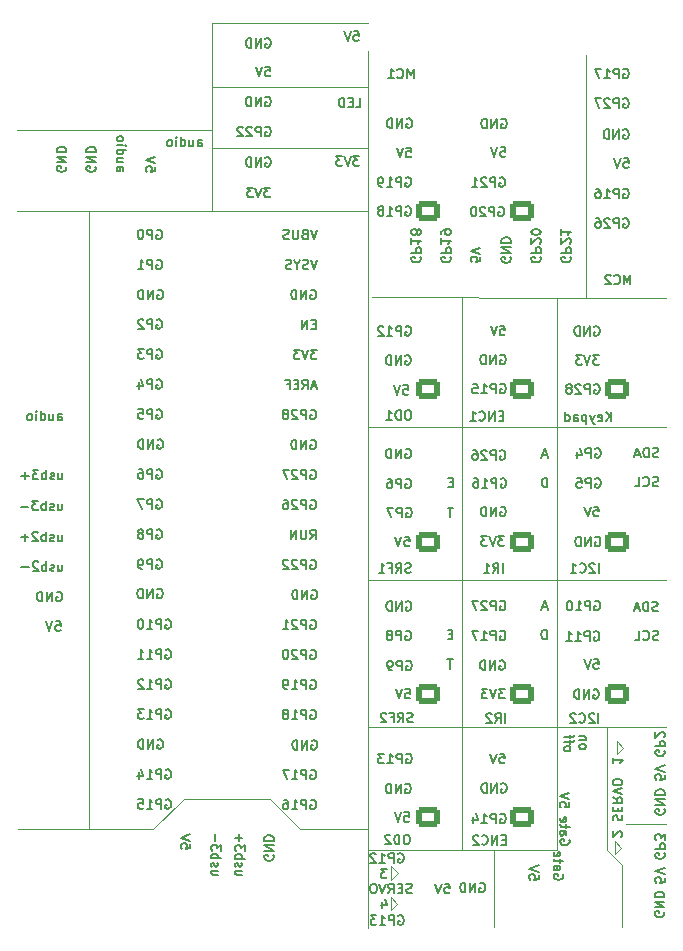
<source format=gbr>
%TF.GenerationSoftware,KiCad,Pcbnew,6.0.11-2627ca5db0~126~ubuntu20.04.1*%
%TF.CreationDate,2023-03-20T13:17:59+01:00*%
%TF.ProjectId,mirte_combination,6d697274-655f-4636-9f6d-62696e617469,rev?*%
%TF.SameCoordinates,Original*%
%TF.FileFunction,Legend,Bot*%
%TF.FilePolarity,Positive*%
%FSLAX46Y46*%
G04 Gerber Fmt 4.6, Leading zero omitted, Abs format (unit mm)*
G04 Created by KiCad (PCBNEW 6.0.11-2627ca5db0~126~ubuntu20.04.1) date 2023-03-20 13:17:59*
%MOMM*%
%LPD*%
G01*
G04 APERTURE LIST*
G04 Aperture macros list*
%AMRoundRect*
0 Rectangle with rounded corners*
0 $1 Rounding radius*
0 $2 $3 $4 $5 $6 $7 $8 $9 X,Y pos of 4 corners*
0 Add a 4 corners polygon primitive as box body*
4,1,4,$2,$3,$4,$5,$6,$7,$8,$9,$2,$3,0*
0 Add four circle primitives for the rounded corners*
1,1,$1+$1,$2,$3*
1,1,$1+$1,$4,$5*
1,1,$1+$1,$6,$7*
1,1,$1+$1,$8,$9*
0 Add four rect primitives between the rounded corners*
20,1,$1+$1,$2,$3,$4,$5,0*
20,1,$1+$1,$4,$5,$6,$7,0*
20,1,$1+$1,$6,$7,$8,$9,0*
20,1,$1+$1,$8,$9,$2,$3,0*%
G04 Aperture macros list end*
%ADD10C,0.100000*%
%ADD11C,0.110000*%
%ADD12C,0.150000*%
%ADD13RoundRect,0.250000X0.725000X-0.600000X0.725000X0.600000X-0.725000X0.600000X-0.725000X-0.600000X0*%
%ADD14O,1.950000X1.700000*%
%ADD15C,6.400000*%
%ADD16R,1.700000X1.700000*%
%ADD17O,1.700000X1.700000*%
%ADD18C,3.700000*%
%ADD19O,2.200000X3.500000*%
%ADD20R,1.500000X2.500000*%
%ADD21O,1.500000X2.500000*%
%ADD22C,1.450000*%
%ADD23O,1.200000X1.900000*%
%ADD24R,1.600000X1.500000*%
%ADD25C,1.600000*%
%ADD26C,3.000000*%
G04 APERTURE END LIST*
D10*
X116510000Y-60810000D02*
X116510000Y-64475000D01*
X111560000Y-123580000D02*
X100060000Y-123580000D01*
X106130000Y-71350000D02*
X106130000Y-123530000D01*
X148200000Y-74690000D02*
X148200000Y-58060000D01*
X129700000Y-131975000D02*
X129700000Y-57750000D01*
X154937500Y-102500000D02*
X129712500Y-102500000D01*
X116500000Y-55350000D02*
X116500000Y-60900000D01*
X123970000Y-123580000D02*
X121410000Y-121040000D01*
D11*
X145750000Y-78625000D02*
X145750000Y-125400000D01*
D10*
X150635000Y-124610000D02*
X150635000Y-125735000D01*
X100000000Y-71294000D02*
X129700000Y-71294000D01*
X132225000Y-129950000D02*
X131675000Y-129375000D01*
X116510000Y-65940000D02*
X129700000Y-65940000D01*
X131700000Y-126775000D02*
X131700000Y-127900000D01*
X145750000Y-125400000D02*
X129750000Y-125400000D01*
X132250000Y-127350000D02*
X131700000Y-126775000D01*
X148200000Y-78620000D02*
X130105000Y-78605000D01*
X116510000Y-71294000D02*
X116510000Y-64436000D01*
X121410000Y-121040000D02*
X114130000Y-121040000D01*
X148200000Y-74670000D02*
X148200000Y-78620000D01*
X150775000Y-117275000D02*
X151325000Y-116725000D01*
X116510000Y-64436000D02*
X100000000Y-64436000D01*
D11*
X137725000Y-78600000D02*
X137725000Y-125400000D01*
D10*
X151325000Y-116725000D02*
X150775000Y-116150000D01*
X151200000Y-131875000D02*
X151200000Y-126625000D01*
X150635000Y-125735000D02*
X151185000Y-125185000D01*
X129700000Y-60810000D02*
X116510000Y-60810000D01*
X131675000Y-129375000D02*
X131675000Y-130500000D01*
X149975000Y-125400000D02*
X149975000Y-115075000D01*
X154920000Y-78620000D02*
X148200000Y-78620000D01*
X131700000Y-127900000D02*
X132250000Y-127350000D01*
X123970000Y-123580000D02*
X129640000Y-123580000D01*
X150775000Y-116150000D02*
X150775000Y-117275000D01*
X151200000Y-126625000D02*
X149975000Y-125400000D01*
X131675000Y-130500000D02*
X132225000Y-129950000D01*
X140375000Y-125475000D02*
X140375000Y-131900000D01*
X154962500Y-89575000D02*
X129737500Y-89575000D01*
X151185000Y-125185000D02*
X150635000Y-124610000D01*
X114130000Y-121040000D02*
X111560000Y-123590000D01*
X154950000Y-115000000D02*
X129725000Y-115000000D01*
X129690000Y-55350000D02*
X116500000Y-55350000D01*
X154950000Y-123175000D02*
X151600000Y-123175000D01*
D12*
X141330952Y-114611904D02*
X141330952Y-113811904D01*
X140492857Y-114611904D02*
X140759523Y-114230952D01*
X140950000Y-114611904D02*
X140950000Y-113811904D01*
X140645238Y-113811904D01*
X140569047Y-113850000D01*
X140530952Y-113888095D01*
X140492857Y-113964285D01*
X140492857Y-114078571D01*
X140530952Y-114154761D01*
X140569047Y-114192857D01*
X140645238Y-114230952D01*
X140950000Y-114230952D01*
X140188095Y-113888095D02*
X140150000Y-113850000D01*
X140073809Y-113811904D01*
X139883333Y-113811904D01*
X139807142Y-113850000D01*
X139769047Y-113888095D01*
X139730952Y-113964285D01*
X139730952Y-114040476D01*
X139769047Y-114154761D01*
X140226190Y-114611904D01*
X139730952Y-114611904D01*
X103376071Y-103550000D02*
X103452261Y-103511904D01*
X103566547Y-103511904D01*
X103680833Y-103550000D01*
X103757023Y-103626190D01*
X103795119Y-103702380D01*
X103833214Y-103854761D01*
X103833214Y-103969047D01*
X103795119Y-104121428D01*
X103757023Y-104197619D01*
X103680833Y-104273809D01*
X103566547Y-104311904D01*
X103490357Y-104311904D01*
X103376071Y-104273809D01*
X103337976Y-104235714D01*
X103337976Y-103969047D01*
X103490357Y-103969047D01*
X102995119Y-104311904D02*
X102995119Y-103511904D01*
X102537976Y-104311904D01*
X102537976Y-103511904D01*
X102157023Y-104311904D02*
X102157023Y-103511904D01*
X101966547Y-103511904D01*
X101852261Y-103550000D01*
X101776071Y-103626190D01*
X101737976Y-103702380D01*
X101699880Y-103854761D01*
X101699880Y-103969047D01*
X101737976Y-104121428D01*
X101776071Y-104197619D01*
X101852261Y-104273809D01*
X101966547Y-104311904D01*
X102157023Y-104311904D01*
X144865476Y-91933333D02*
X144484523Y-91933333D01*
X144941666Y-92161904D02*
X144675000Y-91361904D01*
X144408333Y-92161904D01*
X132926071Y-91475000D02*
X133002261Y-91436904D01*
X133116547Y-91436904D01*
X133230833Y-91475000D01*
X133307023Y-91551190D01*
X133345119Y-91627380D01*
X133383214Y-91779761D01*
X133383214Y-91894047D01*
X133345119Y-92046428D01*
X133307023Y-92122619D01*
X133230833Y-92198809D01*
X133116547Y-92236904D01*
X133040357Y-92236904D01*
X132926071Y-92198809D01*
X132887976Y-92160714D01*
X132887976Y-91894047D01*
X133040357Y-91894047D01*
X132545119Y-92236904D02*
X132545119Y-91436904D01*
X132087976Y-92236904D01*
X132087976Y-91436904D01*
X131707023Y-92236904D02*
X131707023Y-91436904D01*
X131516547Y-91436904D01*
X131402261Y-91475000D01*
X131326071Y-91551190D01*
X131287976Y-91627380D01*
X131249880Y-91779761D01*
X131249880Y-91894047D01*
X131287976Y-92046428D01*
X131326071Y-92122619D01*
X131402261Y-92198809D01*
X131516547Y-92236904D01*
X131707023Y-92236904D01*
X148856071Y-109261904D02*
X149237023Y-109261904D01*
X149275119Y-109642857D01*
X149237023Y-109604761D01*
X149160833Y-109566666D01*
X148970357Y-109566666D01*
X148894166Y-109604761D01*
X148856071Y-109642857D01*
X148817976Y-109719047D01*
X148817976Y-109909523D01*
X148856071Y-109985714D01*
X148894166Y-110023809D01*
X148970357Y-110061904D01*
X149160833Y-110061904D01*
X149237023Y-110023809D01*
X149275119Y-109985714D01*
X148589404Y-109261904D02*
X148322738Y-110061904D01*
X148056071Y-109261904D01*
X133429642Y-128998809D02*
X133315357Y-129036904D01*
X133124880Y-129036904D01*
X133048690Y-128998809D01*
X133010595Y-128960714D01*
X132972500Y-128884523D01*
X132972500Y-128808333D01*
X133010595Y-128732142D01*
X133048690Y-128694047D01*
X133124880Y-128655952D01*
X133277261Y-128617857D01*
X133353452Y-128579761D01*
X133391547Y-128541666D01*
X133429642Y-128465476D01*
X133429642Y-128389285D01*
X133391547Y-128313095D01*
X133353452Y-128275000D01*
X133277261Y-128236904D01*
X133086785Y-128236904D01*
X132972500Y-128275000D01*
X132629642Y-128617857D02*
X132362976Y-128617857D01*
X132248690Y-129036904D02*
X132629642Y-129036904D01*
X132629642Y-128236904D01*
X132248690Y-128236904D01*
X131448690Y-129036904D02*
X131715357Y-128655952D01*
X131905833Y-129036904D02*
X131905833Y-128236904D01*
X131601071Y-128236904D01*
X131524880Y-128275000D01*
X131486785Y-128313095D01*
X131448690Y-128389285D01*
X131448690Y-128503571D01*
X131486785Y-128579761D01*
X131524880Y-128617857D01*
X131601071Y-128655952D01*
X131905833Y-128655952D01*
X131220119Y-128236904D02*
X130953452Y-129036904D01*
X130686785Y-128236904D01*
X130267738Y-128236904D02*
X130115357Y-128236904D01*
X130039166Y-128275000D01*
X129962976Y-128351190D01*
X129924880Y-128503571D01*
X129924880Y-128770238D01*
X129962976Y-128922619D01*
X130039166Y-128998809D01*
X130115357Y-129036904D01*
X130267738Y-129036904D01*
X130343928Y-128998809D01*
X130420119Y-128922619D01*
X130458214Y-128770238D01*
X130458214Y-128503571D01*
X130420119Y-128351190D01*
X130343928Y-128275000D01*
X130267738Y-128236904D01*
X140951071Y-96375000D02*
X141027261Y-96336904D01*
X141141547Y-96336904D01*
X141255833Y-96375000D01*
X141332023Y-96451190D01*
X141370119Y-96527380D01*
X141408214Y-96679761D01*
X141408214Y-96794047D01*
X141370119Y-96946428D01*
X141332023Y-97022619D01*
X141255833Y-97098809D01*
X141141547Y-97136904D01*
X141065357Y-97136904D01*
X140951071Y-97098809D01*
X140912976Y-97060714D01*
X140912976Y-96794047D01*
X141065357Y-96794047D01*
X140570119Y-97136904D02*
X140570119Y-96336904D01*
X140112976Y-97136904D01*
X140112976Y-96336904D01*
X139732023Y-97136904D02*
X139732023Y-96336904D01*
X139541547Y-96336904D01*
X139427261Y-96375000D01*
X139351071Y-96451190D01*
X139312976Y-96527380D01*
X139274880Y-96679761D01*
X139274880Y-96794047D01*
X139312976Y-96946428D01*
X139351071Y-97022619D01*
X139427261Y-97098809D01*
X139541547Y-97136904D01*
X139732023Y-97136904D01*
X133182142Y-88161904D02*
X133029761Y-88161904D01*
X132953571Y-88200000D01*
X132877380Y-88276190D01*
X132839285Y-88428571D01*
X132839285Y-88695238D01*
X132877380Y-88847619D01*
X132953571Y-88923809D01*
X133029761Y-88961904D01*
X133182142Y-88961904D01*
X133258333Y-88923809D01*
X133334523Y-88847619D01*
X133372619Y-88695238D01*
X133372619Y-88428571D01*
X133334523Y-88276190D01*
X133258333Y-88200000D01*
X133182142Y-88161904D01*
X132496428Y-88961904D02*
X132496428Y-88161904D01*
X132305952Y-88161904D01*
X132191666Y-88200000D01*
X132115476Y-88276190D01*
X132077380Y-88352380D01*
X132039285Y-88504761D01*
X132039285Y-88619047D01*
X132077380Y-88771428D01*
X132115476Y-88847619D01*
X132191666Y-88923809D01*
X132305952Y-88961904D01*
X132496428Y-88961904D01*
X131277380Y-88961904D02*
X131734523Y-88961904D01*
X131505952Y-88961904D02*
X131505952Y-88161904D01*
X131582142Y-88276190D01*
X131658333Y-88352380D01*
X131734523Y-88390476D01*
X132901071Y-83550000D02*
X132977261Y-83511904D01*
X133091547Y-83511904D01*
X133205833Y-83550000D01*
X133282023Y-83626190D01*
X133320119Y-83702380D01*
X133358214Y-83854761D01*
X133358214Y-83969047D01*
X133320119Y-84121428D01*
X133282023Y-84197619D01*
X133205833Y-84273809D01*
X133091547Y-84311904D01*
X133015357Y-84311904D01*
X132901071Y-84273809D01*
X132862976Y-84235714D01*
X132862976Y-83969047D01*
X133015357Y-83969047D01*
X132520119Y-84311904D02*
X132520119Y-83511904D01*
X132062976Y-84311904D01*
X132062976Y-83511904D01*
X131682023Y-84311904D02*
X131682023Y-83511904D01*
X131491547Y-83511904D01*
X131377261Y-83550000D01*
X131301071Y-83626190D01*
X131262976Y-83702380D01*
X131224880Y-83854761D01*
X131224880Y-83969047D01*
X131262976Y-84121428D01*
X131301071Y-84197619D01*
X131377261Y-84273809D01*
X131491547Y-84311904D01*
X131682023Y-84311904D01*
X154775000Y-130617976D02*
X154813095Y-130694166D01*
X154813095Y-130808452D01*
X154775000Y-130922738D01*
X154698809Y-130998928D01*
X154622619Y-131037023D01*
X154470238Y-131075119D01*
X154355952Y-131075119D01*
X154203571Y-131037023D01*
X154127380Y-130998928D01*
X154051190Y-130922738D01*
X154013095Y-130808452D01*
X154013095Y-130732261D01*
X154051190Y-130617976D01*
X154089285Y-130579880D01*
X154355952Y-130579880D01*
X154355952Y-130732261D01*
X154013095Y-130237023D02*
X154813095Y-130237023D01*
X154013095Y-129779880D01*
X154813095Y-129779880D01*
X154013095Y-129398928D02*
X154813095Y-129398928D01*
X154813095Y-129208452D01*
X154775000Y-129094166D01*
X154698809Y-129017976D01*
X154622619Y-128979880D01*
X154470238Y-128941785D01*
X154355952Y-128941785D01*
X154203571Y-128979880D01*
X154127380Y-129017976D01*
X154051190Y-129094166D01*
X154013095Y-129208452D01*
X154013095Y-129398928D01*
X128531071Y-56061904D02*
X128912023Y-56061904D01*
X128950119Y-56442857D01*
X128912023Y-56404761D01*
X128835833Y-56366666D01*
X128645357Y-56366666D01*
X128569166Y-56404761D01*
X128531071Y-56442857D01*
X128492976Y-56519047D01*
X128492976Y-56709523D01*
X128531071Y-56785714D01*
X128569166Y-56823809D01*
X128645357Y-56861904D01*
X128835833Y-56861904D01*
X128912023Y-56823809D01*
X128950119Y-56785714D01*
X128264404Y-56061904D02*
X127997738Y-56861904D01*
X127731071Y-56061904D01*
X139238095Y-75181071D02*
X139238095Y-75562023D01*
X138857142Y-75600119D01*
X138895238Y-75562023D01*
X138933333Y-75485833D01*
X138933333Y-75295357D01*
X138895238Y-75219166D01*
X138857142Y-75181071D01*
X138780952Y-75142976D01*
X138590476Y-75142976D01*
X138514285Y-75181071D01*
X138476190Y-75219166D01*
X138438095Y-75295357D01*
X138438095Y-75485833D01*
X138476190Y-75562023D01*
X138514285Y-75600119D01*
X139238095Y-74914404D02*
X138438095Y-74647738D01*
X139238095Y-74381071D01*
X112611785Y-113520000D02*
X112687976Y-113481904D01*
X112802261Y-113481904D01*
X112916547Y-113520000D01*
X112992738Y-113596190D01*
X113030833Y-113672380D01*
X113068928Y-113824761D01*
X113068928Y-113939047D01*
X113030833Y-114091428D01*
X112992738Y-114167619D01*
X112916547Y-114243809D01*
X112802261Y-114281904D01*
X112726071Y-114281904D01*
X112611785Y-114243809D01*
X112573690Y-114205714D01*
X112573690Y-113939047D01*
X112726071Y-113939047D01*
X112230833Y-114281904D02*
X112230833Y-113481904D01*
X111926071Y-113481904D01*
X111849880Y-113520000D01*
X111811785Y-113558095D01*
X111773690Y-113634285D01*
X111773690Y-113748571D01*
X111811785Y-113824761D01*
X111849880Y-113862857D01*
X111926071Y-113900952D01*
X112230833Y-113900952D01*
X111011785Y-114281904D02*
X111468928Y-114281904D01*
X111240357Y-114281904D02*
X111240357Y-113481904D01*
X111316547Y-113596190D01*
X111392738Y-113672380D01*
X111468928Y-113710476D01*
X110745119Y-113481904D02*
X110249880Y-113481904D01*
X110516547Y-113786666D01*
X110402261Y-113786666D01*
X110326071Y-113824761D01*
X110287976Y-113862857D01*
X110249880Y-113939047D01*
X110249880Y-114129523D01*
X110287976Y-114205714D01*
X110326071Y-114243809D01*
X110402261Y-114281904D01*
X110630833Y-114281904D01*
X110707023Y-114243809D01*
X110745119Y-114205714D01*
X140911785Y-106850000D02*
X140987976Y-106811904D01*
X141102261Y-106811904D01*
X141216547Y-106850000D01*
X141292738Y-106926190D01*
X141330833Y-107002380D01*
X141368928Y-107154761D01*
X141368928Y-107269047D01*
X141330833Y-107421428D01*
X141292738Y-107497619D01*
X141216547Y-107573809D01*
X141102261Y-107611904D01*
X141026071Y-107611904D01*
X140911785Y-107573809D01*
X140873690Y-107535714D01*
X140873690Y-107269047D01*
X141026071Y-107269047D01*
X140530833Y-107611904D02*
X140530833Y-106811904D01*
X140226071Y-106811904D01*
X140149880Y-106850000D01*
X140111785Y-106888095D01*
X140073690Y-106964285D01*
X140073690Y-107078571D01*
X140111785Y-107154761D01*
X140149880Y-107192857D01*
X140226071Y-107230952D01*
X140530833Y-107230952D01*
X139311785Y-107611904D02*
X139768928Y-107611904D01*
X139540357Y-107611904D02*
X139540357Y-106811904D01*
X139616547Y-106926190D01*
X139692738Y-107002380D01*
X139768928Y-107040476D01*
X139045119Y-106811904D02*
X138511785Y-106811904D01*
X138854642Y-107611904D01*
X149236904Y-114611904D02*
X149236904Y-113811904D01*
X148894047Y-113888095D02*
X148855952Y-113850000D01*
X148779761Y-113811904D01*
X148589285Y-113811904D01*
X148513095Y-113850000D01*
X148475000Y-113888095D01*
X148436904Y-113964285D01*
X148436904Y-114040476D01*
X148475000Y-114154761D01*
X148932142Y-114611904D01*
X148436904Y-114611904D01*
X147636904Y-114535714D02*
X147675000Y-114573809D01*
X147789285Y-114611904D01*
X147865476Y-114611904D01*
X147979761Y-114573809D01*
X148055952Y-114497619D01*
X148094047Y-114421428D01*
X148132142Y-114269047D01*
X148132142Y-114154761D01*
X148094047Y-114002380D01*
X148055952Y-113926190D01*
X147979761Y-113850000D01*
X147865476Y-113811904D01*
X147789285Y-113811904D01*
X147675000Y-113850000D01*
X147636904Y-113888095D01*
X147332142Y-113888095D02*
X147294047Y-113850000D01*
X147217857Y-113811904D01*
X147027380Y-113811904D01*
X146951190Y-113850000D01*
X146913095Y-113888095D01*
X146875000Y-113964285D01*
X146875000Y-114040476D01*
X146913095Y-114154761D01*
X147370238Y-114611904D01*
X146875000Y-114611904D01*
X132901071Y-119825000D02*
X132977261Y-119786904D01*
X133091547Y-119786904D01*
X133205833Y-119825000D01*
X133282023Y-119901190D01*
X133320119Y-119977380D01*
X133358214Y-120129761D01*
X133358214Y-120244047D01*
X133320119Y-120396428D01*
X133282023Y-120472619D01*
X133205833Y-120548809D01*
X133091547Y-120586904D01*
X133015357Y-120586904D01*
X132901071Y-120548809D01*
X132862976Y-120510714D01*
X132862976Y-120244047D01*
X133015357Y-120244047D01*
X132520119Y-120586904D02*
X132520119Y-119786904D01*
X132062976Y-120586904D01*
X132062976Y-119786904D01*
X131682023Y-120586904D02*
X131682023Y-119786904D01*
X131491547Y-119786904D01*
X131377261Y-119825000D01*
X131301071Y-119901190D01*
X131262976Y-119977380D01*
X131224880Y-120129761D01*
X131224880Y-120244047D01*
X131262976Y-120396428D01*
X131301071Y-120472619D01*
X131377261Y-120548809D01*
X131491547Y-120586904D01*
X131682023Y-120586904D01*
X136846428Y-107117857D02*
X136579761Y-107117857D01*
X136465476Y-107536904D02*
X136846428Y-107536904D01*
X136846428Y-106736904D01*
X136465476Y-106736904D01*
X154863095Y-119031071D02*
X154863095Y-119412023D01*
X154482142Y-119450119D01*
X154520238Y-119412023D01*
X154558333Y-119335833D01*
X154558333Y-119145357D01*
X154520238Y-119069166D01*
X154482142Y-119031071D01*
X154405952Y-118992976D01*
X154215476Y-118992976D01*
X154139285Y-119031071D01*
X154101190Y-119069166D01*
X154063095Y-119145357D01*
X154063095Y-119335833D01*
X154101190Y-119412023D01*
X154139285Y-119450119D01*
X154863095Y-118764404D02*
X154063095Y-118497738D01*
X154863095Y-118231071D01*
X147622095Y-116700357D02*
X147660190Y-116776547D01*
X147698285Y-116814642D01*
X147774476Y-116852738D01*
X148003047Y-116852738D01*
X148079238Y-116814642D01*
X148117333Y-116776547D01*
X148155428Y-116700357D01*
X148155428Y-116586071D01*
X148117333Y-116509880D01*
X148079238Y-116471785D01*
X148003047Y-116433690D01*
X147774476Y-116433690D01*
X147698285Y-116471785D01*
X147660190Y-116509880D01*
X147622095Y-116586071D01*
X147622095Y-116700357D01*
X148155428Y-116090833D02*
X147622095Y-116090833D01*
X148079238Y-116090833D02*
X148117333Y-116052738D01*
X148155428Y-115976547D01*
X148155428Y-115862261D01*
X148117333Y-115786071D01*
X148041142Y-115747976D01*
X147622095Y-115747976D01*
X146334095Y-116890833D02*
X146372190Y-116967023D01*
X146410285Y-117005119D01*
X146486476Y-117043214D01*
X146715047Y-117043214D01*
X146791238Y-117005119D01*
X146829333Y-116967023D01*
X146867428Y-116890833D01*
X146867428Y-116776547D01*
X146829333Y-116700357D01*
X146791238Y-116662261D01*
X146715047Y-116624166D01*
X146486476Y-116624166D01*
X146410285Y-116662261D01*
X146372190Y-116700357D01*
X146334095Y-116776547D01*
X146334095Y-116890833D01*
X146867428Y-116395595D02*
X146867428Y-116090833D01*
X146334095Y-116281309D02*
X147019809Y-116281309D01*
X147096000Y-116243214D01*
X147134095Y-116167023D01*
X147134095Y-116090833D01*
X146867428Y-115938452D02*
X146867428Y-115633690D01*
X146334095Y-115824166D02*
X147019809Y-115824166D01*
X147096000Y-115786071D01*
X147134095Y-115709880D01*
X147134095Y-115633690D01*
X119021428Y-127161785D02*
X118488095Y-127161785D01*
X119021428Y-127504642D02*
X118602380Y-127504642D01*
X118526190Y-127466547D01*
X118488095Y-127390357D01*
X118488095Y-127276071D01*
X118526190Y-127199880D01*
X118564285Y-127161785D01*
X118526190Y-126818928D02*
X118488095Y-126742738D01*
X118488095Y-126590357D01*
X118526190Y-126514166D01*
X118602380Y-126476071D01*
X118640476Y-126476071D01*
X118716666Y-126514166D01*
X118754761Y-126590357D01*
X118754761Y-126704642D01*
X118792857Y-126780833D01*
X118869047Y-126818928D01*
X118907142Y-126818928D01*
X118983333Y-126780833D01*
X119021428Y-126704642D01*
X119021428Y-126590357D01*
X118983333Y-126514166D01*
X118488095Y-126133214D02*
X119288095Y-126133214D01*
X118983333Y-126133214D02*
X119021428Y-126057023D01*
X119021428Y-125904642D01*
X118983333Y-125828452D01*
X118945238Y-125790357D01*
X118869047Y-125752261D01*
X118640476Y-125752261D01*
X118564285Y-125790357D01*
X118526190Y-125828452D01*
X118488095Y-125904642D01*
X118488095Y-126057023D01*
X118526190Y-126133214D01*
X119288095Y-125485595D02*
X119288095Y-124990357D01*
X118983333Y-125257023D01*
X118983333Y-125142738D01*
X118945238Y-125066547D01*
X118907142Y-125028452D01*
X118830952Y-124990357D01*
X118640476Y-124990357D01*
X118564285Y-125028452D01*
X118526190Y-125066547D01*
X118488095Y-125142738D01*
X118488095Y-125371309D01*
X118526190Y-125447500D01*
X118564285Y-125485595D01*
X118792857Y-124647500D02*
X118792857Y-124037976D01*
X118488095Y-124342738D02*
X119097619Y-124342738D01*
X140986785Y-93950000D02*
X141062976Y-93911904D01*
X141177261Y-93911904D01*
X141291547Y-93950000D01*
X141367738Y-94026190D01*
X141405833Y-94102380D01*
X141443928Y-94254761D01*
X141443928Y-94369047D01*
X141405833Y-94521428D01*
X141367738Y-94597619D01*
X141291547Y-94673809D01*
X141177261Y-94711904D01*
X141101071Y-94711904D01*
X140986785Y-94673809D01*
X140948690Y-94635714D01*
X140948690Y-94369047D01*
X141101071Y-94369047D01*
X140605833Y-94711904D02*
X140605833Y-93911904D01*
X140301071Y-93911904D01*
X140224880Y-93950000D01*
X140186785Y-93988095D01*
X140148690Y-94064285D01*
X140148690Y-94178571D01*
X140186785Y-94254761D01*
X140224880Y-94292857D01*
X140301071Y-94330952D01*
X140605833Y-94330952D01*
X139386785Y-94711904D02*
X139843928Y-94711904D01*
X139615357Y-94711904D02*
X139615357Y-93911904D01*
X139691547Y-94026190D01*
X139767738Y-94102380D01*
X139843928Y-94140476D01*
X138701071Y-93911904D02*
X138853452Y-93911904D01*
X138929642Y-93950000D01*
X138967738Y-93988095D01*
X139043928Y-94102380D01*
X139082023Y-94254761D01*
X139082023Y-94559523D01*
X139043928Y-94635714D01*
X139005833Y-94673809D01*
X138929642Y-94711904D01*
X138777261Y-94711904D01*
X138701071Y-94673809D01*
X138662976Y-94635714D01*
X138624880Y-94559523D01*
X138624880Y-94369047D01*
X138662976Y-94292857D01*
X138701071Y-94254761D01*
X138777261Y-94216666D01*
X138929642Y-94216666D01*
X139005833Y-94254761D01*
X139043928Y-94292857D01*
X139082023Y-94369047D01*
X154271428Y-105123809D02*
X154157142Y-105161904D01*
X153966666Y-105161904D01*
X153890476Y-105123809D01*
X153852380Y-105085714D01*
X153814285Y-105009523D01*
X153814285Y-104933333D01*
X153852380Y-104857142D01*
X153890476Y-104819047D01*
X153966666Y-104780952D01*
X154119047Y-104742857D01*
X154195238Y-104704761D01*
X154233333Y-104666666D01*
X154271428Y-104590476D01*
X154271428Y-104514285D01*
X154233333Y-104438095D01*
X154195238Y-104400000D01*
X154119047Y-104361904D01*
X153928571Y-104361904D01*
X153814285Y-104400000D01*
X153471428Y-105161904D02*
X153471428Y-104361904D01*
X153280952Y-104361904D01*
X153166666Y-104400000D01*
X153090476Y-104476190D01*
X153052380Y-104552380D01*
X153014285Y-104704761D01*
X153014285Y-104819047D01*
X153052380Y-104971428D01*
X153090476Y-105047619D01*
X153166666Y-105123809D01*
X153280952Y-105161904D01*
X153471428Y-105161904D01*
X152709523Y-104933333D02*
X152328571Y-104933333D01*
X152785714Y-105161904D02*
X152519047Y-104361904D01*
X152252380Y-105161904D01*
X149288214Y-83486904D02*
X148792976Y-83486904D01*
X149059642Y-83791666D01*
X148945357Y-83791666D01*
X148869166Y-83829761D01*
X148831071Y-83867857D01*
X148792976Y-83944047D01*
X148792976Y-84134523D01*
X148831071Y-84210714D01*
X148869166Y-84248809D01*
X148945357Y-84286904D01*
X149173928Y-84286904D01*
X149250119Y-84248809D01*
X149288214Y-84210714D01*
X148564404Y-83486904D02*
X148297738Y-84286904D01*
X148031071Y-83486904D01*
X147840595Y-83486904D02*
X147345357Y-83486904D01*
X147612023Y-83791666D01*
X147497738Y-83791666D01*
X147421547Y-83829761D01*
X147383452Y-83867857D01*
X147345357Y-83944047D01*
X147345357Y-84134523D01*
X147383452Y-84210714D01*
X147421547Y-84248809D01*
X147497738Y-84286904D01*
X147726309Y-84286904D01*
X147802500Y-84248809D01*
X147840595Y-84210714D01*
X141790000Y-75206071D02*
X141828095Y-75282261D01*
X141828095Y-75396547D01*
X141790000Y-75510833D01*
X141713809Y-75587023D01*
X141637619Y-75625119D01*
X141485238Y-75663214D01*
X141370952Y-75663214D01*
X141218571Y-75625119D01*
X141142380Y-75587023D01*
X141066190Y-75510833D01*
X141028095Y-75396547D01*
X141028095Y-75320357D01*
X141066190Y-75206071D01*
X141104285Y-75167976D01*
X141370952Y-75167976D01*
X141370952Y-75320357D01*
X141028095Y-74825119D02*
X141828095Y-74825119D01*
X141028095Y-74367976D01*
X141828095Y-74367976D01*
X141028095Y-73987023D02*
X141828095Y-73987023D01*
X141828095Y-73796547D01*
X141790000Y-73682261D01*
X141713809Y-73606071D01*
X141637619Y-73567976D01*
X141485238Y-73529880D01*
X141370952Y-73529880D01*
X141218571Y-73567976D01*
X141142380Y-73606071D01*
X141066190Y-73682261D01*
X141028095Y-73796547D01*
X141028095Y-73987023D01*
X111849880Y-100820000D02*
X111926071Y-100781904D01*
X112040357Y-100781904D01*
X112154642Y-100820000D01*
X112230833Y-100896190D01*
X112268928Y-100972380D01*
X112307023Y-101124761D01*
X112307023Y-101239047D01*
X112268928Y-101391428D01*
X112230833Y-101467619D01*
X112154642Y-101543809D01*
X112040357Y-101581904D01*
X111964166Y-101581904D01*
X111849880Y-101543809D01*
X111811785Y-101505714D01*
X111811785Y-101239047D01*
X111964166Y-101239047D01*
X111468928Y-101581904D02*
X111468928Y-100781904D01*
X111164166Y-100781904D01*
X111087976Y-100820000D01*
X111049880Y-100858095D01*
X111011785Y-100934285D01*
X111011785Y-101048571D01*
X111049880Y-101124761D01*
X111087976Y-101162857D01*
X111164166Y-101200952D01*
X111468928Y-101200952D01*
X110630833Y-101581904D02*
X110478452Y-101581904D01*
X110402261Y-101543809D01*
X110364166Y-101505714D01*
X110287976Y-101391428D01*
X110249880Y-101239047D01*
X110249880Y-100934285D01*
X110287976Y-100858095D01*
X110326071Y-100820000D01*
X110402261Y-100781904D01*
X110554642Y-100781904D01*
X110630833Y-100820000D01*
X110668928Y-100858095D01*
X110707023Y-100934285D01*
X110707023Y-101124761D01*
X110668928Y-101200952D01*
X110630833Y-101239047D01*
X110554642Y-101277142D01*
X110402261Y-101277142D01*
X110326071Y-101239047D01*
X110287976Y-101200952D01*
X110249880Y-101124761D01*
X154825000Y-116992976D02*
X154863095Y-117069166D01*
X154863095Y-117183452D01*
X154825000Y-117297738D01*
X154748809Y-117373928D01*
X154672619Y-117412023D01*
X154520238Y-117450119D01*
X154405952Y-117450119D01*
X154253571Y-117412023D01*
X154177380Y-117373928D01*
X154101190Y-117297738D01*
X154063095Y-117183452D01*
X154063095Y-117107261D01*
X154101190Y-116992976D01*
X154139285Y-116954880D01*
X154405952Y-116954880D01*
X154405952Y-117107261D01*
X154063095Y-116612023D02*
X154863095Y-116612023D01*
X154863095Y-116307261D01*
X154825000Y-116231071D01*
X154786904Y-116192976D01*
X154710714Y-116154880D01*
X154596428Y-116154880D01*
X154520238Y-116192976D01*
X154482142Y-116231071D01*
X154444047Y-116307261D01*
X154444047Y-116612023D01*
X154786904Y-115850119D02*
X154825000Y-115812023D01*
X154863095Y-115735833D01*
X154863095Y-115545357D01*
X154825000Y-115469166D01*
X154786904Y-115431071D01*
X154710714Y-115392976D01*
X154634523Y-115392976D01*
X154520238Y-115431071D01*
X154063095Y-115888214D01*
X154063095Y-115392976D01*
X111926071Y-90660000D02*
X112002261Y-90621904D01*
X112116547Y-90621904D01*
X112230833Y-90660000D01*
X112307023Y-90736190D01*
X112345119Y-90812380D01*
X112383214Y-90964761D01*
X112383214Y-91079047D01*
X112345119Y-91231428D01*
X112307023Y-91307619D01*
X112230833Y-91383809D01*
X112116547Y-91421904D01*
X112040357Y-91421904D01*
X111926071Y-91383809D01*
X111887976Y-91345714D01*
X111887976Y-91079047D01*
X112040357Y-91079047D01*
X111545119Y-91421904D02*
X111545119Y-90621904D01*
X111087976Y-91421904D01*
X111087976Y-90621904D01*
X110707023Y-91421904D02*
X110707023Y-90621904D01*
X110516547Y-90621904D01*
X110402261Y-90660000D01*
X110326071Y-90736190D01*
X110287976Y-90812380D01*
X110249880Y-90964761D01*
X110249880Y-91079047D01*
X110287976Y-91231428D01*
X110326071Y-91307619D01*
X110402261Y-91383809D01*
X110516547Y-91421904D01*
X110707023Y-91421904D01*
X125426309Y-72861904D02*
X125159642Y-73661904D01*
X124892976Y-72861904D01*
X124359642Y-73242857D02*
X124245357Y-73280952D01*
X124207261Y-73319047D01*
X124169166Y-73395238D01*
X124169166Y-73509523D01*
X124207261Y-73585714D01*
X124245357Y-73623809D01*
X124321547Y-73661904D01*
X124626309Y-73661904D01*
X124626309Y-72861904D01*
X124359642Y-72861904D01*
X124283452Y-72900000D01*
X124245357Y-72938095D01*
X124207261Y-73014285D01*
X124207261Y-73090476D01*
X124245357Y-73166666D01*
X124283452Y-73204761D01*
X124359642Y-73242857D01*
X124626309Y-73242857D01*
X123826309Y-72861904D02*
X123826309Y-73509523D01*
X123788214Y-73585714D01*
X123750119Y-73623809D01*
X123673928Y-73661904D01*
X123521547Y-73661904D01*
X123445357Y-73623809D01*
X123407261Y-73585714D01*
X123369166Y-73509523D01*
X123369166Y-72861904D01*
X123026309Y-73623809D02*
X122912023Y-73661904D01*
X122721547Y-73661904D01*
X122645357Y-73623809D01*
X122607261Y-73585714D01*
X122569166Y-73509523D01*
X122569166Y-73433333D01*
X122607261Y-73357142D01*
X122645357Y-73319047D01*
X122721547Y-73280952D01*
X122873928Y-73242857D01*
X122950119Y-73204761D01*
X122988214Y-73166666D01*
X123026309Y-73090476D01*
X123026309Y-73014285D01*
X122988214Y-72938095D01*
X122950119Y-72900000D01*
X122873928Y-72861904D01*
X122683452Y-72861904D01*
X122569166Y-72900000D01*
X144865476Y-104808333D02*
X144484523Y-104808333D01*
X144941666Y-105036904D02*
X144675000Y-104236904D01*
X144408333Y-105036904D01*
X128708285Y-62511904D02*
X129089238Y-62511904D01*
X129089238Y-61711904D01*
X128441619Y-62092857D02*
X128174952Y-62092857D01*
X128060666Y-62511904D02*
X128441619Y-62511904D01*
X128441619Y-61711904D01*
X128060666Y-61711904D01*
X127717809Y-62511904D02*
X127717809Y-61711904D01*
X127527333Y-61711904D01*
X127413047Y-61750000D01*
X127336857Y-61826190D01*
X127298761Y-61902380D01*
X127260666Y-62054761D01*
X127260666Y-62169047D01*
X127298761Y-62321428D01*
X127336857Y-62397619D01*
X127413047Y-62473809D01*
X127527333Y-62511904D01*
X127717809Y-62511904D01*
X124892976Y-108460000D02*
X124969166Y-108421904D01*
X125083452Y-108421904D01*
X125197738Y-108460000D01*
X125273928Y-108536190D01*
X125312023Y-108612380D01*
X125350119Y-108764761D01*
X125350119Y-108879047D01*
X125312023Y-109031428D01*
X125273928Y-109107619D01*
X125197738Y-109183809D01*
X125083452Y-109221904D01*
X125007261Y-109221904D01*
X124892976Y-109183809D01*
X124854880Y-109145714D01*
X124854880Y-108879047D01*
X125007261Y-108879047D01*
X124512023Y-109221904D02*
X124512023Y-108421904D01*
X124207261Y-108421904D01*
X124131071Y-108460000D01*
X124092976Y-108498095D01*
X124054880Y-108574285D01*
X124054880Y-108688571D01*
X124092976Y-108764761D01*
X124131071Y-108802857D01*
X124207261Y-108840952D01*
X124512023Y-108840952D01*
X123750119Y-108498095D02*
X123712023Y-108460000D01*
X123635833Y-108421904D01*
X123445357Y-108421904D01*
X123369166Y-108460000D01*
X123331071Y-108498095D01*
X123292976Y-108574285D01*
X123292976Y-108650476D01*
X123331071Y-108764761D01*
X123788214Y-109221904D01*
X123292976Y-109221904D01*
X122797738Y-108421904D02*
X122721547Y-108421904D01*
X122645357Y-108460000D01*
X122607261Y-108498095D01*
X122569166Y-108574285D01*
X122531071Y-108726666D01*
X122531071Y-108917142D01*
X122569166Y-109069523D01*
X122607261Y-109145714D01*
X122645357Y-109183809D01*
X122721547Y-109221904D01*
X122797738Y-109221904D01*
X122873928Y-109183809D01*
X122912023Y-109145714D01*
X122950119Y-109069523D01*
X122988214Y-108917142D01*
X122988214Y-108726666D01*
X122950119Y-108574285D01*
X122912023Y-108498095D01*
X122873928Y-108460000D01*
X122797738Y-108421904D01*
X140911785Y-91575000D02*
X140987976Y-91536904D01*
X141102261Y-91536904D01*
X141216547Y-91575000D01*
X141292738Y-91651190D01*
X141330833Y-91727380D01*
X141368928Y-91879761D01*
X141368928Y-91994047D01*
X141330833Y-92146428D01*
X141292738Y-92222619D01*
X141216547Y-92298809D01*
X141102261Y-92336904D01*
X141026071Y-92336904D01*
X140911785Y-92298809D01*
X140873690Y-92260714D01*
X140873690Y-91994047D01*
X141026071Y-91994047D01*
X140530833Y-92336904D02*
X140530833Y-91536904D01*
X140226071Y-91536904D01*
X140149880Y-91575000D01*
X140111785Y-91613095D01*
X140073690Y-91689285D01*
X140073690Y-91803571D01*
X140111785Y-91879761D01*
X140149880Y-91917857D01*
X140226071Y-91955952D01*
X140530833Y-91955952D01*
X139768928Y-91613095D02*
X139730833Y-91575000D01*
X139654642Y-91536904D01*
X139464166Y-91536904D01*
X139387976Y-91575000D01*
X139349880Y-91613095D01*
X139311785Y-91689285D01*
X139311785Y-91765476D01*
X139349880Y-91879761D01*
X139807023Y-92336904D01*
X139311785Y-92336904D01*
X138626071Y-91536904D02*
X138778452Y-91536904D01*
X138854642Y-91575000D01*
X138892738Y-91613095D01*
X138968928Y-91727380D01*
X139007023Y-91879761D01*
X139007023Y-92184523D01*
X138968928Y-92260714D01*
X138930833Y-92298809D01*
X138854642Y-92336904D01*
X138702261Y-92336904D01*
X138626071Y-92298809D01*
X138587976Y-92260714D01*
X138549880Y-92184523D01*
X138549880Y-91994047D01*
X138587976Y-91917857D01*
X138626071Y-91879761D01*
X138702261Y-91841666D01*
X138854642Y-91841666D01*
X138930833Y-91879761D01*
X138968928Y-91917857D01*
X139007023Y-91994047D01*
X103465357Y-89011904D02*
X103465357Y-88592857D01*
X103503452Y-88516666D01*
X103579642Y-88478571D01*
X103732023Y-88478571D01*
X103808214Y-88516666D01*
X103465357Y-88973809D02*
X103541547Y-89011904D01*
X103732023Y-89011904D01*
X103808214Y-88973809D01*
X103846309Y-88897619D01*
X103846309Y-88821428D01*
X103808214Y-88745238D01*
X103732023Y-88707142D01*
X103541547Y-88707142D01*
X103465357Y-88669047D01*
X102741547Y-88478571D02*
X102741547Y-89011904D01*
X103084404Y-88478571D02*
X103084404Y-88897619D01*
X103046309Y-88973809D01*
X102970119Y-89011904D01*
X102855833Y-89011904D01*
X102779642Y-88973809D01*
X102741547Y-88935714D01*
X102017738Y-89011904D02*
X102017738Y-88211904D01*
X102017738Y-88973809D02*
X102093928Y-89011904D01*
X102246309Y-89011904D01*
X102322500Y-88973809D01*
X102360595Y-88935714D01*
X102398690Y-88859523D01*
X102398690Y-88630952D01*
X102360595Y-88554761D01*
X102322500Y-88516666D01*
X102246309Y-88478571D01*
X102093928Y-88478571D01*
X102017738Y-88516666D01*
X101636785Y-89011904D02*
X101636785Y-88478571D01*
X101636785Y-88211904D02*
X101674880Y-88250000D01*
X101636785Y-88288095D01*
X101598690Y-88250000D01*
X101636785Y-88211904D01*
X101636785Y-88288095D01*
X101141547Y-89011904D02*
X101217738Y-88973809D01*
X101255833Y-88935714D01*
X101293928Y-88859523D01*
X101293928Y-88630952D01*
X101255833Y-88554761D01*
X101217738Y-88516666D01*
X101141547Y-88478571D01*
X101027261Y-88478571D01*
X100951071Y-88516666D01*
X100912976Y-88554761D01*
X100874880Y-88630952D01*
X100874880Y-88859523D01*
X100912976Y-88935714D01*
X100951071Y-88973809D01*
X101027261Y-89011904D01*
X101141547Y-89011904D01*
X106650000Y-67526071D02*
X106688095Y-67602261D01*
X106688095Y-67716547D01*
X106650000Y-67830833D01*
X106573809Y-67907023D01*
X106497619Y-67945119D01*
X106345238Y-67983214D01*
X106230952Y-67983214D01*
X106078571Y-67945119D01*
X106002380Y-67907023D01*
X105926190Y-67830833D01*
X105888095Y-67716547D01*
X105888095Y-67640357D01*
X105926190Y-67526071D01*
X105964285Y-67487976D01*
X106230952Y-67487976D01*
X106230952Y-67640357D01*
X105888095Y-67145119D02*
X106688095Y-67145119D01*
X105888095Y-66687976D01*
X106688095Y-66687976D01*
X105888095Y-66307023D02*
X106688095Y-66307023D01*
X106688095Y-66116547D01*
X106650000Y-66002261D01*
X106573809Y-65926071D01*
X106497619Y-65887976D01*
X106345238Y-65849880D01*
X106230952Y-65849880D01*
X106078571Y-65887976D01*
X106002380Y-65926071D01*
X105926190Y-66002261D01*
X105888095Y-66116547D01*
X105888095Y-66307023D01*
X103501785Y-93488571D02*
X103501785Y-94021904D01*
X103844642Y-93488571D02*
X103844642Y-93907619D01*
X103806547Y-93983809D01*
X103730357Y-94021904D01*
X103616071Y-94021904D01*
X103539880Y-93983809D01*
X103501785Y-93945714D01*
X103158928Y-93983809D02*
X103082738Y-94021904D01*
X102930357Y-94021904D01*
X102854166Y-93983809D01*
X102816071Y-93907619D01*
X102816071Y-93869523D01*
X102854166Y-93793333D01*
X102930357Y-93755238D01*
X103044642Y-93755238D01*
X103120833Y-93717142D01*
X103158928Y-93640952D01*
X103158928Y-93602857D01*
X103120833Y-93526666D01*
X103044642Y-93488571D01*
X102930357Y-93488571D01*
X102854166Y-93526666D01*
X102473214Y-94021904D02*
X102473214Y-93221904D01*
X102473214Y-93526666D02*
X102397023Y-93488571D01*
X102244642Y-93488571D01*
X102168452Y-93526666D01*
X102130357Y-93564761D01*
X102092261Y-93640952D01*
X102092261Y-93869523D01*
X102130357Y-93945714D01*
X102168452Y-93983809D01*
X102244642Y-94021904D01*
X102397023Y-94021904D01*
X102473214Y-93983809D01*
X101825595Y-93221904D02*
X101330357Y-93221904D01*
X101597023Y-93526666D01*
X101482738Y-93526666D01*
X101406547Y-93564761D01*
X101368452Y-93602857D01*
X101330357Y-93679047D01*
X101330357Y-93869523D01*
X101368452Y-93945714D01*
X101406547Y-93983809D01*
X101482738Y-94021904D01*
X101711309Y-94021904D01*
X101787500Y-93983809D01*
X101825595Y-93945714D01*
X100987500Y-93717142D02*
X100377976Y-93717142D01*
X100682738Y-94021904D02*
X100682738Y-93412380D01*
X148876071Y-81075000D02*
X148952261Y-81036904D01*
X149066547Y-81036904D01*
X149180833Y-81075000D01*
X149257023Y-81151190D01*
X149295119Y-81227380D01*
X149333214Y-81379761D01*
X149333214Y-81494047D01*
X149295119Y-81646428D01*
X149257023Y-81722619D01*
X149180833Y-81798809D01*
X149066547Y-81836904D01*
X148990357Y-81836904D01*
X148876071Y-81798809D01*
X148837976Y-81760714D01*
X148837976Y-81494047D01*
X148990357Y-81494047D01*
X148495119Y-81836904D02*
X148495119Y-81036904D01*
X148037976Y-81836904D01*
X148037976Y-81036904D01*
X147657023Y-81836904D02*
X147657023Y-81036904D01*
X147466547Y-81036904D01*
X147352261Y-81075000D01*
X147276071Y-81151190D01*
X147237976Y-81227380D01*
X147199880Y-81379761D01*
X147199880Y-81494047D01*
X147237976Y-81646428D01*
X147276071Y-81722619D01*
X147352261Y-81798809D01*
X147466547Y-81836904D01*
X147657023Y-81836904D01*
X112611785Y-118600000D02*
X112687976Y-118561904D01*
X112802261Y-118561904D01*
X112916547Y-118600000D01*
X112992738Y-118676190D01*
X113030833Y-118752380D01*
X113068928Y-118904761D01*
X113068928Y-119019047D01*
X113030833Y-119171428D01*
X112992738Y-119247619D01*
X112916547Y-119323809D01*
X112802261Y-119361904D01*
X112726071Y-119361904D01*
X112611785Y-119323809D01*
X112573690Y-119285714D01*
X112573690Y-119019047D01*
X112726071Y-119019047D01*
X112230833Y-119361904D02*
X112230833Y-118561904D01*
X111926071Y-118561904D01*
X111849880Y-118600000D01*
X111811785Y-118638095D01*
X111773690Y-118714285D01*
X111773690Y-118828571D01*
X111811785Y-118904761D01*
X111849880Y-118942857D01*
X111926071Y-118980952D01*
X112230833Y-118980952D01*
X111011785Y-119361904D02*
X111468928Y-119361904D01*
X111240357Y-119361904D02*
X111240357Y-118561904D01*
X111316547Y-118676190D01*
X111392738Y-118752380D01*
X111468928Y-118790476D01*
X110326071Y-118828571D02*
X110326071Y-119361904D01*
X110516547Y-118523809D02*
X110707023Y-119095238D01*
X110211785Y-119095238D01*
X136928571Y-96436904D02*
X136471428Y-96436904D01*
X136700000Y-97236904D02*
X136700000Y-96436904D01*
X136921428Y-94242857D02*
X136654761Y-94242857D01*
X136540476Y-94661904D02*
X136921428Y-94661904D01*
X136921428Y-93861904D01*
X136540476Y-93861904D01*
X111926071Y-77980000D02*
X112002261Y-77941904D01*
X112116547Y-77941904D01*
X112230833Y-77980000D01*
X112307023Y-78056190D01*
X112345119Y-78132380D01*
X112383214Y-78284761D01*
X112383214Y-78399047D01*
X112345119Y-78551428D01*
X112307023Y-78627619D01*
X112230833Y-78703809D01*
X112116547Y-78741904D01*
X112040357Y-78741904D01*
X111926071Y-78703809D01*
X111887976Y-78665714D01*
X111887976Y-78399047D01*
X112040357Y-78399047D01*
X111545119Y-78741904D02*
X111545119Y-77941904D01*
X111087976Y-78741904D01*
X111087976Y-77941904D01*
X110707023Y-78741904D02*
X110707023Y-77941904D01*
X110516547Y-77941904D01*
X110402261Y-77980000D01*
X110326071Y-78056190D01*
X110287976Y-78132380D01*
X110249880Y-78284761D01*
X110249880Y-78399047D01*
X110287976Y-78551428D01*
X110326071Y-78627619D01*
X110402261Y-78703809D01*
X110516547Y-78741904D01*
X110707023Y-78741904D01*
X150513095Y-117574880D02*
X150513095Y-118032023D01*
X150513095Y-117803452D02*
X151313095Y-117803452D01*
X151198809Y-117879642D01*
X151122619Y-117955833D01*
X151084523Y-118032023D01*
X124976071Y-116125000D02*
X125052261Y-116086904D01*
X125166547Y-116086904D01*
X125280833Y-116125000D01*
X125357023Y-116201190D01*
X125395119Y-116277380D01*
X125433214Y-116429761D01*
X125433214Y-116544047D01*
X125395119Y-116696428D01*
X125357023Y-116772619D01*
X125280833Y-116848809D01*
X125166547Y-116886904D01*
X125090357Y-116886904D01*
X124976071Y-116848809D01*
X124937976Y-116810714D01*
X124937976Y-116544047D01*
X125090357Y-116544047D01*
X124595119Y-116886904D02*
X124595119Y-116086904D01*
X124137976Y-116886904D01*
X124137976Y-116086904D01*
X123757023Y-116886904D02*
X123757023Y-116086904D01*
X123566547Y-116086904D01*
X123452261Y-116125000D01*
X123376071Y-116201190D01*
X123337976Y-116277380D01*
X123299880Y-116429761D01*
X123299880Y-116544047D01*
X123337976Y-116696428D01*
X123376071Y-116772619D01*
X123452261Y-116848809D01*
X123566547Y-116886904D01*
X123757023Y-116886904D01*
X132781071Y-122186904D02*
X133162023Y-122186904D01*
X133200119Y-122567857D01*
X133162023Y-122529761D01*
X133085833Y-122491666D01*
X132895357Y-122491666D01*
X132819166Y-122529761D01*
X132781071Y-122567857D01*
X132742976Y-122644047D01*
X132742976Y-122834523D01*
X132781071Y-122910714D01*
X132819166Y-122948809D01*
X132895357Y-122986904D01*
X133085833Y-122986904D01*
X133162023Y-122948809D01*
X133200119Y-122910714D01*
X132514404Y-122186904D02*
X132247738Y-122986904D01*
X131981071Y-122186904D01*
X140936785Y-122350000D02*
X141012976Y-122311904D01*
X141127261Y-122311904D01*
X141241547Y-122350000D01*
X141317738Y-122426190D01*
X141355833Y-122502380D01*
X141393928Y-122654761D01*
X141393928Y-122769047D01*
X141355833Y-122921428D01*
X141317738Y-122997619D01*
X141241547Y-123073809D01*
X141127261Y-123111904D01*
X141051071Y-123111904D01*
X140936785Y-123073809D01*
X140898690Y-123035714D01*
X140898690Y-122769047D01*
X141051071Y-122769047D01*
X140555833Y-123111904D02*
X140555833Y-122311904D01*
X140251071Y-122311904D01*
X140174880Y-122350000D01*
X140136785Y-122388095D01*
X140098690Y-122464285D01*
X140098690Y-122578571D01*
X140136785Y-122654761D01*
X140174880Y-122692857D01*
X140251071Y-122730952D01*
X140555833Y-122730952D01*
X139336785Y-123111904D02*
X139793928Y-123111904D01*
X139565357Y-123111904D02*
X139565357Y-122311904D01*
X139641547Y-122426190D01*
X139717738Y-122502380D01*
X139793928Y-122540476D01*
X138651071Y-122578571D02*
X138651071Y-123111904D01*
X138841547Y-122273809D02*
X139032023Y-122845238D01*
X138536785Y-122845238D01*
X111849880Y-93200000D02*
X111926071Y-93161904D01*
X112040357Y-93161904D01*
X112154642Y-93200000D01*
X112230833Y-93276190D01*
X112268928Y-93352380D01*
X112307023Y-93504761D01*
X112307023Y-93619047D01*
X112268928Y-93771428D01*
X112230833Y-93847619D01*
X112154642Y-93923809D01*
X112040357Y-93961904D01*
X111964166Y-93961904D01*
X111849880Y-93923809D01*
X111811785Y-93885714D01*
X111811785Y-93619047D01*
X111964166Y-93619047D01*
X111468928Y-93961904D02*
X111468928Y-93161904D01*
X111164166Y-93161904D01*
X111087976Y-93200000D01*
X111049880Y-93238095D01*
X111011785Y-93314285D01*
X111011785Y-93428571D01*
X111049880Y-93504761D01*
X111087976Y-93542857D01*
X111164166Y-93580952D01*
X111468928Y-93580952D01*
X110326071Y-93161904D02*
X110478452Y-93161904D01*
X110554642Y-93200000D01*
X110592738Y-93238095D01*
X110668928Y-93352380D01*
X110707023Y-93504761D01*
X110707023Y-93809523D01*
X110668928Y-93885714D01*
X110630833Y-93923809D01*
X110554642Y-93961904D01*
X110402261Y-93961904D01*
X110326071Y-93923809D01*
X110287976Y-93885714D01*
X110249880Y-93809523D01*
X110249880Y-93619047D01*
X110287976Y-93542857D01*
X110326071Y-93504761D01*
X110402261Y-93466666D01*
X110554642Y-93466666D01*
X110630833Y-93504761D01*
X110668928Y-93542857D01*
X110707023Y-93619047D01*
X148867976Y-106925000D02*
X148944166Y-106886904D01*
X149058452Y-106886904D01*
X149172738Y-106925000D01*
X149248928Y-107001190D01*
X149287023Y-107077380D01*
X149325119Y-107229761D01*
X149325119Y-107344047D01*
X149287023Y-107496428D01*
X149248928Y-107572619D01*
X149172738Y-107648809D01*
X149058452Y-107686904D01*
X148982261Y-107686904D01*
X148867976Y-107648809D01*
X148829880Y-107610714D01*
X148829880Y-107344047D01*
X148982261Y-107344047D01*
X148487023Y-107686904D02*
X148487023Y-106886904D01*
X148182261Y-106886904D01*
X148106071Y-106925000D01*
X148067976Y-106963095D01*
X148029880Y-107039285D01*
X148029880Y-107153571D01*
X148067976Y-107229761D01*
X148106071Y-107267857D01*
X148182261Y-107305952D01*
X148487023Y-107305952D01*
X147267976Y-107686904D02*
X147725119Y-107686904D01*
X147496547Y-107686904D02*
X147496547Y-106886904D01*
X147572738Y-107001190D01*
X147648928Y-107077380D01*
X147725119Y-107115476D01*
X146506071Y-107686904D02*
X146963214Y-107686904D01*
X146734642Y-107686904D02*
X146734642Y-106886904D01*
X146810833Y-107001190D01*
X146887023Y-107077380D01*
X146963214Y-107115476D01*
X144859523Y-107561904D02*
X144859523Y-106761904D01*
X144669047Y-106761904D01*
X144554761Y-106800000D01*
X144478571Y-106876190D01*
X144440476Y-106952380D01*
X144402380Y-107104761D01*
X144402380Y-107219047D01*
X144440476Y-107371428D01*
X144478571Y-107447619D01*
X144554761Y-107523809D01*
X144669047Y-107561904D01*
X144859523Y-107561904D01*
X140911785Y-104350000D02*
X140987976Y-104311904D01*
X141102261Y-104311904D01*
X141216547Y-104350000D01*
X141292738Y-104426190D01*
X141330833Y-104502380D01*
X141368928Y-104654761D01*
X141368928Y-104769047D01*
X141330833Y-104921428D01*
X141292738Y-104997619D01*
X141216547Y-105073809D01*
X141102261Y-105111904D01*
X141026071Y-105111904D01*
X140911785Y-105073809D01*
X140873690Y-105035714D01*
X140873690Y-104769047D01*
X141026071Y-104769047D01*
X140530833Y-105111904D02*
X140530833Y-104311904D01*
X140226071Y-104311904D01*
X140149880Y-104350000D01*
X140111785Y-104388095D01*
X140073690Y-104464285D01*
X140073690Y-104578571D01*
X140111785Y-104654761D01*
X140149880Y-104692857D01*
X140226071Y-104730952D01*
X140530833Y-104730952D01*
X139768928Y-104388095D02*
X139730833Y-104350000D01*
X139654642Y-104311904D01*
X139464166Y-104311904D01*
X139387976Y-104350000D01*
X139349880Y-104388095D01*
X139311785Y-104464285D01*
X139311785Y-104540476D01*
X139349880Y-104654761D01*
X139807023Y-105111904D01*
X139311785Y-105111904D01*
X139045119Y-104311904D02*
X138511785Y-104311904D01*
X138854642Y-105111904D01*
X124854880Y-99061904D02*
X125121547Y-98680952D01*
X125312023Y-99061904D02*
X125312023Y-98261904D01*
X125007261Y-98261904D01*
X124931071Y-98300000D01*
X124892976Y-98338095D01*
X124854880Y-98414285D01*
X124854880Y-98528571D01*
X124892976Y-98604761D01*
X124931071Y-98642857D01*
X125007261Y-98680952D01*
X125312023Y-98680952D01*
X124512023Y-98261904D02*
X124512023Y-98909523D01*
X124473928Y-98985714D01*
X124435833Y-99023809D01*
X124359642Y-99061904D01*
X124207261Y-99061904D01*
X124131071Y-99023809D01*
X124092976Y-98985714D01*
X124054880Y-98909523D01*
X124054880Y-98261904D01*
X123673928Y-99061904D02*
X123673928Y-98261904D01*
X123216785Y-99061904D01*
X123216785Y-98261904D01*
X141155952Y-101911904D02*
X141155952Y-101111904D01*
X140317857Y-101911904D02*
X140584523Y-101530952D01*
X140775000Y-101911904D02*
X140775000Y-101111904D01*
X140470238Y-101111904D01*
X140394047Y-101150000D01*
X140355952Y-101188095D01*
X140317857Y-101264285D01*
X140317857Y-101378571D01*
X140355952Y-101454761D01*
X140394047Y-101492857D01*
X140470238Y-101530952D01*
X140775000Y-101530952D01*
X139555952Y-101911904D02*
X140013095Y-101911904D01*
X139784523Y-101911904D02*
X139784523Y-101111904D01*
X139860714Y-101226190D01*
X139936904Y-101302380D01*
X140013095Y-101340476D01*
X112611785Y-110980000D02*
X112687976Y-110941904D01*
X112802261Y-110941904D01*
X112916547Y-110980000D01*
X112992738Y-111056190D01*
X113030833Y-111132380D01*
X113068928Y-111284761D01*
X113068928Y-111399047D01*
X113030833Y-111551428D01*
X112992738Y-111627619D01*
X112916547Y-111703809D01*
X112802261Y-111741904D01*
X112726071Y-111741904D01*
X112611785Y-111703809D01*
X112573690Y-111665714D01*
X112573690Y-111399047D01*
X112726071Y-111399047D01*
X112230833Y-111741904D02*
X112230833Y-110941904D01*
X111926071Y-110941904D01*
X111849880Y-110980000D01*
X111811785Y-111018095D01*
X111773690Y-111094285D01*
X111773690Y-111208571D01*
X111811785Y-111284761D01*
X111849880Y-111322857D01*
X111926071Y-111360952D01*
X112230833Y-111360952D01*
X111011785Y-111741904D02*
X111468928Y-111741904D01*
X111240357Y-111741904D02*
X111240357Y-110941904D01*
X111316547Y-111056190D01*
X111392738Y-111132380D01*
X111468928Y-111170476D01*
X110707023Y-111018095D02*
X110668928Y-110980000D01*
X110592738Y-110941904D01*
X110402261Y-110941904D01*
X110326071Y-110980000D01*
X110287976Y-111018095D01*
X110249880Y-111094285D01*
X110249880Y-111170476D01*
X110287976Y-111284761D01*
X110745119Y-111741904D01*
X110249880Y-111741904D01*
X115328761Y-65813904D02*
X115328761Y-65394857D01*
X115366857Y-65318666D01*
X115443047Y-65280571D01*
X115595428Y-65280571D01*
X115671619Y-65318666D01*
X115328761Y-65775809D02*
X115404952Y-65813904D01*
X115595428Y-65813904D01*
X115671619Y-65775809D01*
X115709714Y-65699619D01*
X115709714Y-65623428D01*
X115671619Y-65547238D01*
X115595428Y-65509142D01*
X115404952Y-65509142D01*
X115328761Y-65471047D01*
X114604952Y-65280571D02*
X114604952Y-65813904D01*
X114947809Y-65280571D02*
X114947809Y-65699619D01*
X114909714Y-65775809D01*
X114833523Y-65813904D01*
X114719238Y-65813904D01*
X114643047Y-65775809D01*
X114604952Y-65737714D01*
X113881142Y-65813904D02*
X113881142Y-65013904D01*
X113881142Y-65775809D02*
X113957333Y-65813904D01*
X114109714Y-65813904D01*
X114185904Y-65775809D01*
X114224000Y-65737714D01*
X114262095Y-65661523D01*
X114262095Y-65432952D01*
X114224000Y-65356761D01*
X114185904Y-65318666D01*
X114109714Y-65280571D01*
X113957333Y-65280571D01*
X113881142Y-65318666D01*
X113500190Y-65813904D02*
X113500190Y-65280571D01*
X113500190Y-65013904D02*
X113538285Y-65052000D01*
X113500190Y-65090095D01*
X113462095Y-65052000D01*
X113500190Y-65013904D01*
X113500190Y-65090095D01*
X113004952Y-65813904D02*
X113081142Y-65775809D01*
X113119238Y-65737714D01*
X113157333Y-65661523D01*
X113157333Y-65432952D01*
X113119238Y-65356761D01*
X113081142Y-65318666D01*
X113004952Y-65280571D01*
X112890666Y-65280571D01*
X112814476Y-65318666D01*
X112776380Y-65356761D01*
X112738285Y-65432952D01*
X112738285Y-65661523D01*
X112776380Y-65737714D01*
X112814476Y-65775809D01*
X112890666Y-65813904D01*
X113004952Y-65813904D01*
X132911785Y-81075000D02*
X132987976Y-81036904D01*
X133102261Y-81036904D01*
X133216547Y-81075000D01*
X133292738Y-81151190D01*
X133330833Y-81227380D01*
X133368928Y-81379761D01*
X133368928Y-81494047D01*
X133330833Y-81646428D01*
X133292738Y-81722619D01*
X133216547Y-81798809D01*
X133102261Y-81836904D01*
X133026071Y-81836904D01*
X132911785Y-81798809D01*
X132873690Y-81760714D01*
X132873690Y-81494047D01*
X133026071Y-81494047D01*
X132530833Y-81836904D02*
X132530833Y-81036904D01*
X132226071Y-81036904D01*
X132149880Y-81075000D01*
X132111785Y-81113095D01*
X132073690Y-81189285D01*
X132073690Y-81303571D01*
X132111785Y-81379761D01*
X132149880Y-81417857D01*
X132226071Y-81455952D01*
X132530833Y-81455952D01*
X131311785Y-81836904D02*
X131768928Y-81836904D01*
X131540357Y-81836904D02*
X131540357Y-81036904D01*
X131616547Y-81151190D01*
X131692738Y-81227380D01*
X131768928Y-81265476D01*
X131007023Y-81113095D02*
X130968928Y-81075000D01*
X130892738Y-81036904D01*
X130702261Y-81036904D01*
X130626071Y-81075000D01*
X130587976Y-81113095D01*
X130549880Y-81189285D01*
X130549880Y-81265476D01*
X130587976Y-81379761D01*
X131045119Y-81836904D01*
X130549880Y-81836904D01*
X151342976Y-61800000D02*
X151419166Y-61761904D01*
X151533452Y-61761904D01*
X151647738Y-61800000D01*
X151723928Y-61876190D01*
X151762023Y-61952380D01*
X151800119Y-62104761D01*
X151800119Y-62219047D01*
X151762023Y-62371428D01*
X151723928Y-62447619D01*
X151647738Y-62523809D01*
X151533452Y-62561904D01*
X151457261Y-62561904D01*
X151342976Y-62523809D01*
X151304880Y-62485714D01*
X151304880Y-62219047D01*
X151457261Y-62219047D01*
X150962023Y-62561904D02*
X150962023Y-61761904D01*
X150657261Y-61761904D01*
X150581071Y-61800000D01*
X150542976Y-61838095D01*
X150504880Y-61914285D01*
X150504880Y-62028571D01*
X150542976Y-62104761D01*
X150581071Y-62142857D01*
X150657261Y-62180952D01*
X150962023Y-62180952D01*
X150200119Y-61838095D02*
X150162023Y-61800000D01*
X150085833Y-61761904D01*
X149895357Y-61761904D01*
X149819166Y-61800000D01*
X149781071Y-61838095D01*
X149742976Y-61914285D01*
X149742976Y-61990476D01*
X149781071Y-62104761D01*
X150238214Y-62561904D01*
X149742976Y-62561904D01*
X149476309Y-61761904D02*
X148942976Y-61761904D01*
X149285833Y-62561904D01*
X111849880Y-83040000D02*
X111926071Y-83001904D01*
X112040357Y-83001904D01*
X112154642Y-83040000D01*
X112230833Y-83116190D01*
X112268928Y-83192380D01*
X112307023Y-83344761D01*
X112307023Y-83459047D01*
X112268928Y-83611428D01*
X112230833Y-83687619D01*
X112154642Y-83763809D01*
X112040357Y-83801904D01*
X111964166Y-83801904D01*
X111849880Y-83763809D01*
X111811785Y-83725714D01*
X111811785Y-83459047D01*
X111964166Y-83459047D01*
X111468928Y-83801904D02*
X111468928Y-83001904D01*
X111164166Y-83001904D01*
X111087976Y-83040000D01*
X111049880Y-83078095D01*
X111011785Y-83154285D01*
X111011785Y-83268571D01*
X111049880Y-83344761D01*
X111087976Y-83382857D01*
X111164166Y-83420952D01*
X111468928Y-83420952D01*
X110745119Y-83001904D02*
X110249880Y-83001904D01*
X110516547Y-83306666D01*
X110402261Y-83306666D01*
X110326071Y-83344761D01*
X110287976Y-83382857D01*
X110249880Y-83459047D01*
X110249880Y-83649523D01*
X110287976Y-83725714D01*
X110326071Y-83763809D01*
X110402261Y-83801904D01*
X110630833Y-83801904D01*
X110707023Y-83763809D01*
X110745119Y-83725714D01*
X140876071Y-109375000D02*
X140952261Y-109336904D01*
X141066547Y-109336904D01*
X141180833Y-109375000D01*
X141257023Y-109451190D01*
X141295119Y-109527380D01*
X141333214Y-109679761D01*
X141333214Y-109794047D01*
X141295119Y-109946428D01*
X141257023Y-110022619D01*
X141180833Y-110098809D01*
X141066547Y-110136904D01*
X140990357Y-110136904D01*
X140876071Y-110098809D01*
X140837976Y-110060714D01*
X140837976Y-109794047D01*
X140990357Y-109794047D01*
X140495119Y-110136904D02*
X140495119Y-109336904D01*
X140037976Y-110136904D01*
X140037976Y-109336904D01*
X139657023Y-110136904D02*
X139657023Y-109336904D01*
X139466547Y-109336904D01*
X139352261Y-109375000D01*
X139276071Y-109451190D01*
X139237976Y-109527380D01*
X139199880Y-109679761D01*
X139199880Y-109794047D01*
X139237976Y-109946428D01*
X139276071Y-110022619D01*
X139352261Y-110098809D01*
X139466547Y-110136904D01*
X139657023Y-110136904D01*
X148974880Y-91425000D02*
X149051071Y-91386904D01*
X149165357Y-91386904D01*
X149279642Y-91425000D01*
X149355833Y-91501190D01*
X149393928Y-91577380D01*
X149432023Y-91729761D01*
X149432023Y-91844047D01*
X149393928Y-91996428D01*
X149355833Y-92072619D01*
X149279642Y-92148809D01*
X149165357Y-92186904D01*
X149089166Y-92186904D01*
X148974880Y-92148809D01*
X148936785Y-92110714D01*
X148936785Y-91844047D01*
X149089166Y-91844047D01*
X148593928Y-92186904D02*
X148593928Y-91386904D01*
X148289166Y-91386904D01*
X148212976Y-91425000D01*
X148174880Y-91463095D01*
X148136785Y-91539285D01*
X148136785Y-91653571D01*
X148174880Y-91729761D01*
X148212976Y-91767857D01*
X148289166Y-91805952D01*
X148593928Y-91805952D01*
X147451071Y-91653571D02*
X147451071Y-92186904D01*
X147641547Y-91348809D02*
X147832023Y-91920238D01*
X147336785Y-91920238D01*
X111849880Y-88120000D02*
X111926071Y-88081904D01*
X112040357Y-88081904D01*
X112154642Y-88120000D01*
X112230833Y-88196190D01*
X112268928Y-88272380D01*
X112307023Y-88424761D01*
X112307023Y-88539047D01*
X112268928Y-88691428D01*
X112230833Y-88767619D01*
X112154642Y-88843809D01*
X112040357Y-88881904D01*
X111964166Y-88881904D01*
X111849880Y-88843809D01*
X111811785Y-88805714D01*
X111811785Y-88539047D01*
X111964166Y-88539047D01*
X111468928Y-88881904D02*
X111468928Y-88081904D01*
X111164166Y-88081904D01*
X111087976Y-88120000D01*
X111049880Y-88158095D01*
X111011785Y-88234285D01*
X111011785Y-88348571D01*
X111049880Y-88424761D01*
X111087976Y-88462857D01*
X111164166Y-88500952D01*
X111468928Y-88500952D01*
X110287976Y-88081904D02*
X110668928Y-88081904D01*
X110707023Y-88462857D01*
X110668928Y-88424761D01*
X110592738Y-88386666D01*
X110402261Y-88386666D01*
X110326071Y-88424761D01*
X110287976Y-88462857D01*
X110249880Y-88539047D01*
X110249880Y-88729523D01*
X110287976Y-88805714D01*
X110326071Y-88843809D01*
X110402261Y-88881904D01*
X110592738Y-88881904D01*
X110668928Y-88843809D01*
X110707023Y-88805714D01*
X125426309Y-75401904D02*
X125159642Y-76201904D01*
X124892976Y-75401904D01*
X124664404Y-76163809D02*
X124550119Y-76201904D01*
X124359642Y-76201904D01*
X124283452Y-76163809D01*
X124245357Y-76125714D01*
X124207261Y-76049523D01*
X124207261Y-75973333D01*
X124245357Y-75897142D01*
X124283452Y-75859047D01*
X124359642Y-75820952D01*
X124512023Y-75782857D01*
X124588214Y-75744761D01*
X124626309Y-75706666D01*
X124664404Y-75630476D01*
X124664404Y-75554285D01*
X124626309Y-75478095D01*
X124588214Y-75440000D01*
X124512023Y-75401904D01*
X124321547Y-75401904D01*
X124207261Y-75440000D01*
X123712023Y-75820952D02*
X123712023Y-76201904D01*
X123978690Y-75401904D02*
X123712023Y-75820952D01*
X123445357Y-75401904D01*
X123216785Y-76163809D02*
X123102500Y-76201904D01*
X122912023Y-76201904D01*
X122835833Y-76163809D01*
X122797738Y-76125714D01*
X122759642Y-76049523D01*
X122759642Y-75973333D01*
X122797738Y-75897142D01*
X122835833Y-75859047D01*
X122912023Y-75820952D01*
X123064404Y-75782857D01*
X123140595Y-75744761D01*
X123178690Y-75706666D01*
X123216785Y-75630476D01*
X123216785Y-75554285D01*
X123178690Y-75478095D01*
X123140595Y-75440000D01*
X123064404Y-75401904D01*
X122873928Y-75401904D01*
X122759642Y-75440000D01*
X132881071Y-111761904D02*
X133262023Y-111761904D01*
X133300119Y-112142857D01*
X133262023Y-112104761D01*
X133185833Y-112066666D01*
X132995357Y-112066666D01*
X132919166Y-112104761D01*
X132881071Y-112142857D01*
X132842976Y-112219047D01*
X132842976Y-112409523D01*
X132881071Y-112485714D01*
X132919166Y-112523809D01*
X132995357Y-112561904D01*
X133185833Y-112561904D01*
X133262023Y-112523809D01*
X133300119Y-112485714D01*
X132614404Y-111761904D02*
X132347738Y-112561904D01*
X132081071Y-111761904D01*
X121438214Y-69311904D02*
X120942976Y-69311904D01*
X121209642Y-69616666D01*
X121095357Y-69616666D01*
X121019166Y-69654761D01*
X120981071Y-69692857D01*
X120942976Y-69769047D01*
X120942976Y-69959523D01*
X120981071Y-70035714D01*
X121019166Y-70073809D01*
X121095357Y-70111904D01*
X121323928Y-70111904D01*
X121400119Y-70073809D01*
X121438214Y-70035714D01*
X120714404Y-69311904D02*
X120447738Y-70111904D01*
X120181071Y-69311904D01*
X119990595Y-69311904D02*
X119495357Y-69311904D01*
X119762023Y-69616666D01*
X119647738Y-69616666D01*
X119571547Y-69654761D01*
X119533452Y-69692857D01*
X119495357Y-69769047D01*
X119495357Y-69959523D01*
X119533452Y-70035714D01*
X119571547Y-70073809D01*
X119647738Y-70111904D01*
X119876309Y-70111904D01*
X119952500Y-70073809D01*
X119990595Y-70035714D01*
X140906071Y-80986904D02*
X141287023Y-80986904D01*
X141325119Y-81367857D01*
X141287023Y-81329761D01*
X141210833Y-81291666D01*
X141020357Y-81291666D01*
X140944166Y-81329761D01*
X140906071Y-81367857D01*
X140867976Y-81444047D01*
X140867976Y-81634523D01*
X140906071Y-81710714D01*
X140944166Y-81748809D01*
X141020357Y-81786904D01*
X141210833Y-81786904D01*
X141287023Y-81748809D01*
X141325119Y-81710714D01*
X140639404Y-80986904D02*
X140372738Y-81786904D01*
X140106071Y-80986904D01*
X132924880Y-94000000D02*
X133001071Y-93961904D01*
X133115357Y-93961904D01*
X133229642Y-94000000D01*
X133305833Y-94076190D01*
X133343928Y-94152380D01*
X133382023Y-94304761D01*
X133382023Y-94419047D01*
X133343928Y-94571428D01*
X133305833Y-94647619D01*
X133229642Y-94723809D01*
X133115357Y-94761904D01*
X133039166Y-94761904D01*
X132924880Y-94723809D01*
X132886785Y-94685714D01*
X132886785Y-94419047D01*
X133039166Y-94419047D01*
X132543928Y-94761904D02*
X132543928Y-93961904D01*
X132239166Y-93961904D01*
X132162976Y-94000000D01*
X132124880Y-94038095D01*
X132086785Y-94114285D01*
X132086785Y-94228571D01*
X132124880Y-94304761D01*
X132162976Y-94342857D01*
X132239166Y-94380952D01*
X132543928Y-94380952D01*
X131401071Y-93961904D02*
X131553452Y-93961904D01*
X131629642Y-94000000D01*
X131667738Y-94038095D01*
X131743928Y-94152380D01*
X131782023Y-94304761D01*
X131782023Y-94609523D01*
X131743928Y-94685714D01*
X131705833Y-94723809D01*
X131629642Y-94761904D01*
X131477261Y-94761904D01*
X131401071Y-94723809D01*
X131362976Y-94685714D01*
X131324880Y-94609523D01*
X131324880Y-94419047D01*
X131362976Y-94342857D01*
X131401071Y-94304761D01*
X131477261Y-94266666D01*
X131629642Y-94266666D01*
X131705833Y-94304761D01*
X131743928Y-94342857D01*
X131782023Y-94419047D01*
X140936785Y-85975000D02*
X141012976Y-85936904D01*
X141127261Y-85936904D01*
X141241547Y-85975000D01*
X141317738Y-86051190D01*
X141355833Y-86127380D01*
X141393928Y-86279761D01*
X141393928Y-86394047D01*
X141355833Y-86546428D01*
X141317738Y-86622619D01*
X141241547Y-86698809D01*
X141127261Y-86736904D01*
X141051071Y-86736904D01*
X140936785Y-86698809D01*
X140898690Y-86660714D01*
X140898690Y-86394047D01*
X141051071Y-86394047D01*
X140555833Y-86736904D02*
X140555833Y-85936904D01*
X140251071Y-85936904D01*
X140174880Y-85975000D01*
X140136785Y-86013095D01*
X140098690Y-86089285D01*
X140098690Y-86203571D01*
X140136785Y-86279761D01*
X140174880Y-86317857D01*
X140251071Y-86355952D01*
X140555833Y-86355952D01*
X139336785Y-86736904D02*
X139793928Y-86736904D01*
X139565357Y-86736904D02*
X139565357Y-85936904D01*
X139641547Y-86051190D01*
X139717738Y-86127380D01*
X139793928Y-86165476D01*
X138612976Y-85936904D02*
X138993928Y-85936904D01*
X139032023Y-86317857D01*
X138993928Y-86279761D01*
X138917738Y-86241666D01*
X138727261Y-86241666D01*
X138651071Y-86279761D01*
X138612976Y-86317857D01*
X138574880Y-86394047D01*
X138574880Y-86584523D01*
X138612976Y-86660714D01*
X138651071Y-86698809D01*
X138727261Y-86736904D01*
X138917738Y-86736904D01*
X138993928Y-86698809D01*
X139032023Y-86660714D01*
X132311785Y-130975000D02*
X132387976Y-130936904D01*
X132502261Y-130936904D01*
X132616547Y-130975000D01*
X132692738Y-131051190D01*
X132730833Y-131127380D01*
X132768928Y-131279761D01*
X132768928Y-131394047D01*
X132730833Y-131546428D01*
X132692738Y-131622619D01*
X132616547Y-131698809D01*
X132502261Y-131736904D01*
X132426071Y-131736904D01*
X132311785Y-131698809D01*
X132273690Y-131660714D01*
X132273690Y-131394047D01*
X132426071Y-131394047D01*
X131930833Y-131736904D02*
X131930833Y-130936904D01*
X131626071Y-130936904D01*
X131549880Y-130975000D01*
X131511785Y-131013095D01*
X131473690Y-131089285D01*
X131473690Y-131203571D01*
X131511785Y-131279761D01*
X131549880Y-131317857D01*
X131626071Y-131355952D01*
X131930833Y-131355952D01*
X130711785Y-131736904D02*
X131168928Y-131736904D01*
X130940357Y-131736904D02*
X130940357Y-130936904D01*
X131016547Y-131051190D01*
X131092738Y-131127380D01*
X131168928Y-131165476D01*
X130445119Y-130936904D02*
X129949880Y-130936904D01*
X130216547Y-131241666D01*
X130102261Y-131241666D01*
X130026071Y-131279761D01*
X129987976Y-131317857D01*
X129949880Y-131394047D01*
X129949880Y-131584523D01*
X129987976Y-131660714D01*
X130026071Y-131698809D01*
X130102261Y-131736904D01*
X130330833Y-131736904D01*
X130407023Y-131698809D01*
X130445119Y-131660714D01*
X146850000Y-75192976D02*
X146888095Y-75269166D01*
X146888095Y-75383452D01*
X146850000Y-75497738D01*
X146773809Y-75573928D01*
X146697619Y-75612023D01*
X146545238Y-75650119D01*
X146430952Y-75650119D01*
X146278571Y-75612023D01*
X146202380Y-75573928D01*
X146126190Y-75497738D01*
X146088095Y-75383452D01*
X146088095Y-75307261D01*
X146126190Y-75192976D01*
X146164285Y-75154880D01*
X146430952Y-75154880D01*
X146430952Y-75307261D01*
X146088095Y-74812023D02*
X146888095Y-74812023D01*
X146888095Y-74507261D01*
X146850000Y-74431071D01*
X146811904Y-74392976D01*
X146735714Y-74354880D01*
X146621428Y-74354880D01*
X146545238Y-74392976D01*
X146507142Y-74431071D01*
X146469047Y-74507261D01*
X146469047Y-74812023D01*
X146811904Y-74050119D02*
X146850000Y-74012023D01*
X146888095Y-73935833D01*
X146888095Y-73745357D01*
X146850000Y-73669166D01*
X146811904Y-73631071D01*
X146735714Y-73592976D01*
X146659523Y-73592976D01*
X146545238Y-73631071D01*
X146088095Y-74088214D01*
X146088095Y-73592976D01*
X146088095Y-72831071D02*
X146088095Y-73288214D01*
X146088095Y-73059642D02*
X146888095Y-73059642D01*
X146773809Y-73135833D01*
X146697619Y-73212023D01*
X146659523Y-73288214D01*
X114688095Y-124873690D02*
X114688095Y-125254642D01*
X114307142Y-125292738D01*
X114345238Y-125254642D01*
X114383333Y-125178452D01*
X114383333Y-124987976D01*
X114345238Y-124911785D01*
X114307142Y-124873690D01*
X114230952Y-124835595D01*
X114040476Y-124835595D01*
X113964285Y-124873690D01*
X113926190Y-124911785D01*
X113888095Y-124987976D01*
X113888095Y-125178452D01*
X113926190Y-125254642D01*
X113964285Y-125292738D01*
X114688095Y-124607023D02*
X113888095Y-124340357D01*
X114688095Y-124073690D01*
X132932976Y-68460000D02*
X133009166Y-68421904D01*
X133123452Y-68421904D01*
X133237738Y-68460000D01*
X133313928Y-68536190D01*
X133352023Y-68612380D01*
X133390119Y-68764761D01*
X133390119Y-68879047D01*
X133352023Y-69031428D01*
X133313928Y-69107619D01*
X133237738Y-69183809D01*
X133123452Y-69221904D01*
X133047261Y-69221904D01*
X132932976Y-69183809D01*
X132894880Y-69145714D01*
X132894880Y-68879047D01*
X133047261Y-68879047D01*
X132552023Y-69221904D02*
X132552023Y-68421904D01*
X132247261Y-68421904D01*
X132171071Y-68460000D01*
X132132976Y-68498095D01*
X132094880Y-68574285D01*
X132094880Y-68688571D01*
X132132976Y-68764761D01*
X132171071Y-68802857D01*
X132247261Y-68840952D01*
X132552023Y-68840952D01*
X131332976Y-69221904D02*
X131790119Y-69221904D01*
X131561547Y-69221904D02*
X131561547Y-68421904D01*
X131637738Y-68536190D01*
X131713928Y-68612380D01*
X131790119Y-68650476D01*
X130952023Y-69221904D02*
X130799642Y-69221904D01*
X130723452Y-69183809D01*
X130685357Y-69145714D01*
X130609166Y-69031428D01*
X130571071Y-68879047D01*
X130571071Y-68574285D01*
X130609166Y-68498095D01*
X130647261Y-68460000D01*
X130723452Y-68421904D01*
X130875833Y-68421904D01*
X130952023Y-68460000D01*
X130990119Y-68498095D01*
X131028214Y-68574285D01*
X131028214Y-68764761D01*
X130990119Y-68840952D01*
X130952023Y-68879047D01*
X130875833Y-68917142D01*
X130723452Y-68917142D01*
X130647261Y-68879047D01*
X130609166Y-68840952D01*
X130571071Y-68764761D01*
X111876071Y-103325000D02*
X111952261Y-103286904D01*
X112066547Y-103286904D01*
X112180833Y-103325000D01*
X112257023Y-103401190D01*
X112295119Y-103477380D01*
X112333214Y-103629761D01*
X112333214Y-103744047D01*
X112295119Y-103896428D01*
X112257023Y-103972619D01*
X112180833Y-104048809D01*
X112066547Y-104086904D01*
X111990357Y-104086904D01*
X111876071Y-104048809D01*
X111837976Y-104010714D01*
X111837976Y-103744047D01*
X111990357Y-103744047D01*
X111495119Y-104086904D02*
X111495119Y-103286904D01*
X111037976Y-104086904D01*
X111037976Y-103286904D01*
X110657023Y-104086904D02*
X110657023Y-103286904D01*
X110466547Y-103286904D01*
X110352261Y-103325000D01*
X110276071Y-103401190D01*
X110237976Y-103477380D01*
X110199880Y-103629761D01*
X110199880Y-103744047D01*
X110237976Y-103896428D01*
X110276071Y-103972619D01*
X110352261Y-104048809D01*
X110466547Y-104086904D01*
X110657023Y-104086904D01*
X144300000Y-75192976D02*
X144338095Y-75269166D01*
X144338095Y-75383452D01*
X144300000Y-75497738D01*
X144223809Y-75573928D01*
X144147619Y-75612023D01*
X143995238Y-75650119D01*
X143880952Y-75650119D01*
X143728571Y-75612023D01*
X143652380Y-75573928D01*
X143576190Y-75497738D01*
X143538095Y-75383452D01*
X143538095Y-75307261D01*
X143576190Y-75192976D01*
X143614285Y-75154880D01*
X143880952Y-75154880D01*
X143880952Y-75307261D01*
X143538095Y-74812023D02*
X144338095Y-74812023D01*
X144338095Y-74507261D01*
X144300000Y-74431071D01*
X144261904Y-74392976D01*
X144185714Y-74354880D01*
X144071428Y-74354880D01*
X143995238Y-74392976D01*
X143957142Y-74431071D01*
X143919047Y-74507261D01*
X143919047Y-74812023D01*
X144261904Y-74050119D02*
X144300000Y-74012023D01*
X144338095Y-73935833D01*
X144338095Y-73745357D01*
X144300000Y-73669166D01*
X144261904Y-73631071D01*
X144185714Y-73592976D01*
X144109523Y-73592976D01*
X143995238Y-73631071D01*
X143538095Y-74088214D01*
X143538095Y-73592976D01*
X144338095Y-73097738D02*
X144338095Y-73021547D01*
X144300000Y-72945357D01*
X144261904Y-72907261D01*
X144185714Y-72869166D01*
X144033333Y-72831071D01*
X143842857Y-72831071D01*
X143690476Y-72869166D01*
X143614285Y-72907261D01*
X143576190Y-72945357D01*
X143538095Y-73021547D01*
X143538095Y-73097738D01*
X143576190Y-73173928D01*
X143614285Y-73212023D01*
X143690476Y-73250119D01*
X143842857Y-73288214D01*
X144033333Y-73288214D01*
X144185714Y-73250119D01*
X144261904Y-73212023D01*
X144300000Y-73173928D01*
X144338095Y-73097738D01*
X149261904Y-101911904D02*
X149261904Y-101111904D01*
X148919047Y-101188095D02*
X148880952Y-101150000D01*
X148804761Y-101111904D01*
X148614285Y-101111904D01*
X148538095Y-101150000D01*
X148500000Y-101188095D01*
X148461904Y-101264285D01*
X148461904Y-101340476D01*
X148500000Y-101454761D01*
X148957142Y-101911904D01*
X148461904Y-101911904D01*
X147661904Y-101835714D02*
X147700000Y-101873809D01*
X147814285Y-101911904D01*
X147890476Y-101911904D01*
X148004761Y-101873809D01*
X148080952Y-101797619D01*
X148119047Y-101721428D01*
X148157142Y-101569047D01*
X148157142Y-101454761D01*
X148119047Y-101302380D01*
X148080952Y-101226190D01*
X148004761Y-101150000D01*
X147890476Y-101111904D01*
X147814285Y-101111904D01*
X147700000Y-101150000D01*
X147661904Y-101188095D01*
X146900000Y-101911904D02*
X147357142Y-101911904D01*
X147128571Y-101911904D02*
X147128571Y-101111904D01*
X147204761Y-101226190D01*
X147280952Y-101302380D01*
X147357142Y-101340476D01*
X124892976Y-113540000D02*
X124969166Y-113501904D01*
X125083452Y-113501904D01*
X125197738Y-113540000D01*
X125273928Y-113616190D01*
X125312023Y-113692380D01*
X125350119Y-113844761D01*
X125350119Y-113959047D01*
X125312023Y-114111428D01*
X125273928Y-114187619D01*
X125197738Y-114263809D01*
X125083452Y-114301904D01*
X125007261Y-114301904D01*
X124892976Y-114263809D01*
X124854880Y-114225714D01*
X124854880Y-113959047D01*
X125007261Y-113959047D01*
X124512023Y-114301904D02*
X124512023Y-113501904D01*
X124207261Y-113501904D01*
X124131071Y-113540000D01*
X124092976Y-113578095D01*
X124054880Y-113654285D01*
X124054880Y-113768571D01*
X124092976Y-113844761D01*
X124131071Y-113882857D01*
X124207261Y-113920952D01*
X124512023Y-113920952D01*
X123292976Y-114301904D02*
X123750119Y-114301904D01*
X123521547Y-114301904D02*
X123521547Y-113501904D01*
X123597738Y-113616190D01*
X123673928Y-113692380D01*
X123750119Y-113730476D01*
X122835833Y-113844761D02*
X122912023Y-113806666D01*
X122950119Y-113768571D01*
X122988214Y-113692380D01*
X122988214Y-113654285D01*
X122950119Y-113578095D01*
X122912023Y-113540000D01*
X122835833Y-113501904D01*
X122683452Y-113501904D01*
X122607261Y-113540000D01*
X122569166Y-113578095D01*
X122531071Y-113654285D01*
X122531071Y-113692380D01*
X122569166Y-113768571D01*
X122607261Y-113806666D01*
X122683452Y-113844761D01*
X122835833Y-113844761D01*
X122912023Y-113882857D01*
X122950119Y-113920952D01*
X122988214Y-113997142D01*
X122988214Y-114149523D01*
X122950119Y-114225714D01*
X122912023Y-114263809D01*
X122835833Y-114301904D01*
X122683452Y-114301904D01*
X122607261Y-114263809D01*
X122569166Y-114225714D01*
X122531071Y-114149523D01*
X122531071Y-113997142D01*
X122569166Y-113920952D01*
X122607261Y-113882857D01*
X122683452Y-113844761D01*
X140812976Y-70960000D02*
X140889166Y-70921904D01*
X141003452Y-70921904D01*
X141117738Y-70960000D01*
X141193928Y-71036190D01*
X141232023Y-71112380D01*
X141270119Y-71264761D01*
X141270119Y-71379047D01*
X141232023Y-71531428D01*
X141193928Y-71607619D01*
X141117738Y-71683809D01*
X141003452Y-71721904D01*
X140927261Y-71721904D01*
X140812976Y-71683809D01*
X140774880Y-71645714D01*
X140774880Y-71379047D01*
X140927261Y-71379047D01*
X140432023Y-71721904D02*
X140432023Y-70921904D01*
X140127261Y-70921904D01*
X140051071Y-70960000D01*
X140012976Y-70998095D01*
X139974880Y-71074285D01*
X139974880Y-71188571D01*
X140012976Y-71264761D01*
X140051071Y-71302857D01*
X140127261Y-71340952D01*
X140432023Y-71340952D01*
X139670119Y-70998095D02*
X139632023Y-70960000D01*
X139555833Y-70921904D01*
X139365357Y-70921904D01*
X139289166Y-70960000D01*
X139251071Y-70998095D01*
X139212976Y-71074285D01*
X139212976Y-71150476D01*
X139251071Y-71264761D01*
X139708214Y-71721904D01*
X139212976Y-71721904D01*
X138717738Y-70921904D02*
X138641547Y-70921904D01*
X138565357Y-70960000D01*
X138527261Y-70998095D01*
X138489166Y-71074285D01*
X138451071Y-71226666D01*
X138451071Y-71417142D01*
X138489166Y-71569523D01*
X138527261Y-71645714D01*
X138565357Y-71683809D01*
X138641547Y-71721904D01*
X138717738Y-71721904D01*
X138793928Y-71683809D01*
X138832023Y-71645714D01*
X138870119Y-71569523D01*
X138908214Y-71417142D01*
X138908214Y-71226666D01*
X138870119Y-71074285D01*
X138832023Y-70998095D01*
X138793928Y-70960000D01*
X138717738Y-70921904D01*
X112611785Y-105900000D02*
X112687976Y-105861904D01*
X112802261Y-105861904D01*
X112916547Y-105900000D01*
X112992738Y-105976190D01*
X113030833Y-106052380D01*
X113068928Y-106204761D01*
X113068928Y-106319047D01*
X113030833Y-106471428D01*
X112992738Y-106547619D01*
X112916547Y-106623809D01*
X112802261Y-106661904D01*
X112726071Y-106661904D01*
X112611785Y-106623809D01*
X112573690Y-106585714D01*
X112573690Y-106319047D01*
X112726071Y-106319047D01*
X112230833Y-106661904D02*
X112230833Y-105861904D01*
X111926071Y-105861904D01*
X111849880Y-105900000D01*
X111811785Y-105938095D01*
X111773690Y-106014285D01*
X111773690Y-106128571D01*
X111811785Y-106204761D01*
X111849880Y-106242857D01*
X111926071Y-106280952D01*
X112230833Y-106280952D01*
X111011785Y-106661904D02*
X111468928Y-106661904D01*
X111240357Y-106661904D02*
X111240357Y-105861904D01*
X111316547Y-105976190D01*
X111392738Y-106052380D01*
X111468928Y-106090476D01*
X110516547Y-105861904D02*
X110440357Y-105861904D01*
X110364166Y-105900000D01*
X110326071Y-105938095D01*
X110287976Y-106014285D01*
X110249880Y-106166666D01*
X110249880Y-106357142D01*
X110287976Y-106509523D01*
X110326071Y-106585714D01*
X110364166Y-106623809D01*
X110440357Y-106661904D01*
X110516547Y-106661904D01*
X110592738Y-106623809D01*
X110630833Y-106585714D01*
X110668928Y-106509523D01*
X110707023Y-106357142D01*
X110707023Y-106166666D01*
X110668928Y-106014285D01*
X110630833Y-105938095D01*
X110592738Y-105900000D01*
X110516547Y-105861904D01*
X151342976Y-69450000D02*
X151419166Y-69411904D01*
X151533452Y-69411904D01*
X151647738Y-69450000D01*
X151723928Y-69526190D01*
X151762023Y-69602380D01*
X151800119Y-69754761D01*
X151800119Y-69869047D01*
X151762023Y-70021428D01*
X151723928Y-70097619D01*
X151647738Y-70173809D01*
X151533452Y-70211904D01*
X151457261Y-70211904D01*
X151342976Y-70173809D01*
X151304880Y-70135714D01*
X151304880Y-69869047D01*
X151457261Y-69869047D01*
X150962023Y-70211904D02*
X150962023Y-69411904D01*
X150657261Y-69411904D01*
X150581071Y-69450000D01*
X150542976Y-69488095D01*
X150504880Y-69564285D01*
X150504880Y-69678571D01*
X150542976Y-69754761D01*
X150581071Y-69792857D01*
X150657261Y-69830952D01*
X150962023Y-69830952D01*
X149742976Y-70211904D02*
X150200119Y-70211904D01*
X149971547Y-70211904D02*
X149971547Y-69411904D01*
X150047738Y-69526190D01*
X150123928Y-69602380D01*
X150200119Y-69640476D01*
X149057261Y-69411904D02*
X149209642Y-69411904D01*
X149285833Y-69450000D01*
X149323928Y-69488095D01*
X149400119Y-69602380D01*
X149438214Y-69754761D01*
X149438214Y-70059523D01*
X149400119Y-70135714D01*
X149362023Y-70173809D01*
X149285833Y-70211904D01*
X149133452Y-70211904D01*
X149057261Y-70173809D01*
X149019166Y-70135714D01*
X148981071Y-70059523D01*
X148981071Y-69869047D01*
X149019166Y-69792857D01*
X149057261Y-69754761D01*
X149133452Y-69716666D01*
X149285833Y-69716666D01*
X149362023Y-69754761D01*
X149400119Y-69792857D01*
X149438214Y-69869047D01*
X139201071Y-128225000D02*
X139277261Y-128186904D01*
X139391547Y-128186904D01*
X139505833Y-128225000D01*
X139582023Y-128301190D01*
X139620119Y-128377380D01*
X139658214Y-128529761D01*
X139658214Y-128644047D01*
X139620119Y-128796428D01*
X139582023Y-128872619D01*
X139505833Y-128948809D01*
X139391547Y-128986904D01*
X139315357Y-128986904D01*
X139201071Y-128948809D01*
X139162976Y-128910714D01*
X139162976Y-128644047D01*
X139315357Y-128644047D01*
X138820119Y-128986904D02*
X138820119Y-128186904D01*
X138362976Y-128986904D01*
X138362976Y-128186904D01*
X137982023Y-128986904D02*
X137982023Y-128186904D01*
X137791547Y-128186904D01*
X137677261Y-128225000D01*
X137601071Y-128301190D01*
X137562976Y-128377380D01*
X137524880Y-128529761D01*
X137524880Y-128644047D01*
X137562976Y-128796428D01*
X137601071Y-128872619D01*
X137677261Y-128948809D01*
X137791547Y-128986904D01*
X137982023Y-128986904D01*
X124976071Y-103400000D02*
X125052261Y-103361904D01*
X125166547Y-103361904D01*
X125280833Y-103400000D01*
X125357023Y-103476190D01*
X125395119Y-103552380D01*
X125433214Y-103704761D01*
X125433214Y-103819047D01*
X125395119Y-103971428D01*
X125357023Y-104047619D01*
X125280833Y-104123809D01*
X125166547Y-104161904D01*
X125090357Y-104161904D01*
X124976071Y-104123809D01*
X124937976Y-104085714D01*
X124937976Y-103819047D01*
X125090357Y-103819047D01*
X124595119Y-104161904D02*
X124595119Y-103361904D01*
X124137976Y-104161904D01*
X124137976Y-103361904D01*
X123757023Y-104161904D02*
X123757023Y-103361904D01*
X123566547Y-103361904D01*
X123452261Y-103400000D01*
X123376071Y-103476190D01*
X123337976Y-103552380D01*
X123299880Y-103704761D01*
X123299880Y-103819047D01*
X123337976Y-103971428D01*
X123376071Y-104047619D01*
X123452261Y-104123809D01*
X123566547Y-104161904D01*
X123757023Y-104161904D01*
X141263214Y-98836904D02*
X140767976Y-98836904D01*
X141034642Y-99141666D01*
X140920357Y-99141666D01*
X140844166Y-99179761D01*
X140806071Y-99217857D01*
X140767976Y-99294047D01*
X140767976Y-99484523D01*
X140806071Y-99560714D01*
X140844166Y-99598809D01*
X140920357Y-99636904D01*
X141148928Y-99636904D01*
X141225119Y-99598809D01*
X141263214Y-99560714D01*
X140539404Y-98836904D02*
X140272738Y-99636904D01*
X140006071Y-98836904D01*
X139815595Y-98836904D02*
X139320357Y-98836904D01*
X139587023Y-99141666D01*
X139472738Y-99141666D01*
X139396547Y-99179761D01*
X139358452Y-99217857D01*
X139320357Y-99294047D01*
X139320357Y-99484523D01*
X139358452Y-99560714D01*
X139396547Y-99598809D01*
X139472738Y-99636904D01*
X139701309Y-99636904D01*
X139777500Y-99598809D01*
X139815595Y-99560714D01*
X154296428Y-92098809D02*
X154182142Y-92136904D01*
X153991666Y-92136904D01*
X153915476Y-92098809D01*
X153877380Y-92060714D01*
X153839285Y-91984523D01*
X153839285Y-91908333D01*
X153877380Y-91832142D01*
X153915476Y-91794047D01*
X153991666Y-91755952D01*
X154144047Y-91717857D01*
X154220238Y-91679761D01*
X154258333Y-91641666D01*
X154296428Y-91565476D01*
X154296428Y-91489285D01*
X154258333Y-91413095D01*
X154220238Y-91375000D01*
X154144047Y-91336904D01*
X153953571Y-91336904D01*
X153839285Y-91375000D01*
X153496428Y-92136904D02*
X153496428Y-91336904D01*
X153305952Y-91336904D01*
X153191666Y-91375000D01*
X153115476Y-91451190D01*
X153077380Y-91527380D01*
X153039285Y-91679761D01*
X153039285Y-91794047D01*
X153077380Y-91946428D01*
X153115476Y-92022619D01*
X153191666Y-92098809D01*
X153305952Y-92136904D01*
X153496428Y-92136904D01*
X152734523Y-91908333D02*
X152353571Y-91908333D01*
X152810714Y-92136904D02*
X152544047Y-91336904D01*
X152277380Y-92136904D01*
X124892976Y-95760000D02*
X124969166Y-95721904D01*
X125083452Y-95721904D01*
X125197738Y-95760000D01*
X125273928Y-95836190D01*
X125312023Y-95912380D01*
X125350119Y-96064761D01*
X125350119Y-96179047D01*
X125312023Y-96331428D01*
X125273928Y-96407619D01*
X125197738Y-96483809D01*
X125083452Y-96521904D01*
X125007261Y-96521904D01*
X124892976Y-96483809D01*
X124854880Y-96445714D01*
X124854880Y-96179047D01*
X125007261Y-96179047D01*
X124512023Y-96521904D02*
X124512023Y-95721904D01*
X124207261Y-95721904D01*
X124131071Y-95760000D01*
X124092976Y-95798095D01*
X124054880Y-95874285D01*
X124054880Y-95988571D01*
X124092976Y-96064761D01*
X124131071Y-96102857D01*
X124207261Y-96140952D01*
X124512023Y-96140952D01*
X123750119Y-95798095D02*
X123712023Y-95760000D01*
X123635833Y-95721904D01*
X123445357Y-95721904D01*
X123369166Y-95760000D01*
X123331071Y-95798095D01*
X123292976Y-95874285D01*
X123292976Y-95950476D01*
X123331071Y-96064761D01*
X123788214Y-96521904D01*
X123292976Y-96521904D01*
X122607261Y-95721904D02*
X122759642Y-95721904D01*
X122835833Y-95760000D01*
X122873928Y-95798095D01*
X122950119Y-95912380D01*
X122988214Y-96064761D01*
X122988214Y-96369523D01*
X122950119Y-96445714D01*
X122912023Y-96483809D01*
X122835833Y-96521904D01*
X122683452Y-96521904D01*
X122607261Y-96483809D01*
X122569166Y-96445714D01*
X122531071Y-96369523D01*
X122531071Y-96179047D01*
X122569166Y-96102857D01*
X122607261Y-96064761D01*
X122683452Y-96026666D01*
X122835833Y-96026666D01*
X122912023Y-96064761D01*
X122950119Y-96102857D01*
X122988214Y-96179047D01*
X103511785Y-101228571D02*
X103511785Y-101761904D01*
X103854642Y-101228571D02*
X103854642Y-101647619D01*
X103816547Y-101723809D01*
X103740357Y-101761904D01*
X103626071Y-101761904D01*
X103549880Y-101723809D01*
X103511785Y-101685714D01*
X103168928Y-101723809D02*
X103092738Y-101761904D01*
X102940357Y-101761904D01*
X102864166Y-101723809D01*
X102826071Y-101647619D01*
X102826071Y-101609523D01*
X102864166Y-101533333D01*
X102940357Y-101495238D01*
X103054642Y-101495238D01*
X103130833Y-101457142D01*
X103168928Y-101380952D01*
X103168928Y-101342857D01*
X103130833Y-101266666D01*
X103054642Y-101228571D01*
X102940357Y-101228571D01*
X102864166Y-101266666D01*
X102483214Y-101761904D02*
X102483214Y-100961904D01*
X102483214Y-101266666D02*
X102407023Y-101228571D01*
X102254642Y-101228571D01*
X102178452Y-101266666D01*
X102140357Y-101304761D01*
X102102261Y-101380952D01*
X102102261Y-101609523D01*
X102140357Y-101685714D01*
X102178452Y-101723809D01*
X102254642Y-101761904D01*
X102407023Y-101761904D01*
X102483214Y-101723809D01*
X101797500Y-101038095D02*
X101759404Y-101000000D01*
X101683214Y-100961904D01*
X101492738Y-100961904D01*
X101416547Y-101000000D01*
X101378452Y-101038095D01*
X101340357Y-101114285D01*
X101340357Y-101190476D01*
X101378452Y-101304761D01*
X101835595Y-101761904D01*
X101340357Y-101761904D01*
X100997500Y-101457142D02*
X100387976Y-101457142D01*
X144909523Y-94686904D02*
X144909523Y-93886904D01*
X144719047Y-93886904D01*
X144604761Y-93925000D01*
X144528571Y-94001190D01*
X144490476Y-94077380D01*
X144452380Y-94229761D01*
X144452380Y-94344047D01*
X144490476Y-94496428D01*
X144528571Y-94572619D01*
X144604761Y-94648809D01*
X144719047Y-94686904D01*
X144909523Y-94686904D01*
X116996428Y-127136785D02*
X116463095Y-127136785D01*
X116996428Y-127479642D02*
X116577380Y-127479642D01*
X116501190Y-127441547D01*
X116463095Y-127365357D01*
X116463095Y-127251071D01*
X116501190Y-127174880D01*
X116539285Y-127136785D01*
X116501190Y-126793928D02*
X116463095Y-126717738D01*
X116463095Y-126565357D01*
X116501190Y-126489166D01*
X116577380Y-126451071D01*
X116615476Y-126451071D01*
X116691666Y-126489166D01*
X116729761Y-126565357D01*
X116729761Y-126679642D01*
X116767857Y-126755833D01*
X116844047Y-126793928D01*
X116882142Y-126793928D01*
X116958333Y-126755833D01*
X116996428Y-126679642D01*
X116996428Y-126565357D01*
X116958333Y-126489166D01*
X116463095Y-126108214D02*
X117263095Y-126108214D01*
X116958333Y-126108214D02*
X116996428Y-126032023D01*
X116996428Y-125879642D01*
X116958333Y-125803452D01*
X116920238Y-125765357D01*
X116844047Y-125727261D01*
X116615476Y-125727261D01*
X116539285Y-125765357D01*
X116501190Y-125803452D01*
X116463095Y-125879642D01*
X116463095Y-126032023D01*
X116501190Y-126108214D01*
X117263095Y-125460595D02*
X117263095Y-124965357D01*
X116958333Y-125232023D01*
X116958333Y-125117738D01*
X116920238Y-125041547D01*
X116882142Y-125003452D01*
X116805952Y-124965357D01*
X116615476Y-124965357D01*
X116539285Y-125003452D01*
X116501190Y-125041547D01*
X116463095Y-125117738D01*
X116463095Y-125346309D01*
X116501190Y-125422500D01*
X116539285Y-125460595D01*
X116767857Y-124622500D02*
X116767857Y-124012976D01*
X146760000Y-124522976D02*
X146798095Y-124599166D01*
X146798095Y-124713452D01*
X146760000Y-124827738D01*
X146683809Y-124903928D01*
X146607619Y-124942023D01*
X146455238Y-124980119D01*
X146340952Y-124980119D01*
X146188571Y-124942023D01*
X146112380Y-124903928D01*
X146036190Y-124827738D01*
X145998095Y-124713452D01*
X145998095Y-124637261D01*
X146036190Y-124522976D01*
X146074285Y-124484880D01*
X146340952Y-124484880D01*
X146340952Y-124637261D01*
X145998095Y-123799166D02*
X146417142Y-123799166D01*
X146493333Y-123837261D01*
X146531428Y-123913452D01*
X146531428Y-124065833D01*
X146493333Y-124142023D01*
X146036190Y-123799166D02*
X145998095Y-123875357D01*
X145998095Y-124065833D01*
X146036190Y-124142023D01*
X146112380Y-124180119D01*
X146188571Y-124180119D01*
X146264761Y-124142023D01*
X146302857Y-124065833D01*
X146302857Y-123875357D01*
X146340952Y-123799166D01*
X146531428Y-123532500D02*
X146531428Y-123227738D01*
X146798095Y-123418214D02*
X146112380Y-123418214D01*
X146036190Y-123380119D01*
X145998095Y-123303928D01*
X145998095Y-123227738D01*
X146036190Y-122656309D02*
X145998095Y-122732500D01*
X145998095Y-122884880D01*
X146036190Y-122961071D01*
X146112380Y-122999166D01*
X146417142Y-122999166D01*
X146493333Y-122961071D01*
X146531428Y-122884880D01*
X146531428Y-122732500D01*
X146493333Y-122656309D01*
X146417142Y-122618214D01*
X146340952Y-122618214D01*
X146264761Y-122999166D01*
X133597619Y-60036904D02*
X133597619Y-59236904D01*
X133330952Y-59808333D01*
X133064285Y-59236904D01*
X133064285Y-60036904D01*
X132226190Y-59960714D02*
X132264285Y-59998809D01*
X132378571Y-60036904D01*
X132454761Y-60036904D01*
X132569047Y-59998809D01*
X132645238Y-59922619D01*
X132683333Y-59846428D01*
X132721428Y-59694047D01*
X132721428Y-59579761D01*
X132683333Y-59427380D01*
X132645238Y-59351190D01*
X132569047Y-59275000D01*
X132454761Y-59236904D01*
X132378571Y-59236904D01*
X132264285Y-59275000D01*
X132226190Y-59313095D01*
X131464285Y-60036904D02*
X131921428Y-60036904D01*
X131692857Y-60036904D02*
X131692857Y-59236904D01*
X131769047Y-59351190D01*
X131845238Y-59427380D01*
X131921428Y-59465476D01*
X111849880Y-95740000D02*
X111926071Y-95701904D01*
X112040357Y-95701904D01*
X112154642Y-95740000D01*
X112230833Y-95816190D01*
X112268928Y-95892380D01*
X112307023Y-96044761D01*
X112307023Y-96159047D01*
X112268928Y-96311428D01*
X112230833Y-96387619D01*
X112154642Y-96463809D01*
X112040357Y-96501904D01*
X111964166Y-96501904D01*
X111849880Y-96463809D01*
X111811785Y-96425714D01*
X111811785Y-96159047D01*
X111964166Y-96159047D01*
X111468928Y-96501904D02*
X111468928Y-95701904D01*
X111164166Y-95701904D01*
X111087976Y-95740000D01*
X111049880Y-95778095D01*
X111011785Y-95854285D01*
X111011785Y-95968571D01*
X111049880Y-96044761D01*
X111087976Y-96082857D01*
X111164166Y-96120952D01*
X111468928Y-96120952D01*
X110745119Y-95701904D02*
X110211785Y-95701904D01*
X110554642Y-96501904D01*
X154302380Y-94573809D02*
X154188095Y-94611904D01*
X153997619Y-94611904D01*
X153921428Y-94573809D01*
X153883333Y-94535714D01*
X153845238Y-94459523D01*
X153845238Y-94383333D01*
X153883333Y-94307142D01*
X153921428Y-94269047D01*
X153997619Y-94230952D01*
X154150000Y-94192857D01*
X154226190Y-94154761D01*
X154264285Y-94116666D01*
X154302380Y-94040476D01*
X154302380Y-93964285D01*
X154264285Y-93888095D01*
X154226190Y-93850000D01*
X154150000Y-93811904D01*
X153959523Y-93811904D01*
X153845238Y-93850000D01*
X153045238Y-94535714D02*
X153083333Y-94573809D01*
X153197619Y-94611904D01*
X153273809Y-94611904D01*
X153388095Y-94573809D01*
X153464285Y-94497619D01*
X153502380Y-94421428D01*
X153540476Y-94269047D01*
X153540476Y-94154761D01*
X153502380Y-94002380D01*
X153464285Y-93926190D01*
X153388095Y-93850000D01*
X153273809Y-93811904D01*
X153197619Y-93811904D01*
X153083333Y-93850000D01*
X153045238Y-93888095D01*
X152321428Y-94611904D02*
X152702380Y-94611904D01*
X152702380Y-93811904D01*
X124892976Y-77980000D02*
X124969166Y-77941904D01*
X125083452Y-77941904D01*
X125197738Y-77980000D01*
X125273928Y-78056190D01*
X125312023Y-78132380D01*
X125350119Y-78284761D01*
X125350119Y-78399047D01*
X125312023Y-78551428D01*
X125273928Y-78627619D01*
X125197738Y-78703809D01*
X125083452Y-78741904D01*
X125007261Y-78741904D01*
X124892976Y-78703809D01*
X124854880Y-78665714D01*
X124854880Y-78399047D01*
X125007261Y-78399047D01*
X124512023Y-78741904D02*
X124512023Y-77941904D01*
X124054880Y-78741904D01*
X124054880Y-77941904D01*
X123673928Y-78741904D02*
X123673928Y-77941904D01*
X123483452Y-77941904D01*
X123369166Y-77980000D01*
X123292976Y-78056190D01*
X123254880Y-78132380D01*
X123216785Y-78284761D01*
X123216785Y-78399047D01*
X123254880Y-78551428D01*
X123292976Y-78627619D01*
X123369166Y-78703809D01*
X123483452Y-78741904D01*
X123673928Y-78741904D01*
X112611785Y-121140000D02*
X112687976Y-121101904D01*
X112802261Y-121101904D01*
X112916547Y-121140000D01*
X112992738Y-121216190D01*
X113030833Y-121292380D01*
X113068928Y-121444761D01*
X113068928Y-121559047D01*
X113030833Y-121711428D01*
X112992738Y-121787619D01*
X112916547Y-121863809D01*
X112802261Y-121901904D01*
X112726071Y-121901904D01*
X112611785Y-121863809D01*
X112573690Y-121825714D01*
X112573690Y-121559047D01*
X112726071Y-121559047D01*
X112230833Y-121901904D02*
X112230833Y-121101904D01*
X111926071Y-121101904D01*
X111849880Y-121140000D01*
X111811785Y-121178095D01*
X111773690Y-121254285D01*
X111773690Y-121368571D01*
X111811785Y-121444761D01*
X111849880Y-121482857D01*
X111926071Y-121520952D01*
X112230833Y-121520952D01*
X111011785Y-121901904D02*
X111468928Y-121901904D01*
X111240357Y-121901904D02*
X111240357Y-121101904D01*
X111316547Y-121216190D01*
X111392738Y-121292380D01*
X111468928Y-121330476D01*
X110287976Y-121101904D02*
X110668928Y-121101904D01*
X110707023Y-121482857D01*
X110668928Y-121444761D01*
X110592738Y-121406666D01*
X110402261Y-121406666D01*
X110326071Y-121444761D01*
X110287976Y-121482857D01*
X110249880Y-121559047D01*
X110249880Y-121749523D01*
X110287976Y-121825714D01*
X110326071Y-121863809D01*
X110402261Y-121901904D01*
X110592738Y-121901904D01*
X110668928Y-121863809D01*
X110707023Y-121825714D01*
X121051071Y-56700000D02*
X121127261Y-56661904D01*
X121241547Y-56661904D01*
X121355833Y-56700000D01*
X121432023Y-56776190D01*
X121470119Y-56852380D01*
X121508214Y-57004761D01*
X121508214Y-57119047D01*
X121470119Y-57271428D01*
X121432023Y-57347619D01*
X121355833Y-57423809D01*
X121241547Y-57461904D01*
X121165357Y-57461904D01*
X121051071Y-57423809D01*
X121012976Y-57385714D01*
X121012976Y-57119047D01*
X121165357Y-57119047D01*
X120670119Y-57461904D02*
X120670119Y-56661904D01*
X120212976Y-57461904D01*
X120212976Y-56661904D01*
X119832023Y-57461904D02*
X119832023Y-56661904D01*
X119641547Y-56661904D01*
X119527261Y-56700000D01*
X119451071Y-56776190D01*
X119412976Y-56852380D01*
X119374880Y-57004761D01*
X119374880Y-57119047D01*
X119412976Y-57271428D01*
X119451071Y-57347619D01*
X119527261Y-57423809D01*
X119641547Y-57461904D01*
X119832023Y-57461904D01*
X132974880Y-96450000D02*
X133051071Y-96411904D01*
X133165357Y-96411904D01*
X133279642Y-96450000D01*
X133355833Y-96526190D01*
X133393928Y-96602380D01*
X133432023Y-96754761D01*
X133432023Y-96869047D01*
X133393928Y-97021428D01*
X133355833Y-97097619D01*
X133279642Y-97173809D01*
X133165357Y-97211904D01*
X133089166Y-97211904D01*
X132974880Y-97173809D01*
X132936785Y-97135714D01*
X132936785Y-96869047D01*
X133089166Y-96869047D01*
X132593928Y-97211904D02*
X132593928Y-96411904D01*
X132289166Y-96411904D01*
X132212976Y-96450000D01*
X132174880Y-96488095D01*
X132136785Y-96564285D01*
X132136785Y-96678571D01*
X132174880Y-96754761D01*
X132212976Y-96792857D01*
X132289166Y-96830952D01*
X132593928Y-96830952D01*
X131870119Y-96411904D02*
X131336785Y-96411904D01*
X131679642Y-97211904D01*
X124892976Y-118620000D02*
X124969166Y-118581904D01*
X125083452Y-118581904D01*
X125197738Y-118620000D01*
X125273928Y-118696190D01*
X125312023Y-118772380D01*
X125350119Y-118924761D01*
X125350119Y-119039047D01*
X125312023Y-119191428D01*
X125273928Y-119267619D01*
X125197738Y-119343809D01*
X125083452Y-119381904D01*
X125007261Y-119381904D01*
X124892976Y-119343809D01*
X124854880Y-119305714D01*
X124854880Y-119039047D01*
X125007261Y-119039047D01*
X124512023Y-119381904D02*
X124512023Y-118581904D01*
X124207261Y-118581904D01*
X124131071Y-118620000D01*
X124092976Y-118658095D01*
X124054880Y-118734285D01*
X124054880Y-118848571D01*
X124092976Y-118924761D01*
X124131071Y-118962857D01*
X124207261Y-119000952D01*
X124512023Y-119000952D01*
X123292976Y-119381904D02*
X123750119Y-119381904D01*
X123521547Y-119381904D02*
X123521547Y-118581904D01*
X123597738Y-118696190D01*
X123673928Y-118772380D01*
X123750119Y-118810476D01*
X123026309Y-118581904D02*
X122492976Y-118581904D01*
X122835833Y-119381904D01*
X121042976Y-64200000D02*
X121119166Y-64161904D01*
X121233452Y-64161904D01*
X121347738Y-64200000D01*
X121423928Y-64276190D01*
X121462023Y-64352380D01*
X121500119Y-64504761D01*
X121500119Y-64619047D01*
X121462023Y-64771428D01*
X121423928Y-64847619D01*
X121347738Y-64923809D01*
X121233452Y-64961904D01*
X121157261Y-64961904D01*
X121042976Y-64923809D01*
X121004880Y-64885714D01*
X121004880Y-64619047D01*
X121157261Y-64619047D01*
X120662023Y-64961904D02*
X120662023Y-64161904D01*
X120357261Y-64161904D01*
X120281071Y-64200000D01*
X120242976Y-64238095D01*
X120204880Y-64314285D01*
X120204880Y-64428571D01*
X120242976Y-64504761D01*
X120281071Y-64542857D01*
X120357261Y-64580952D01*
X120662023Y-64580952D01*
X119900119Y-64238095D02*
X119862023Y-64200000D01*
X119785833Y-64161904D01*
X119595357Y-64161904D01*
X119519166Y-64200000D01*
X119481071Y-64238095D01*
X119442976Y-64314285D01*
X119442976Y-64390476D01*
X119481071Y-64504761D01*
X119938214Y-64961904D01*
X119442976Y-64961904D01*
X119138214Y-64238095D02*
X119100119Y-64200000D01*
X119023928Y-64161904D01*
X118833452Y-64161904D01*
X118757261Y-64200000D01*
X118719166Y-64238095D01*
X118681071Y-64314285D01*
X118681071Y-64390476D01*
X118719166Y-64504761D01*
X119176309Y-64961904D01*
X118681071Y-64961904D01*
X121031071Y-59061904D02*
X121412023Y-59061904D01*
X121450119Y-59442857D01*
X121412023Y-59404761D01*
X121335833Y-59366666D01*
X121145357Y-59366666D01*
X121069166Y-59404761D01*
X121031071Y-59442857D01*
X120992976Y-59519047D01*
X120992976Y-59709523D01*
X121031071Y-59785714D01*
X121069166Y-59823809D01*
X121145357Y-59861904D01*
X121335833Y-59861904D01*
X121412023Y-59823809D01*
X121450119Y-59785714D01*
X120764404Y-59061904D02*
X120497738Y-59861904D01*
X120231071Y-59061904D01*
X124892976Y-88140000D02*
X124969166Y-88101904D01*
X125083452Y-88101904D01*
X125197738Y-88140000D01*
X125273928Y-88216190D01*
X125312023Y-88292380D01*
X125350119Y-88444761D01*
X125350119Y-88559047D01*
X125312023Y-88711428D01*
X125273928Y-88787619D01*
X125197738Y-88863809D01*
X125083452Y-88901904D01*
X125007261Y-88901904D01*
X124892976Y-88863809D01*
X124854880Y-88825714D01*
X124854880Y-88559047D01*
X125007261Y-88559047D01*
X124512023Y-88901904D02*
X124512023Y-88101904D01*
X124207261Y-88101904D01*
X124131071Y-88140000D01*
X124092976Y-88178095D01*
X124054880Y-88254285D01*
X124054880Y-88368571D01*
X124092976Y-88444761D01*
X124131071Y-88482857D01*
X124207261Y-88520952D01*
X124512023Y-88520952D01*
X123750119Y-88178095D02*
X123712023Y-88140000D01*
X123635833Y-88101904D01*
X123445357Y-88101904D01*
X123369166Y-88140000D01*
X123331071Y-88178095D01*
X123292976Y-88254285D01*
X123292976Y-88330476D01*
X123331071Y-88444761D01*
X123788214Y-88901904D01*
X123292976Y-88901904D01*
X122835833Y-88444761D02*
X122912023Y-88406666D01*
X122950119Y-88368571D01*
X122988214Y-88292380D01*
X122988214Y-88254285D01*
X122950119Y-88178095D01*
X122912023Y-88140000D01*
X122835833Y-88101904D01*
X122683452Y-88101904D01*
X122607261Y-88140000D01*
X122569166Y-88178095D01*
X122531071Y-88254285D01*
X122531071Y-88292380D01*
X122569166Y-88368571D01*
X122607261Y-88406666D01*
X122683452Y-88444761D01*
X122835833Y-88444761D01*
X122912023Y-88482857D01*
X122950119Y-88520952D01*
X122988214Y-88597142D01*
X122988214Y-88749523D01*
X122950119Y-88825714D01*
X122912023Y-88863809D01*
X122835833Y-88901904D01*
X122683452Y-88901904D01*
X122607261Y-88863809D01*
X122569166Y-88825714D01*
X122531071Y-88749523D01*
X122531071Y-88597142D01*
X122569166Y-88520952D01*
X122607261Y-88482857D01*
X122683452Y-88444761D01*
X124892976Y-105920000D02*
X124969166Y-105881904D01*
X125083452Y-105881904D01*
X125197738Y-105920000D01*
X125273928Y-105996190D01*
X125312023Y-106072380D01*
X125350119Y-106224761D01*
X125350119Y-106339047D01*
X125312023Y-106491428D01*
X125273928Y-106567619D01*
X125197738Y-106643809D01*
X125083452Y-106681904D01*
X125007261Y-106681904D01*
X124892976Y-106643809D01*
X124854880Y-106605714D01*
X124854880Y-106339047D01*
X125007261Y-106339047D01*
X124512023Y-106681904D02*
X124512023Y-105881904D01*
X124207261Y-105881904D01*
X124131071Y-105920000D01*
X124092976Y-105958095D01*
X124054880Y-106034285D01*
X124054880Y-106148571D01*
X124092976Y-106224761D01*
X124131071Y-106262857D01*
X124207261Y-106300952D01*
X124512023Y-106300952D01*
X123750119Y-105958095D02*
X123712023Y-105920000D01*
X123635833Y-105881904D01*
X123445357Y-105881904D01*
X123369166Y-105920000D01*
X123331071Y-105958095D01*
X123292976Y-106034285D01*
X123292976Y-106110476D01*
X123331071Y-106224761D01*
X123788214Y-106681904D01*
X123292976Y-106681904D01*
X122531071Y-106681904D02*
X122988214Y-106681904D01*
X122759642Y-106681904D02*
X122759642Y-105881904D01*
X122835833Y-105996190D01*
X122912023Y-106072380D01*
X122988214Y-106110476D01*
X112611785Y-108440000D02*
X112687976Y-108401904D01*
X112802261Y-108401904D01*
X112916547Y-108440000D01*
X112992738Y-108516190D01*
X113030833Y-108592380D01*
X113068928Y-108744761D01*
X113068928Y-108859047D01*
X113030833Y-109011428D01*
X112992738Y-109087619D01*
X112916547Y-109163809D01*
X112802261Y-109201904D01*
X112726071Y-109201904D01*
X112611785Y-109163809D01*
X112573690Y-109125714D01*
X112573690Y-108859047D01*
X112726071Y-108859047D01*
X112230833Y-109201904D02*
X112230833Y-108401904D01*
X111926071Y-108401904D01*
X111849880Y-108440000D01*
X111811785Y-108478095D01*
X111773690Y-108554285D01*
X111773690Y-108668571D01*
X111811785Y-108744761D01*
X111849880Y-108782857D01*
X111926071Y-108820952D01*
X112230833Y-108820952D01*
X111011785Y-109201904D02*
X111468928Y-109201904D01*
X111240357Y-109201904D02*
X111240357Y-108401904D01*
X111316547Y-108516190D01*
X111392738Y-108592380D01*
X111468928Y-108630476D01*
X110249880Y-109201904D02*
X110707023Y-109201904D01*
X110478452Y-109201904D02*
X110478452Y-108401904D01*
X110554642Y-108516190D01*
X110630833Y-108592380D01*
X110707023Y-108630476D01*
X148856071Y-96311904D02*
X149237023Y-96311904D01*
X149275119Y-96692857D01*
X149237023Y-96654761D01*
X149160833Y-96616666D01*
X148970357Y-96616666D01*
X148894166Y-96654761D01*
X148856071Y-96692857D01*
X148817976Y-96769047D01*
X148817976Y-96959523D01*
X148856071Y-97035714D01*
X148894166Y-97073809D01*
X148970357Y-97111904D01*
X149160833Y-97111904D01*
X149237023Y-97073809D01*
X149275119Y-97035714D01*
X148589404Y-96311904D02*
X148322738Y-97111904D01*
X148056071Y-96311904D01*
X111849880Y-72900000D02*
X111926071Y-72861904D01*
X112040357Y-72861904D01*
X112154642Y-72900000D01*
X112230833Y-72976190D01*
X112268928Y-73052380D01*
X112307023Y-73204761D01*
X112307023Y-73319047D01*
X112268928Y-73471428D01*
X112230833Y-73547619D01*
X112154642Y-73623809D01*
X112040357Y-73661904D01*
X111964166Y-73661904D01*
X111849880Y-73623809D01*
X111811785Y-73585714D01*
X111811785Y-73319047D01*
X111964166Y-73319047D01*
X111468928Y-73661904D02*
X111468928Y-72861904D01*
X111164166Y-72861904D01*
X111087976Y-72900000D01*
X111049880Y-72938095D01*
X111011785Y-73014285D01*
X111011785Y-73128571D01*
X111049880Y-73204761D01*
X111087976Y-73242857D01*
X111164166Y-73280952D01*
X111468928Y-73280952D01*
X110516547Y-72861904D02*
X110440357Y-72861904D01*
X110364166Y-72900000D01*
X110326071Y-72938095D01*
X110287976Y-73014285D01*
X110249880Y-73166666D01*
X110249880Y-73357142D01*
X110287976Y-73509523D01*
X110326071Y-73585714D01*
X110364166Y-73623809D01*
X110440357Y-73661904D01*
X110516547Y-73661904D01*
X110592738Y-73623809D01*
X110630833Y-73585714D01*
X110668928Y-73509523D01*
X110707023Y-73357142D01*
X110707023Y-73166666D01*
X110668928Y-73014285D01*
X110630833Y-72938095D01*
X110592738Y-72900000D01*
X110516547Y-72861904D01*
X132961785Y-117300000D02*
X133037976Y-117261904D01*
X133152261Y-117261904D01*
X133266547Y-117300000D01*
X133342738Y-117376190D01*
X133380833Y-117452380D01*
X133418928Y-117604761D01*
X133418928Y-117719047D01*
X133380833Y-117871428D01*
X133342738Y-117947619D01*
X133266547Y-118023809D01*
X133152261Y-118061904D01*
X133076071Y-118061904D01*
X132961785Y-118023809D01*
X132923690Y-117985714D01*
X132923690Y-117719047D01*
X133076071Y-117719047D01*
X132580833Y-118061904D02*
X132580833Y-117261904D01*
X132276071Y-117261904D01*
X132199880Y-117300000D01*
X132161785Y-117338095D01*
X132123690Y-117414285D01*
X132123690Y-117528571D01*
X132161785Y-117604761D01*
X132199880Y-117642857D01*
X132276071Y-117680952D01*
X132580833Y-117680952D01*
X131361785Y-118061904D02*
X131818928Y-118061904D01*
X131590357Y-118061904D02*
X131590357Y-117261904D01*
X131666547Y-117376190D01*
X131742738Y-117452380D01*
X131818928Y-117490476D01*
X131095119Y-117261904D02*
X130599880Y-117261904D01*
X130866547Y-117566666D01*
X130752261Y-117566666D01*
X130676071Y-117604761D01*
X130637976Y-117642857D01*
X130599880Y-117719047D01*
X130599880Y-117909523D01*
X130637976Y-117985714D01*
X130676071Y-118023809D01*
X130752261Y-118061904D01*
X130980833Y-118061904D01*
X131057023Y-118023809D01*
X131095119Y-117985714D01*
X124892976Y-93220000D02*
X124969166Y-93181904D01*
X125083452Y-93181904D01*
X125197738Y-93220000D01*
X125273928Y-93296190D01*
X125312023Y-93372380D01*
X125350119Y-93524761D01*
X125350119Y-93639047D01*
X125312023Y-93791428D01*
X125273928Y-93867619D01*
X125197738Y-93943809D01*
X125083452Y-93981904D01*
X125007261Y-93981904D01*
X124892976Y-93943809D01*
X124854880Y-93905714D01*
X124854880Y-93639047D01*
X125007261Y-93639047D01*
X124512023Y-93981904D02*
X124512023Y-93181904D01*
X124207261Y-93181904D01*
X124131071Y-93220000D01*
X124092976Y-93258095D01*
X124054880Y-93334285D01*
X124054880Y-93448571D01*
X124092976Y-93524761D01*
X124131071Y-93562857D01*
X124207261Y-93600952D01*
X124512023Y-93600952D01*
X123750119Y-93258095D02*
X123712023Y-93220000D01*
X123635833Y-93181904D01*
X123445357Y-93181904D01*
X123369166Y-93220000D01*
X123331071Y-93258095D01*
X123292976Y-93334285D01*
X123292976Y-93410476D01*
X123331071Y-93524761D01*
X123788214Y-93981904D01*
X123292976Y-93981904D01*
X123026309Y-93181904D02*
X122492976Y-93181904D01*
X122835833Y-93981904D01*
X140926071Y-83500000D02*
X141002261Y-83461904D01*
X141116547Y-83461904D01*
X141230833Y-83500000D01*
X141307023Y-83576190D01*
X141345119Y-83652380D01*
X141383214Y-83804761D01*
X141383214Y-83919047D01*
X141345119Y-84071428D01*
X141307023Y-84147619D01*
X141230833Y-84223809D01*
X141116547Y-84261904D01*
X141040357Y-84261904D01*
X140926071Y-84223809D01*
X140887976Y-84185714D01*
X140887976Y-83919047D01*
X141040357Y-83919047D01*
X140545119Y-84261904D02*
X140545119Y-83461904D01*
X140087976Y-84261904D01*
X140087976Y-83461904D01*
X139707023Y-84261904D02*
X139707023Y-83461904D01*
X139516547Y-83461904D01*
X139402261Y-83500000D01*
X139326071Y-83576190D01*
X139287976Y-83652380D01*
X139249880Y-83804761D01*
X139249880Y-83919047D01*
X139287976Y-84071428D01*
X139326071Y-84147619D01*
X139402261Y-84223809D01*
X139516547Y-84261904D01*
X139707023Y-84261904D01*
X103281071Y-106036904D02*
X103662023Y-106036904D01*
X103700119Y-106417857D01*
X103662023Y-106379761D01*
X103585833Y-106341666D01*
X103395357Y-106341666D01*
X103319166Y-106379761D01*
X103281071Y-106417857D01*
X103242976Y-106494047D01*
X103242976Y-106684523D01*
X103281071Y-106760714D01*
X103319166Y-106798809D01*
X103395357Y-106836904D01*
X103585833Y-106836904D01*
X103662023Y-106798809D01*
X103700119Y-106760714D01*
X103014404Y-106036904D02*
X102747738Y-106836904D01*
X102481071Y-106036904D01*
X124892976Y-90680000D02*
X124969166Y-90641904D01*
X125083452Y-90641904D01*
X125197738Y-90680000D01*
X125273928Y-90756190D01*
X125312023Y-90832380D01*
X125350119Y-90984761D01*
X125350119Y-91099047D01*
X125312023Y-91251428D01*
X125273928Y-91327619D01*
X125197738Y-91403809D01*
X125083452Y-91441904D01*
X125007261Y-91441904D01*
X124892976Y-91403809D01*
X124854880Y-91365714D01*
X124854880Y-91099047D01*
X125007261Y-91099047D01*
X124512023Y-91441904D02*
X124512023Y-90641904D01*
X124054880Y-91441904D01*
X124054880Y-90641904D01*
X123673928Y-91441904D02*
X123673928Y-90641904D01*
X123483452Y-90641904D01*
X123369166Y-90680000D01*
X123292976Y-90756190D01*
X123254880Y-90832380D01*
X123216785Y-90984761D01*
X123216785Y-91099047D01*
X123254880Y-91251428D01*
X123292976Y-91327619D01*
X123369166Y-91403809D01*
X123483452Y-91441904D01*
X123673928Y-91441904D01*
X151381071Y-66811904D02*
X151762023Y-66811904D01*
X151800119Y-67192857D01*
X151762023Y-67154761D01*
X151685833Y-67116666D01*
X151495357Y-67116666D01*
X151419166Y-67154761D01*
X151381071Y-67192857D01*
X151342976Y-67269047D01*
X151342976Y-67459523D01*
X151381071Y-67535714D01*
X151419166Y-67573809D01*
X151495357Y-67611904D01*
X151685833Y-67611904D01*
X151762023Y-67573809D01*
X151800119Y-67535714D01*
X151114404Y-66811904D02*
X150847738Y-67611904D01*
X150581071Y-66811904D01*
X121051071Y-66775000D02*
X121127261Y-66736904D01*
X121241547Y-66736904D01*
X121355833Y-66775000D01*
X121432023Y-66851190D01*
X121470119Y-66927380D01*
X121508214Y-67079761D01*
X121508214Y-67194047D01*
X121470119Y-67346428D01*
X121432023Y-67422619D01*
X121355833Y-67498809D01*
X121241547Y-67536904D01*
X121165357Y-67536904D01*
X121051071Y-67498809D01*
X121012976Y-67460714D01*
X121012976Y-67194047D01*
X121165357Y-67194047D01*
X120670119Y-67536904D02*
X120670119Y-66736904D01*
X120212976Y-67536904D01*
X120212976Y-66736904D01*
X119832023Y-67536904D02*
X119832023Y-66736904D01*
X119641547Y-66736904D01*
X119527261Y-66775000D01*
X119451071Y-66851190D01*
X119412976Y-66927380D01*
X119374880Y-67079761D01*
X119374880Y-67194047D01*
X119412976Y-67346428D01*
X119451071Y-67422619D01*
X119527261Y-67498809D01*
X119641547Y-67536904D01*
X119832023Y-67536904D01*
X136903571Y-109261904D02*
X136446428Y-109261904D01*
X136675000Y-110061904D02*
X136675000Y-109261904D01*
X124892976Y-100840000D02*
X124969166Y-100801904D01*
X125083452Y-100801904D01*
X125197738Y-100840000D01*
X125273928Y-100916190D01*
X125312023Y-100992380D01*
X125350119Y-101144761D01*
X125350119Y-101259047D01*
X125312023Y-101411428D01*
X125273928Y-101487619D01*
X125197738Y-101563809D01*
X125083452Y-101601904D01*
X125007261Y-101601904D01*
X124892976Y-101563809D01*
X124854880Y-101525714D01*
X124854880Y-101259047D01*
X125007261Y-101259047D01*
X124512023Y-101601904D02*
X124512023Y-100801904D01*
X124207261Y-100801904D01*
X124131071Y-100840000D01*
X124092976Y-100878095D01*
X124054880Y-100954285D01*
X124054880Y-101068571D01*
X124092976Y-101144761D01*
X124131071Y-101182857D01*
X124207261Y-101220952D01*
X124512023Y-101220952D01*
X123750119Y-100878095D02*
X123712023Y-100840000D01*
X123635833Y-100801904D01*
X123445357Y-100801904D01*
X123369166Y-100840000D01*
X123331071Y-100878095D01*
X123292976Y-100954285D01*
X123292976Y-101030476D01*
X123331071Y-101144761D01*
X123788214Y-101601904D01*
X123292976Y-101601904D01*
X122988214Y-100878095D02*
X122950119Y-100840000D01*
X122873928Y-100801904D01*
X122683452Y-100801904D01*
X122607261Y-100840000D01*
X122569166Y-100878095D01*
X122531071Y-100954285D01*
X122531071Y-101030476D01*
X122569166Y-101144761D01*
X123026309Y-101601904D01*
X122531071Y-101601904D01*
X148826071Y-111825000D02*
X148902261Y-111786904D01*
X149016547Y-111786904D01*
X149130833Y-111825000D01*
X149207023Y-111901190D01*
X149245119Y-111977380D01*
X149283214Y-112129761D01*
X149283214Y-112244047D01*
X149245119Y-112396428D01*
X149207023Y-112472619D01*
X149130833Y-112548809D01*
X149016547Y-112586904D01*
X148940357Y-112586904D01*
X148826071Y-112548809D01*
X148787976Y-112510714D01*
X148787976Y-112244047D01*
X148940357Y-112244047D01*
X148445119Y-112586904D02*
X148445119Y-111786904D01*
X147987976Y-112586904D01*
X147987976Y-111786904D01*
X147607023Y-112586904D02*
X147607023Y-111786904D01*
X147416547Y-111786904D01*
X147302261Y-111825000D01*
X147226071Y-111901190D01*
X147187976Y-111977380D01*
X147149880Y-112129761D01*
X147149880Y-112244047D01*
X147187976Y-112396428D01*
X147226071Y-112472619D01*
X147302261Y-112548809D01*
X147416547Y-112586904D01*
X147607023Y-112586904D01*
X140892976Y-68480000D02*
X140969166Y-68441904D01*
X141083452Y-68441904D01*
X141197738Y-68480000D01*
X141273928Y-68556190D01*
X141312023Y-68632380D01*
X141350119Y-68784761D01*
X141350119Y-68899047D01*
X141312023Y-69051428D01*
X141273928Y-69127619D01*
X141197738Y-69203809D01*
X141083452Y-69241904D01*
X141007261Y-69241904D01*
X140892976Y-69203809D01*
X140854880Y-69165714D01*
X140854880Y-68899047D01*
X141007261Y-68899047D01*
X140512023Y-69241904D02*
X140512023Y-68441904D01*
X140207261Y-68441904D01*
X140131071Y-68480000D01*
X140092976Y-68518095D01*
X140054880Y-68594285D01*
X140054880Y-68708571D01*
X140092976Y-68784761D01*
X140131071Y-68822857D01*
X140207261Y-68860952D01*
X140512023Y-68860952D01*
X139750119Y-68518095D02*
X139712023Y-68480000D01*
X139635833Y-68441904D01*
X139445357Y-68441904D01*
X139369166Y-68480000D01*
X139331071Y-68518095D01*
X139292976Y-68594285D01*
X139292976Y-68670476D01*
X139331071Y-68784761D01*
X139788214Y-69241904D01*
X139292976Y-69241904D01*
X138531071Y-69241904D02*
X138988214Y-69241904D01*
X138759642Y-69241904D02*
X138759642Y-68441904D01*
X138835833Y-68556190D01*
X138912023Y-68632380D01*
X138988214Y-68670476D01*
X151342976Y-71950000D02*
X151419166Y-71911904D01*
X151533452Y-71911904D01*
X151647738Y-71950000D01*
X151723928Y-72026190D01*
X151762023Y-72102380D01*
X151800119Y-72254761D01*
X151800119Y-72369047D01*
X151762023Y-72521428D01*
X151723928Y-72597619D01*
X151647738Y-72673809D01*
X151533452Y-72711904D01*
X151457261Y-72711904D01*
X151342976Y-72673809D01*
X151304880Y-72635714D01*
X151304880Y-72369047D01*
X151457261Y-72369047D01*
X150962023Y-72711904D02*
X150962023Y-71911904D01*
X150657261Y-71911904D01*
X150581071Y-71950000D01*
X150542976Y-71988095D01*
X150504880Y-72064285D01*
X150504880Y-72178571D01*
X150542976Y-72254761D01*
X150581071Y-72292857D01*
X150657261Y-72330952D01*
X150962023Y-72330952D01*
X150200119Y-71988095D02*
X150162023Y-71950000D01*
X150085833Y-71911904D01*
X149895357Y-71911904D01*
X149819166Y-71950000D01*
X149781071Y-71988095D01*
X149742976Y-72064285D01*
X149742976Y-72140476D01*
X149781071Y-72254761D01*
X150238214Y-72711904D01*
X149742976Y-72711904D01*
X149057261Y-71911904D02*
X149209642Y-71911904D01*
X149285833Y-71950000D01*
X149323928Y-71988095D01*
X149400119Y-72102380D01*
X149438214Y-72254761D01*
X149438214Y-72559523D01*
X149400119Y-72635714D01*
X149362023Y-72673809D01*
X149285833Y-72711904D01*
X149133452Y-72711904D01*
X149057261Y-72673809D01*
X149019166Y-72635714D01*
X148981071Y-72559523D01*
X148981071Y-72369047D01*
X149019166Y-72292857D01*
X149057261Y-72254761D01*
X149133452Y-72216666D01*
X149285833Y-72216666D01*
X149362023Y-72254761D01*
X149400119Y-72292857D01*
X149438214Y-72369047D01*
X124892976Y-111000000D02*
X124969166Y-110961904D01*
X125083452Y-110961904D01*
X125197738Y-111000000D01*
X125273928Y-111076190D01*
X125312023Y-111152380D01*
X125350119Y-111304761D01*
X125350119Y-111419047D01*
X125312023Y-111571428D01*
X125273928Y-111647619D01*
X125197738Y-111723809D01*
X125083452Y-111761904D01*
X125007261Y-111761904D01*
X124892976Y-111723809D01*
X124854880Y-111685714D01*
X124854880Y-111419047D01*
X125007261Y-111419047D01*
X124512023Y-111761904D02*
X124512023Y-110961904D01*
X124207261Y-110961904D01*
X124131071Y-111000000D01*
X124092976Y-111038095D01*
X124054880Y-111114285D01*
X124054880Y-111228571D01*
X124092976Y-111304761D01*
X124131071Y-111342857D01*
X124207261Y-111380952D01*
X124512023Y-111380952D01*
X123292976Y-111761904D02*
X123750119Y-111761904D01*
X123521547Y-111761904D02*
X123521547Y-110961904D01*
X123597738Y-111076190D01*
X123673928Y-111152380D01*
X123750119Y-111190476D01*
X122912023Y-111761904D02*
X122759642Y-111761904D01*
X122683452Y-111723809D01*
X122645357Y-111685714D01*
X122569166Y-111571428D01*
X122531071Y-111419047D01*
X122531071Y-111114285D01*
X122569166Y-111038095D01*
X122607261Y-111000000D01*
X122683452Y-110961904D01*
X122835833Y-110961904D01*
X122912023Y-111000000D01*
X122950119Y-111038095D01*
X122988214Y-111114285D01*
X122988214Y-111304761D01*
X122950119Y-111380952D01*
X122912023Y-111419047D01*
X122835833Y-111457142D01*
X122683452Y-111457142D01*
X122607261Y-111419047D01*
X122569166Y-111380952D01*
X122531071Y-111304761D01*
X133082142Y-124086904D02*
X132929761Y-124086904D01*
X132853571Y-124125000D01*
X132777380Y-124201190D01*
X132739285Y-124353571D01*
X132739285Y-124620238D01*
X132777380Y-124772619D01*
X132853571Y-124848809D01*
X132929761Y-124886904D01*
X133082142Y-124886904D01*
X133158333Y-124848809D01*
X133234523Y-124772619D01*
X133272619Y-124620238D01*
X133272619Y-124353571D01*
X133234523Y-124201190D01*
X133158333Y-124125000D01*
X133082142Y-124086904D01*
X132396428Y-124886904D02*
X132396428Y-124086904D01*
X132205952Y-124086904D01*
X132091666Y-124125000D01*
X132015476Y-124201190D01*
X131977380Y-124277380D01*
X131939285Y-124429761D01*
X131939285Y-124544047D01*
X131977380Y-124696428D01*
X132015476Y-124772619D01*
X132091666Y-124848809D01*
X132205952Y-124886904D01*
X132396428Y-124886904D01*
X131634523Y-124163095D02*
X131596428Y-124125000D01*
X131520238Y-124086904D01*
X131329761Y-124086904D01*
X131253571Y-124125000D01*
X131215476Y-124163095D01*
X131177380Y-124239285D01*
X131177380Y-124315476D01*
X131215476Y-124429761D01*
X131672619Y-124886904D01*
X131177380Y-124886904D01*
X141001071Y-119775000D02*
X141077261Y-119736904D01*
X141191547Y-119736904D01*
X141305833Y-119775000D01*
X141382023Y-119851190D01*
X141420119Y-119927380D01*
X141458214Y-120079761D01*
X141458214Y-120194047D01*
X141420119Y-120346428D01*
X141382023Y-120422619D01*
X141305833Y-120498809D01*
X141191547Y-120536904D01*
X141115357Y-120536904D01*
X141001071Y-120498809D01*
X140962976Y-120460714D01*
X140962976Y-120194047D01*
X141115357Y-120194047D01*
X140620119Y-120536904D02*
X140620119Y-119736904D01*
X140162976Y-120536904D01*
X140162976Y-119736904D01*
X139782023Y-120536904D02*
X139782023Y-119736904D01*
X139591547Y-119736904D01*
X139477261Y-119775000D01*
X139401071Y-119851190D01*
X139362976Y-119927380D01*
X139324880Y-120079761D01*
X139324880Y-120194047D01*
X139362976Y-120346428D01*
X139401071Y-120422619D01*
X139477261Y-120498809D01*
X139591547Y-120536904D01*
X139782023Y-120536904D01*
X111849880Y-80500000D02*
X111926071Y-80461904D01*
X112040357Y-80461904D01*
X112154642Y-80500000D01*
X112230833Y-80576190D01*
X112268928Y-80652380D01*
X112307023Y-80804761D01*
X112307023Y-80919047D01*
X112268928Y-81071428D01*
X112230833Y-81147619D01*
X112154642Y-81223809D01*
X112040357Y-81261904D01*
X111964166Y-81261904D01*
X111849880Y-81223809D01*
X111811785Y-81185714D01*
X111811785Y-80919047D01*
X111964166Y-80919047D01*
X111468928Y-81261904D02*
X111468928Y-80461904D01*
X111164166Y-80461904D01*
X111087976Y-80500000D01*
X111049880Y-80538095D01*
X111011785Y-80614285D01*
X111011785Y-80728571D01*
X111049880Y-80804761D01*
X111087976Y-80842857D01*
X111164166Y-80880952D01*
X111468928Y-80880952D01*
X110707023Y-80538095D02*
X110668928Y-80500000D01*
X110592738Y-80461904D01*
X110402261Y-80461904D01*
X110326071Y-80500000D01*
X110287976Y-80538095D01*
X110249880Y-80614285D01*
X110249880Y-80690476D01*
X110287976Y-80804761D01*
X110745119Y-81261904D01*
X110249880Y-81261904D01*
X103471785Y-96088571D02*
X103471785Y-96621904D01*
X103814642Y-96088571D02*
X103814642Y-96507619D01*
X103776547Y-96583809D01*
X103700357Y-96621904D01*
X103586071Y-96621904D01*
X103509880Y-96583809D01*
X103471785Y-96545714D01*
X103128928Y-96583809D02*
X103052738Y-96621904D01*
X102900357Y-96621904D01*
X102824166Y-96583809D01*
X102786071Y-96507619D01*
X102786071Y-96469523D01*
X102824166Y-96393333D01*
X102900357Y-96355238D01*
X103014642Y-96355238D01*
X103090833Y-96317142D01*
X103128928Y-96240952D01*
X103128928Y-96202857D01*
X103090833Y-96126666D01*
X103014642Y-96088571D01*
X102900357Y-96088571D01*
X102824166Y-96126666D01*
X102443214Y-96621904D02*
X102443214Y-95821904D01*
X102443214Y-96126666D02*
X102367023Y-96088571D01*
X102214642Y-96088571D01*
X102138452Y-96126666D01*
X102100357Y-96164761D01*
X102062261Y-96240952D01*
X102062261Y-96469523D01*
X102100357Y-96545714D01*
X102138452Y-96583809D01*
X102214642Y-96621904D01*
X102367023Y-96621904D01*
X102443214Y-96583809D01*
X101795595Y-95821904D02*
X101300357Y-95821904D01*
X101567023Y-96126666D01*
X101452738Y-96126666D01*
X101376547Y-96164761D01*
X101338452Y-96202857D01*
X101300357Y-96279047D01*
X101300357Y-96469523D01*
X101338452Y-96545714D01*
X101376547Y-96583809D01*
X101452738Y-96621904D01*
X101681309Y-96621904D01*
X101757500Y-96583809D01*
X101795595Y-96545714D01*
X100957500Y-96317142D02*
X100347976Y-96317142D01*
X151342976Y-59300000D02*
X151419166Y-59261904D01*
X151533452Y-59261904D01*
X151647738Y-59300000D01*
X151723928Y-59376190D01*
X151762023Y-59452380D01*
X151800119Y-59604761D01*
X151800119Y-59719047D01*
X151762023Y-59871428D01*
X151723928Y-59947619D01*
X151647738Y-60023809D01*
X151533452Y-60061904D01*
X151457261Y-60061904D01*
X151342976Y-60023809D01*
X151304880Y-59985714D01*
X151304880Y-59719047D01*
X151457261Y-59719047D01*
X150962023Y-60061904D02*
X150962023Y-59261904D01*
X150657261Y-59261904D01*
X150581071Y-59300000D01*
X150542976Y-59338095D01*
X150504880Y-59414285D01*
X150504880Y-59528571D01*
X150542976Y-59604761D01*
X150581071Y-59642857D01*
X150657261Y-59680952D01*
X150962023Y-59680952D01*
X149742976Y-60061904D02*
X150200119Y-60061904D01*
X149971547Y-60061904D02*
X149971547Y-59261904D01*
X150047738Y-59376190D01*
X150123928Y-59452380D01*
X150200119Y-59490476D01*
X149476309Y-59261904D02*
X148942976Y-59261904D01*
X149285833Y-60061904D01*
X146788095Y-121341071D02*
X146788095Y-121722023D01*
X146407142Y-121760119D01*
X146445238Y-121722023D01*
X146483333Y-121645833D01*
X146483333Y-121455357D01*
X146445238Y-121379166D01*
X146407142Y-121341071D01*
X146330952Y-121302976D01*
X146140476Y-121302976D01*
X146064285Y-121341071D01*
X146026190Y-121379166D01*
X145988095Y-121455357D01*
X145988095Y-121645833D01*
X146026190Y-121722023D01*
X146064285Y-121760119D01*
X146788095Y-121074404D02*
X145988095Y-120807738D01*
X146788095Y-120541071D01*
X133006071Y-63490000D02*
X133082261Y-63451904D01*
X133196547Y-63451904D01*
X133310833Y-63490000D01*
X133387023Y-63566190D01*
X133425119Y-63642380D01*
X133463214Y-63794761D01*
X133463214Y-63909047D01*
X133425119Y-64061428D01*
X133387023Y-64137619D01*
X133310833Y-64213809D01*
X133196547Y-64251904D01*
X133120357Y-64251904D01*
X133006071Y-64213809D01*
X132967976Y-64175714D01*
X132967976Y-63909047D01*
X133120357Y-63909047D01*
X132625119Y-64251904D02*
X132625119Y-63451904D01*
X132167976Y-64251904D01*
X132167976Y-63451904D01*
X131787023Y-64251904D02*
X131787023Y-63451904D01*
X131596547Y-63451904D01*
X131482261Y-63490000D01*
X131406071Y-63566190D01*
X131367976Y-63642380D01*
X131329880Y-63794761D01*
X131329880Y-63909047D01*
X131367976Y-64061428D01*
X131406071Y-64137619D01*
X131482261Y-64213809D01*
X131596547Y-64251904D01*
X131787023Y-64251904D01*
X104125000Y-67526071D02*
X104163095Y-67602261D01*
X104163095Y-67716547D01*
X104125000Y-67830833D01*
X104048809Y-67907023D01*
X103972619Y-67945119D01*
X103820238Y-67983214D01*
X103705952Y-67983214D01*
X103553571Y-67945119D01*
X103477380Y-67907023D01*
X103401190Y-67830833D01*
X103363095Y-67716547D01*
X103363095Y-67640357D01*
X103401190Y-67526071D01*
X103439285Y-67487976D01*
X103705952Y-67487976D01*
X103705952Y-67640357D01*
X103363095Y-67145119D02*
X104163095Y-67145119D01*
X103363095Y-66687976D01*
X104163095Y-66687976D01*
X103363095Y-66307023D02*
X104163095Y-66307023D01*
X104163095Y-66116547D01*
X104125000Y-66002261D01*
X104048809Y-65926071D01*
X103972619Y-65887976D01*
X103820238Y-65849880D01*
X103705952Y-65849880D01*
X103553571Y-65887976D01*
X103477380Y-65926071D01*
X103401190Y-66002261D01*
X103363095Y-66116547D01*
X103363095Y-66307023D01*
X132974880Y-109400000D02*
X133051071Y-109361904D01*
X133165357Y-109361904D01*
X133279642Y-109400000D01*
X133355833Y-109476190D01*
X133393928Y-109552380D01*
X133432023Y-109704761D01*
X133432023Y-109819047D01*
X133393928Y-109971428D01*
X133355833Y-110047619D01*
X133279642Y-110123809D01*
X133165357Y-110161904D01*
X133089166Y-110161904D01*
X132974880Y-110123809D01*
X132936785Y-110085714D01*
X132936785Y-109819047D01*
X133089166Y-109819047D01*
X132593928Y-110161904D02*
X132593928Y-109361904D01*
X132289166Y-109361904D01*
X132212976Y-109400000D01*
X132174880Y-109438095D01*
X132136785Y-109514285D01*
X132136785Y-109628571D01*
X132174880Y-109704761D01*
X132212976Y-109742857D01*
X132289166Y-109780952D01*
X132593928Y-109780952D01*
X131755833Y-110161904D02*
X131603452Y-110161904D01*
X131527261Y-110123809D01*
X131489166Y-110085714D01*
X131412976Y-109971428D01*
X131374880Y-109819047D01*
X131374880Y-109514285D01*
X131412976Y-109438095D01*
X131451071Y-109400000D01*
X131527261Y-109361904D01*
X131679642Y-109361904D01*
X131755833Y-109400000D01*
X131793928Y-109438095D01*
X131832023Y-109514285D01*
X131832023Y-109704761D01*
X131793928Y-109780952D01*
X131755833Y-109819047D01*
X131679642Y-109857142D01*
X131527261Y-109857142D01*
X131451071Y-109819047D01*
X131412976Y-109780952D01*
X131374880Y-109704761D01*
X121700000Y-125826071D02*
X121738095Y-125902261D01*
X121738095Y-126016547D01*
X121700000Y-126130833D01*
X121623809Y-126207023D01*
X121547619Y-126245119D01*
X121395238Y-126283214D01*
X121280952Y-126283214D01*
X121128571Y-126245119D01*
X121052380Y-126207023D01*
X120976190Y-126130833D01*
X120938095Y-126016547D01*
X120938095Y-125940357D01*
X120976190Y-125826071D01*
X121014285Y-125787976D01*
X121280952Y-125787976D01*
X121280952Y-125940357D01*
X120938095Y-125445119D02*
X121738095Y-125445119D01*
X120938095Y-124987976D01*
X121738095Y-124987976D01*
X120938095Y-124607023D02*
X121738095Y-124607023D01*
X121738095Y-124416547D01*
X121700000Y-124302261D01*
X121623809Y-124226071D01*
X121547619Y-124187976D01*
X121395238Y-124149880D01*
X121280952Y-124149880D01*
X121128571Y-124187976D01*
X121052380Y-124226071D01*
X120976190Y-124302261D01*
X120938095Y-124416547D01*
X120938095Y-124607023D01*
X151171904Y-124267023D02*
X151210000Y-124228928D01*
X151248095Y-124152738D01*
X151248095Y-123962261D01*
X151210000Y-123886071D01*
X151171904Y-123847976D01*
X151095714Y-123809880D01*
X151019523Y-123809880D01*
X150905238Y-123847976D01*
X150448095Y-124305119D01*
X150448095Y-123809880D01*
X151351071Y-64425000D02*
X151427261Y-64386904D01*
X151541547Y-64386904D01*
X151655833Y-64425000D01*
X151732023Y-64501190D01*
X151770119Y-64577380D01*
X151808214Y-64729761D01*
X151808214Y-64844047D01*
X151770119Y-64996428D01*
X151732023Y-65072619D01*
X151655833Y-65148809D01*
X151541547Y-65186904D01*
X151465357Y-65186904D01*
X151351071Y-65148809D01*
X151312976Y-65110714D01*
X151312976Y-64844047D01*
X151465357Y-64844047D01*
X150970119Y-65186904D02*
X150970119Y-64386904D01*
X150512976Y-65186904D01*
X150512976Y-64386904D01*
X150132023Y-65186904D02*
X150132023Y-64386904D01*
X149941547Y-64386904D01*
X149827261Y-64425000D01*
X149751071Y-64501190D01*
X149712976Y-64577380D01*
X149674880Y-64729761D01*
X149674880Y-64844047D01*
X149712976Y-64996428D01*
X149751071Y-65072619D01*
X149827261Y-65148809D01*
X149941547Y-65186904D01*
X150132023Y-65186904D01*
X132924880Y-106850000D02*
X133001071Y-106811904D01*
X133115357Y-106811904D01*
X133229642Y-106850000D01*
X133305833Y-106926190D01*
X133343928Y-107002380D01*
X133382023Y-107154761D01*
X133382023Y-107269047D01*
X133343928Y-107421428D01*
X133305833Y-107497619D01*
X133229642Y-107573809D01*
X133115357Y-107611904D01*
X133039166Y-107611904D01*
X132924880Y-107573809D01*
X132886785Y-107535714D01*
X132886785Y-107269047D01*
X133039166Y-107269047D01*
X132543928Y-107611904D02*
X132543928Y-106811904D01*
X132239166Y-106811904D01*
X132162976Y-106850000D01*
X132124880Y-106888095D01*
X132086785Y-106964285D01*
X132086785Y-107078571D01*
X132124880Y-107154761D01*
X132162976Y-107192857D01*
X132239166Y-107230952D01*
X132543928Y-107230952D01*
X131629642Y-107154761D02*
X131705833Y-107116666D01*
X131743928Y-107078571D01*
X131782023Y-107002380D01*
X131782023Y-106964285D01*
X131743928Y-106888095D01*
X131705833Y-106850000D01*
X131629642Y-106811904D01*
X131477261Y-106811904D01*
X131401071Y-106850000D01*
X131362976Y-106888095D01*
X131324880Y-106964285D01*
X131324880Y-107002380D01*
X131362976Y-107078571D01*
X131401071Y-107116666D01*
X131477261Y-107154761D01*
X131629642Y-107154761D01*
X131705833Y-107192857D01*
X131743928Y-107230952D01*
X131782023Y-107307142D01*
X131782023Y-107459523D01*
X131743928Y-107535714D01*
X131705833Y-107573809D01*
X131629642Y-107611904D01*
X131477261Y-107611904D01*
X131401071Y-107573809D01*
X131362976Y-107535714D01*
X131324880Y-107459523D01*
X131324880Y-107307142D01*
X131362976Y-107230952D01*
X131401071Y-107192857D01*
X131477261Y-107154761D01*
X151947619Y-77511904D02*
X151947619Y-76711904D01*
X151680952Y-77283333D01*
X151414285Y-76711904D01*
X151414285Y-77511904D01*
X150576190Y-77435714D02*
X150614285Y-77473809D01*
X150728571Y-77511904D01*
X150804761Y-77511904D01*
X150919047Y-77473809D01*
X150995238Y-77397619D01*
X151033333Y-77321428D01*
X151071428Y-77169047D01*
X151071428Y-77054761D01*
X151033333Y-76902380D01*
X150995238Y-76826190D01*
X150919047Y-76750000D01*
X150804761Y-76711904D01*
X150728571Y-76711904D01*
X150614285Y-76750000D01*
X150576190Y-76788095D01*
X150271428Y-76788095D02*
X150233333Y-76750000D01*
X150157142Y-76711904D01*
X149966666Y-76711904D01*
X149890476Y-76750000D01*
X149852380Y-76788095D01*
X149814285Y-76864285D01*
X149814285Y-76940476D01*
X149852380Y-77054761D01*
X150309523Y-77511904D01*
X149814285Y-77511904D01*
X146210000Y-127442976D02*
X146248095Y-127519166D01*
X146248095Y-127633452D01*
X146210000Y-127747738D01*
X146133809Y-127823928D01*
X146057619Y-127862023D01*
X145905238Y-127900119D01*
X145790952Y-127900119D01*
X145638571Y-127862023D01*
X145562380Y-127823928D01*
X145486190Y-127747738D01*
X145448095Y-127633452D01*
X145448095Y-127557261D01*
X145486190Y-127442976D01*
X145524285Y-127404880D01*
X145790952Y-127404880D01*
X145790952Y-127557261D01*
X145448095Y-126719166D02*
X145867142Y-126719166D01*
X145943333Y-126757261D01*
X145981428Y-126833452D01*
X145981428Y-126985833D01*
X145943333Y-127062023D01*
X145486190Y-126719166D02*
X145448095Y-126795357D01*
X145448095Y-126985833D01*
X145486190Y-127062023D01*
X145562380Y-127100119D01*
X145638571Y-127100119D01*
X145714761Y-127062023D01*
X145752857Y-126985833D01*
X145752857Y-126795357D01*
X145790952Y-126719166D01*
X145981428Y-126452500D02*
X145981428Y-126147738D01*
X146248095Y-126338214D02*
X145562380Y-126338214D01*
X145486190Y-126300119D01*
X145448095Y-126223928D01*
X145448095Y-126147738D01*
X145486190Y-125576309D02*
X145448095Y-125652500D01*
X145448095Y-125804880D01*
X145486190Y-125881071D01*
X145562380Y-125919166D01*
X145867142Y-125919166D01*
X145943333Y-125881071D01*
X145981428Y-125804880D01*
X145981428Y-125652500D01*
X145943333Y-125576309D01*
X145867142Y-125538214D01*
X145790952Y-125538214D01*
X145714761Y-125919166D01*
X136223690Y-128236904D02*
X136604642Y-128236904D01*
X136642738Y-128617857D01*
X136604642Y-128579761D01*
X136528452Y-128541666D01*
X136337976Y-128541666D01*
X136261785Y-128579761D01*
X136223690Y-128617857D01*
X136185595Y-128694047D01*
X136185595Y-128884523D01*
X136223690Y-128960714D01*
X136261785Y-128998809D01*
X136337976Y-129036904D01*
X136528452Y-129036904D01*
X136604642Y-128998809D01*
X136642738Y-128960714D01*
X135957023Y-128236904D02*
X135690357Y-129036904D01*
X135423690Y-128236904D01*
X136700000Y-75192976D02*
X136738095Y-75269166D01*
X136738095Y-75383452D01*
X136700000Y-75497738D01*
X136623809Y-75573928D01*
X136547619Y-75612023D01*
X136395238Y-75650119D01*
X136280952Y-75650119D01*
X136128571Y-75612023D01*
X136052380Y-75573928D01*
X135976190Y-75497738D01*
X135938095Y-75383452D01*
X135938095Y-75307261D01*
X135976190Y-75192976D01*
X136014285Y-75154880D01*
X136280952Y-75154880D01*
X136280952Y-75307261D01*
X135938095Y-74812023D02*
X136738095Y-74812023D01*
X136738095Y-74507261D01*
X136700000Y-74431071D01*
X136661904Y-74392976D01*
X136585714Y-74354880D01*
X136471428Y-74354880D01*
X136395238Y-74392976D01*
X136357142Y-74431071D01*
X136319047Y-74507261D01*
X136319047Y-74812023D01*
X135938095Y-73592976D02*
X135938095Y-74050119D01*
X135938095Y-73821547D02*
X136738095Y-73821547D01*
X136623809Y-73897738D01*
X136547619Y-73973928D01*
X136509523Y-74050119D01*
X135938095Y-73212023D02*
X135938095Y-73059642D01*
X135976190Y-72983452D01*
X136014285Y-72945357D01*
X136128571Y-72869166D01*
X136280952Y-72831071D01*
X136585714Y-72831071D01*
X136661904Y-72869166D01*
X136700000Y-72907261D01*
X136738095Y-72983452D01*
X136738095Y-73135833D01*
X136700000Y-73212023D01*
X136661904Y-73250119D01*
X136585714Y-73288214D01*
X136395238Y-73288214D01*
X136319047Y-73250119D01*
X136280952Y-73212023D01*
X136242857Y-73135833D01*
X136242857Y-72983452D01*
X136280952Y-72907261D01*
X136319047Y-72869166D01*
X136395238Y-72831071D01*
X132286785Y-125700000D02*
X132362976Y-125661904D01*
X132477261Y-125661904D01*
X132591547Y-125700000D01*
X132667738Y-125776190D01*
X132705833Y-125852380D01*
X132743928Y-126004761D01*
X132743928Y-126119047D01*
X132705833Y-126271428D01*
X132667738Y-126347619D01*
X132591547Y-126423809D01*
X132477261Y-126461904D01*
X132401071Y-126461904D01*
X132286785Y-126423809D01*
X132248690Y-126385714D01*
X132248690Y-126119047D01*
X132401071Y-126119047D01*
X131905833Y-126461904D02*
X131905833Y-125661904D01*
X131601071Y-125661904D01*
X131524880Y-125700000D01*
X131486785Y-125738095D01*
X131448690Y-125814285D01*
X131448690Y-125928571D01*
X131486785Y-126004761D01*
X131524880Y-126042857D01*
X131601071Y-126080952D01*
X131905833Y-126080952D01*
X130686785Y-126461904D02*
X131143928Y-126461904D01*
X130915357Y-126461904D02*
X130915357Y-125661904D01*
X130991547Y-125776190D01*
X131067738Y-125852380D01*
X131143928Y-125890476D01*
X130382023Y-125738095D02*
X130343928Y-125700000D01*
X130267738Y-125661904D01*
X130077261Y-125661904D01*
X130001071Y-125700000D01*
X129962976Y-125738095D01*
X129924880Y-125814285D01*
X129924880Y-125890476D01*
X129962976Y-126004761D01*
X130420119Y-126461904D01*
X129924880Y-126461904D01*
X111849880Y-85580000D02*
X111926071Y-85541904D01*
X112040357Y-85541904D01*
X112154642Y-85580000D01*
X112230833Y-85656190D01*
X112268928Y-85732380D01*
X112307023Y-85884761D01*
X112307023Y-85999047D01*
X112268928Y-86151428D01*
X112230833Y-86227619D01*
X112154642Y-86303809D01*
X112040357Y-86341904D01*
X111964166Y-86341904D01*
X111849880Y-86303809D01*
X111811785Y-86265714D01*
X111811785Y-85999047D01*
X111964166Y-85999047D01*
X111468928Y-86341904D02*
X111468928Y-85541904D01*
X111164166Y-85541904D01*
X111087976Y-85580000D01*
X111049880Y-85618095D01*
X111011785Y-85694285D01*
X111011785Y-85808571D01*
X111049880Y-85884761D01*
X111087976Y-85922857D01*
X111164166Y-85960952D01*
X111468928Y-85960952D01*
X110326071Y-85808571D02*
X110326071Y-86341904D01*
X110516547Y-85503809D02*
X110707023Y-86075238D01*
X110211785Y-86075238D01*
X128988214Y-66661904D02*
X128492976Y-66661904D01*
X128759642Y-66966666D01*
X128645357Y-66966666D01*
X128569166Y-67004761D01*
X128531071Y-67042857D01*
X128492976Y-67119047D01*
X128492976Y-67309523D01*
X128531071Y-67385714D01*
X128569166Y-67423809D01*
X128645357Y-67461904D01*
X128873928Y-67461904D01*
X128950119Y-67423809D01*
X128988214Y-67385714D01*
X128264404Y-66661904D02*
X127997738Y-67461904D01*
X127731071Y-66661904D01*
X127540595Y-66661904D02*
X127045357Y-66661904D01*
X127312023Y-66966666D01*
X127197738Y-66966666D01*
X127121547Y-67004761D01*
X127083452Y-67042857D01*
X127045357Y-67119047D01*
X127045357Y-67309523D01*
X127083452Y-67385714D01*
X127121547Y-67423809D01*
X127197738Y-67461904D01*
X127426309Y-67461904D01*
X127502500Y-67423809D01*
X127540595Y-67385714D01*
X148951071Y-98900000D02*
X149027261Y-98861904D01*
X149141547Y-98861904D01*
X149255833Y-98900000D01*
X149332023Y-98976190D01*
X149370119Y-99052380D01*
X149408214Y-99204761D01*
X149408214Y-99319047D01*
X149370119Y-99471428D01*
X149332023Y-99547619D01*
X149255833Y-99623809D01*
X149141547Y-99661904D01*
X149065357Y-99661904D01*
X148951071Y-99623809D01*
X148912976Y-99585714D01*
X148912976Y-99319047D01*
X149065357Y-99319047D01*
X148570119Y-99661904D02*
X148570119Y-98861904D01*
X148112976Y-99661904D01*
X148112976Y-98861904D01*
X147732023Y-99661904D02*
X147732023Y-98861904D01*
X147541547Y-98861904D01*
X147427261Y-98900000D01*
X147351071Y-98976190D01*
X147312976Y-99052380D01*
X147274880Y-99204761D01*
X147274880Y-99319047D01*
X147312976Y-99471428D01*
X147351071Y-99547619D01*
X147427261Y-99623809D01*
X147541547Y-99661904D01*
X147732023Y-99661904D01*
X141006071Y-63520000D02*
X141082261Y-63481904D01*
X141196547Y-63481904D01*
X141310833Y-63520000D01*
X141387023Y-63596190D01*
X141425119Y-63672380D01*
X141463214Y-63824761D01*
X141463214Y-63939047D01*
X141425119Y-64091428D01*
X141387023Y-64167619D01*
X141310833Y-64243809D01*
X141196547Y-64281904D01*
X141120357Y-64281904D01*
X141006071Y-64243809D01*
X140967976Y-64205714D01*
X140967976Y-63939047D01*
X141120357Y-63939047D01*
X140625119Y-64281904D02*
X140625119Y-63481904D01*
X140167976Y-64281904D01*
X140167976Y-63481904D01*
X139787023Y-64281904D02*
X139787023Y-63481904D01*
X139596547Y-63481904D01*
X139482261Y-63520000D01*
X139406071Y-63596190D01*
X139367976Y-63672380D01*
X139329880Y-63824761D01*
X139329880Y-63939047D01*
X139367976Y-64091428D01*
X139406071Y-64167619D01*
X139482261Y-64243809D01*
X139596547Y-64281904D01*
X139787023Y-64281904D01*
X111849880Y-98280000D02*
X111926071Y-98241904D01*
X112040357Y-98241904D01*
X112154642Y-98280000D01*
X112230833Y-98356190D01*
X112268928Y-98432380D01*
X112307023Y-98584761D01*
X112307023Y-98699047D01*
X112268928Y-98851428D01*
X112230833Y-98927619D01*
X112154642Y-99003809D01*
X112040357Y-99041904D01*
X111964166Y-99041904D01*
X111849880Y-99003809D01*
X111811785Y-98965714D01*
X111811785Y-98699047D01*
X111964166Y-98699047D01*
X111468928Y-99041904D02*
X111468928Y-98241904D01*
X111164166Y-98241904D01*
X111087976Y-98280000D01*
X111049880Y-98318095D01*
X111011785Y-98394285D01*
X111011785Y-98508571D01*
X111049880Y-98584761D01*
X111087976Y-98622857D01*
X111164166Y-98660952D01*
X111468928Y-98660952D01*
X110554642Y-98584761D02*
X110630833Y-98546666D01*
X110668928Y-98508571D01*
X110707023Y-98432380D01*
X110707023Y-98394285D01*
X110668928Y-98318095D01*
X110630833Y-98280000D01*
X110554642Y-98241904D01*
X110402261Y-98241904D01*
X110326071Y-98280000D01*
X110287976Y-98318095D01*
X110249880Y-98394285D01*
X110249880Y-98432380D01*
X110287976Y-98508571D01*
X110326071Y-98546666D01*
X110402261Y-98584761D01*
X110554642Y-98584761D01*
X110630833Y-98622857D01*
X110668928Y-98660952D01*
X110707023Y-98737142D01*
X110707023Y-98889523D01*
X110668928Y-98965714D01*
X110630833Y-99003809D01*
X110554642Y-99041904D01*
X110402261Y-99041904D01*
X110326071Y-99003809D01*
X110287976Y-98965714D01*
X110249880Y-98889523D01*
X110249880Y-98737142D01*
X110287976Y-98660952D01*
X110326071Y-98622857D01*
X110402261Y-98584761D01*
X148974880Y-93950000D02*
X149051071Y-93911904D01*
X149165357Y-93911904D01*
X149279642Y-93950000D01*
X149355833Y-94026190D01*
X149393928Y-94102380D01*
X149432023Y-94254761D01*
X149432023Y-94369047D01*
X149393928Y-94521428D01*
X149355833Y-94597619D01*
X149279642Y-94673809D01*
X149165357Y-94711904D01*
X149089166Y-94711904D01*
X148974880Y-94673809D01*
X148936785Y-94635714D01*
X148936785Y-94369047D01*
X149089166Y-94369047D01*
X148593928Y-94711904D02*
X148593928Y-93911904D01*
X148289166Y-93911904D01*
X148212976Y-93950000D01*
X148174880Y-93988095D01*
X148136785Y-94064285D01*
X148136785Y-94178571D01*
X148174880Y-94254761D01*
X148212976Y-94292857D01*
X148289166Y-94330952D01*
X148593928Y-94330952D01*
X147412976Y-93911904D02*
X147793928Y-93911904D01*
X147832023Y-94292857D01*
X147793928Y-94254761D01*
X147717738Y-94216666D01*
X147527261Y-94216666D01*
X147451071Y-94254761D01*
X147412976Y-94292857D01*
X147374880Y-94369047D01*
X147374880Y-94559523D01*
X147412976Y-94635714D01*
X147451071Y-94673809D01*
X147527261Y-94711904D01*
X147717738Y-94711904D01*
X147793928Y-94673809D01*
X147832023Y-94635714D01*
X130951071Y-129803571D02*
X130951071Y-130336904D01*
X131141547Y-129498809D02*
X131332023Y-130070238D01*
X130836785Y-130070238D01*
X150506190Y-122894642D02*
X150468095Y-122780357D01*
X150468095Y-122589880D01*
X150506190Y-122513690D01*
X150544285Y-122475595D01*
X150620476Y-122437500D01*
X150696666Y-122437500D01*
X150772857Y-122475595D01*
X150810952Y-122513690D01*
X150849047Y-122589880D01*
X150887142Y-122742261D01*
X150925238Y-122818452D01*
X150963333Y-122856547D01*
X151039523Y-122894642D01*
X151115714Y-122894642D01*
X151191904Y-122856547D01*
X151230000Y-122818452D01*
X151268095Y-122742261D01*
X151268095Y-122551785D01*
X151230000Y-122437500D01*
X150887142Y-122094642D02*
X150887142Y-121827976D01*
X150468095Y-121713690D02*
X150468095Y-122094642D01*
X151268095Y-122094642D01*
X151268095Y-121713690D01*
X150468095Y-120913690D02*
X150849047Y-121180357D01*
X150468095Y-121370833D02*
X151268095Y-121370833D01*
X151268095Y-121066071D01*
X151230000Y-120989880D01*
X151191904Y-120951785D01*
X151115714Y-120913690D01*
X151001428Y-120913690D01*
X150925238Y-120951785D01*
X150887142Y-120989880D01*
X150849047Y-121066071D01*
X150849047Y-121370833D01*
X151268095Y-120685119D02*
X150468095Y-120418452D01*
X151268095Y-120151785D01*
X151268095Y-119732738D02*
X151268095Y-119580357D01*
X151230000Y-119504166D01*
X151153809Y-119427976D01*
X151001428Y-119389880D01*
X150734761Y-119389880D01*
X150582380Y-119427976D01*
X150506190Y-119504166D01*
X150468095Y-119580357D01*
X150468095Y-119732738D01*
X150506190Y-119808928D01*
X150582380Y-119885119D01*
X150734761Y-119923214D01*
X151001428Y-119923214D01*
X151153809Y-119885119D01*
X151230000Y-119808928D01*
X151268095Y-119732738D01*
X132951071Y-104375000D02*
X133027261Y-104336904D01*
X133141547Y-104336904D01*
X133255833Y-104375000D01*
X133332023Y-104451190D01*
X133370119Y-104527380D01*
X133408214Y-104679761D01*
X133408214Y-104794047D01*
X133370119Y-104946428D01*
X133332023Y-105022619D01*
X133255833Y-105098809D01*
X133141547Y-105136904D01*
X133065357Y-105136904D01*
X132951071Y-105098809D01*
X132912976Y-105060714D01*
X132912976Y-104794047D01*
X133065357Y-104794047D01*
X132570119Y-105136904D02*
X132570119Y-104336904D01*
X132112976Y-105136904D01*
X132112976Y-104336904D01*
X131732023Y-105136904D02*
X131732023Y-104336904D01*
X131541547Y-104336904D01*
X131427261Y-104375000D01*
X131351071Y-104451190D01*
X131312976Y-104527380D01*
X131274880Y-104679761D01*
X131274880Y-104794047D01*
X131312976Y-104946428D01*
X131351071Y-105022619D01*
X131427261Y-105098809D01*
X131541547Y-105136904D01*
X131732023Y-105136904D01*
X154302380Y-107573809D02*
X154188095Y-107611904D01*
X153997619Y-107611904D01*
X153921428Y-107573809D01*
X153883333Y-107535714D01*
X153845238Y-107459523D01*
X153845238Y-107383333D01*
X153883333Y-107307142D01*
X153921428Y-107269047D01*
X153997619Y-107230952D01*
X154150000Y-107192857D01*
X154226190Y-107154761D01*
X154264285Y-107116666D01*
X154302380Y-107040476D01*
X154302380Y-106964285D01*
X154264285Y-106888095D01*
X154226190Y-106850000D01*
X154150000Y-106811904D01*
X153959523Y-106811904D01*
X153845238Y-106850000D01*
X153045238Y-107535714D02*
X153083333Y-107573809D01*
X153197619Y-107611904D01*
X153273809Y-107611904D01*
X153388095Y-107573809D01*
X153464285Y-107497619D01*
X153502380Y-107421428D01*
X153540476Y-107269047D01*
X153540476Y-107154761D01*
X153502380Y-107002380D01*
X153464285Y-106926190D01*
X153388095Y-106850000D01*
X153273809Y-106811904D01*
X153197619Y-106811904D01*
X153083333Y-106850000D01*
X153045238Y-106888095D01*
X152321428Y-107611904D02*
X152702380Y-107611904D01*
X152702380Y-106811904D01*
X103486785Y-98703571D02*
X103486785Y-99236904D01*
X103829642Y-98703571D02*
X103829642Y-99122619D01*
X103791547Y-99198809D01*
X103715357Y-99236904D01*
X103601071Y-99236904D01*
X103524880Y-99198809D01*
X103486785Y-99160714D01*
X103143928Y-99198809D02*
X103067738Y-99236904D01*
X102915357Y-99236904D01*
X102839166Y-99198809D01*
X102801071Y-99122619D01*
X102801071Y-99084523D01*
X102839166Y-99008333D01*
X102915357Y-98970238D01*
X103029642Y-98970238D01*
X103105833Y-98932142D01*
X103143928Y-98855952D01*
X103143928Y-98817857D01*
X103105833Y-98741666D01*
X103029642Y-98703571D01*
X102915357Y-98703571D01*
X102839166Y-98741666D01*
X102458214Y-99236904D02*
X102458214Y-98436904D01*
X102458214Y-98741666D02*
X102382023Y-98703571D01*
X102229642Y-98703571D01*
X102153452Y-98741666D01*
X102115357Y-98779761D01*
X102077261Y-98855952D01*
X102077261Y-99084523D01*
X102115357Y-99160714D01*
X102153452Y-99198809D01*
X102229642Y-99236904D01*
X102382023Y-99236904D01*
X102458214Y-99198809D01*
X101772500Y-98513095D02*
X101734404Y-98475000D01*
X101658214Y-98436904D01*
X101467738Y-98436904D01*
X101391547Y-98475000D01*
X101353452Y-98513095D01*
X101315357Y-98589285D01*
X101315357Y-98665476D01*
X101353452Y-98779761D01*
X101810595Y-99236904D01*
X101315357Y-99236904D01*
X100972500Y-98932142D02*
X100362976Y-98932142D01*
X100667738Y-99236904D02*
X100667738Y-98627380D01*
X132731071Y-86036904D02*
X133112023Y-86036904D01*
X133150119Y-86417857D01*
X133112023Y-86379761D01*
X133035833Y-86341666D01*
X132845357Y-86341666D01*
X132769166Y-86379761D01*
X132731071Y-86417857D01*
X132692976Y-86494047D01*
X132692976Y-86684523D01*
X132731071Y-86760714D01*
X132769166Y-86798809D01*
X132845357Y-86836904D01*
X133035833Y-86836904D01*
X133112023Y-86798809D01*
X133150119Y-86760714D01*
X132464404Y-86036904D02*
X132197738Y-86836904D01*
X131931071Y-86036904D01*
X132951071Y-65921904D02*
X133332023Y-65921904D01*
X133370119Y-66302857D01*
X133332023Y-66264761D01*
X133255833Y-66226666D01*
X133065357Y-66226666D01*
X132989166Y-66264761D01*
X132951071Y-66302857D01*
X132912976Y-66379047D01*
X132912976Y-66569523D01*
X132951071Y-66645714D01*
X132989166Y-66683809D01*
X133065357Y-66721904D01*
X133255833Y-66721904D01*
X133332023Y-66683809D01*
X133370119Y-66645714D01*
X132684404Y-65921904D02*
X132417738Y-66721904D01*
X132151071Y-65921904D01*
X154838095Y-127731071D02*
X154838095Y-128112023D01*
X154457142Y-128150119D01*
X154495238Y-128112023D01*
X154533333Y-128035833D01*
X154533333Y-127845357D01*
X154495238Y-127769166D01*
X154457142Y-127731071D01*
X154380952Y-127692976D01*
X154190476Y-127692976D01*
X154114285Y-127731071D01*
X154076190Y-127769166D01*
X154038095Y-127845357D01*
X154038095Y-128035833D01*
X154076190Y-128112023D01*
X154114285Y-128150119D01*
X154838095Y-127464404D02*
X154038095Y-127197738D01*
X154838095Y-126931071D01*
X144188095Y-127493690D02*
X144188095Y-127874642D01*
X143807142Y-127912738D01*
X143845238Y-127874642D01*
X143883333Y-127798452D01*
X143883333Y-127607976D01*
X143845238Y-127531785D01*
X143807142Y-127493690D01*
X143730952Y-127455595D01*
X143540476Y-127455595D01*
X143464285Y-127493690D01*
X143426190Y-127531785D01*
X143388095Y-127607976D01*
X143388095Y-127798452D01*
X143426190Y-127874642D01*
X143464285Y-127912738D01*
X144188095Y-127227023D02*
X143388095Y-126960357D01*
X144188095Y-126693690D01*
X154825000Y-121942976D02*
X154863095Y-122019166D01*
X154863095Y-122133452D01*
X154825000Y-122247738D01*
X154748809Y-122323928D01*
X154672619Y-122362023D01*
X154520238Y-122400119D01*
X154405952Y-122400119D01*
X154253571Y-122362023D01*
X154177380Y-122323928D01*
X154101190Y-122247738D01*
X154063095Y-122133452D01*
X154063095Y-122057261D01*
X154101190Y-121942976D01*
X154139285Y-121904880D01*
X154405952Y-121904880D01*
X154405952Y-122057261D01*
X154063095Y-121562023D02*
X154863095Y-121562023D01*
X154063095Y-121104880D01*
X154863095Y-121104880D01*
X154063095Y-120723928D02*
X154863095Y-120723928D01*
X154863095Y-120533452D01*
X154825000Y-120419166D01*
X154748809Y-120342976D01*
X154672619Y-120304880D01*
X154520238Y-120266785D01*
X154405952Y-120266785D01*
X154253571Y-120304880D01*
X154177380Y-120342976D01*
X154101190Y-120419166D01*
X154063095Y-120533452D01*
X154063095Y-120723928D01*
X124892976Y-121160000D02*
X124969166Y-121121904D01*
X125083452Y-121121904D01*
X125197738Y-121160000D01*
X125273928Y-121236190D01*
X125312023Y-121312380D01*
X125350119Y-121464761D01*
X125350119Y-121579047D01*
X125312023Y-121731428D01*
X125273928Y-121807619D01*
X125197738Y-121883809D01*
X125083452Y-121921904D01*
X125007261Y-121921904D01*
X124892976Y-121883809D01*
X124854880Y-121845714D01*
X124854880Y-121579047D01*
X125007261Y-121579047D01*
X124512023Y-121921904D02*
X124512023Y-121121904D01*
X124207261Y-121121904D01*
X124131071Y-121160000D01*
X124092976Y-121198095D01*
X124054880Y-121274285D01*
X124054880Y-121388571D01*
X124092976Y-121464761D01*
X124131071Y-121502857D01*
X124207261Y-121540952D01*
X124512023Y-121540952D01*
X123292976Y-121921904D02*
X123750119Y-121921904D01*
X123521547Y-121921904D02*
X123521547Y-121121904D01*
X123597738Y-121236190D01*
X123673928Y-121312380D01*
X123750119Y-121350476D01*
X122607261Y-121121904D02*
X122759642Y-121121904D01*
X122835833Y-121160000D01*
X122873928Y-121198095D01*
X122950119Y-121312380D01*
X122988214Y-121464761D01*
X122988214Y-121769523D01*
X122950119Y-121845714D01*
X122912023Y-121883809D01*
X122835833Y-121921904D01*
X122683452Y-121921904D01*
X122607261Y-121883809D01*
X122569166Y-121845714D01*
X122531071Y-121769523D01*
X122531071Y-121579047D01*
X122569166Y-121502857D01*
X122607261Y-121464761D01*
X122683452Y-121426666D01*
X122835833Y-121426666D01*
X122912023Y-121464761D01*
X122950119Y-121502857D01*
X122988214Y-121579047D01*
X148936785Y-104350000D02*
X149012976Y-104311904D01*
X149127261Y-104311904D01*
X149241547Y-104350000D01*
X149317738Y-104426190D01*
X149355833Y-104502380D01*
X149393928Y-104654761D01*
X149393928Y-104769047D01*
X149355833Y-104921428D01*
X149317738Y-104997619D01*
X149241547Y-105073809D01*
X149127261Y-105111904D01*
X149051071Y-105111904D01*
X148936785Y-105073809D01*
X148898690Y-105035714D01*
X148898690Y-104769047D01*
X149051071Y-104769047D01*
X148555833Y-105111904D02*
X148555833Y-104311904D01*
X148251071Y-104311904D01*
X148174880Y-104350000D01*
X148136785Y-104388095D01*
X148098690Y-104464285D01*
X148098690Y-104578571D01*
X148136785Y-104654761D01*
X148174880Y-104692857D01*
X148251071Y-104730952D01*
X148555833Y-104730952D01*
X147336785Y-105111904D02*
X147793928Y-105111904D01*
X147565357Y-105111904D02*
X147565357Y-104311904D01*
X147641547Y-104426190D01*
X147717738Y-104502380D01*
X147793928Y-104540476D01*
X146841547Y-104311904D02*
X146765357Y-104311904D01*
X146689166Y-104350000D01*
X146651071Y-104388095D01*
X146612976Y-104464285D01*
X146574880Y-104616666D01*
X146574880Y-104807142D01*
X146612976Y-104959523D01*
X146651071Y-105035714D01*
X146689166Y-105073809D01*
X146765357Y-105111904D01*
X146841547Y-105111904D01*
X146917738Y-105073809D01*
X146955833Y-105035714D01*
X146993928Y-104959523D01*
X147032023Y-104807142D01*
X147032023Y-104616666D01*
X146993928Y-104464285D01*
X146955833Y-104388095D01*
X146917738Y-104350000D01*
X146841547Y-104311904D01*
X131320119Y-126961904D02*
X130824880Y-126961904D01*
X131091547Y-127266666D01*
X130977261Y-127266666D01*
X130901071Y-127304761D01*
X130862976Y-127342857D01*
X130824880Y-127419047D01*
X130824880Y-127609523D01*
X130862976Y-127685714D01*
X130901071Y-127723809D01*
X130977261Y-127761904D01*
X131205833Y-127761904D01*
X131282023Y-127723809D01*
X131320119Y-127685714D01*
X111713095Y-67531071D02*
X111713095Y-67912023D01*
X111332142Y-67950119D01*
X111370238Y-67912023D01*
X111408333Y-67835833D01*
X111408333Y-67645357D01*
X111370238Y-67569166D01*
X111332142Y-67531071D01*
X111255952Y-67492976D01*
X111065476Y-67492976D01*
X110989285Y-67531071D01*
X110951190Y-67569166D01*
X110913095Y-67645357D01*
X110913095Y-67835833D01*
X110951190Y-67912023D01*
X110989285Y-67950119D01*
X111713095Y-67264404D02*
X110913095Y-66997738D01*
X111713095Y-66731071D01*
X108463095Y-67554761D02*
X108882142Y-67554761D01*
X108958333Y-67592857D01*
X108996428Y-67669047D01*
X108996428Y-67821428D01*
X108958333Y-67897619D01*
X108501190Y-67554761D02*
X108463095Y-67630952D01*
X108463095Y-67821428D01*
X108501190Y-67897619D01*
X108577380Y-67935714D01*
X108653571Y-67935714D01*
X108729761Y-67897619D01*
X108767857Y-67821428D01*
X108767857Y-67630952D01*
X108805952Y-67554761D01*
X108996428Y-66830952D02*
X108463095Y-66830952D01*
X108996428Y-67173809D02*
X108577380Y-67173809D01*
X108501190Y-67135714D01*
X108463095Y-67059523D01*
X108463095Y-66945238D01*
X108501190Y-66869047D01*
X108539285Y-66830952D01*
X108463095Y-66107142D02*
X109263095Y-66107142D01*
X108501190Y-66107142D02*
X108463095Y-66183333D01*
X108463095Y-66335714D01*
X108501190Y-66411904D01*
X108539285Y-66450000D01*
X108615476Y-66488095D01*
X108844047Y-66488095D01*
X108920238Y-66450000D01*
X108958333Y-66411904D01*
X108996428Y-66335714D01*
X108996428Y-66183333D01*
X108958333Y-66107142D01*
X108463095Y-65726190D02*
X108996428Y-65726190D01*
X109263095Y-65726190D02*
X109225000Y-65764285D01*
X109186904Y-65726190D01*
X109225000Y-65688095D01*
X109263095Y-65726190D01*
X109186904Y-65726190D01*
X108463095Y-65230952D02*
X108501190Y-65307142D01*
X108539285Y-65345238D01*
X108615476Y-65383333D01*
X108844047Y-65383333D01*
X108920238Y-65345238D01*
X108958333Y-65307142D01*
X108996428Y-65230952D01*
X108996428Y-65116666D01*
X108958333Y-65040476D01*
X108920238Y-65002380D01*
X108844047Y-64964285D01*
X108615476Y-64964285D01*
X108539285Y-65002380D01*
X108501190Y-65040476D01*
X108463095Y-65116666D01*
X108463095Y-65230952D01*
X132942976Y-70930000D02*
X133019166Y-70891904D01*
X133133452Y-70891904D01*
X133247738Y-70930000D01*
X133323928Y-71006190D01*
X133362023Y-71082380D01*
X133400119Y-71234761D01*
X133400119Y-71349047D01*
X133362023Y-71501428D01*
X133323928Y-71577619D01*
X133247738Y-71653809D01*
X133133452Y-71691904D01*
X133057261Y-71691904D01*
X132942976Y-71653809D01*
X132904880Y-71615714D01*
X132904880Y-71349047D01*
X133057261Y-71349047D01*
X132562023Y-71691904D02*
X132562023Y-70891904D01*
X132257261Y-70891904D01*
X132181071Y-70930000D01*
X132142976Y-70968095D01*
X132104880Y-71044285D01*
X132104880Y-71158571D01*
X132142976Y-71234761D01*
X132181071Y-71272857D01*
X132257261Y-71310952D01*
X132562023Y-71310952D01*
X131342976Y-71691904D02*
X131800119Y-71691904D01*
X131571547Y-71691904D02*
X131571547Y-70891904D01*
X131647738Y-71006190D01*
X131723928Y-71082380D01*
X131800119Y-71120476D01*
X130885833Y-71234761D02*
X130962023Y-71196666D01*
X131000119Y-71158571D01*
X131038214Y-71082380D01*
X131038214Y-71044285D01*
X131000119Y-70968095D01*
X130962023Y-70930000D01*
X130885833Y-70891904D01*
X130733452Y-70891904D01*
X130657261Y-70930000D01*
X130619166Y-70968095D01*
X130581071Y-71044285D01*
X130581071Y-71082380D01*
X130619166Y-71158571D01*
X130657261Y-71196666D01*
X130733452Y-71234761D01*
X130885833Y-71234761D01*
X130962023Y-71272857D01*
X131000119Y-71310952D01*
X131038214Y-71387142D01*
X131038214Y-71539523D01*
X131000119Y-71615714D01*
X130962023Y-71653809D01*
X130885833Y-71691904D01*
X130733452Y-71691904D01*
X130657261Y-71653809D01*
X130619166Y-71615714D01*
X130581071Y-71539523D01*
X130581071Y-71387142D01*
X130619166Y-71310952D01*
X130657261Y-71272857D01*
X130733452Y-71234761D01*
X133504642Y-114523809D02*
X133390357Y-114561904D01*
X133199880Y-114561904D01*
X133123690Y-114523809D01*
X133085595Y-114485714D01*
X133047500Y-114409523D01*
X133047500Y-114333333D01*
X133085595Y-114257142D01*
X133123690Y-114219047D01*
X133199880Y-114180952D01*
X133352261Y-114142857D01*
X133428452Y-114104761D01*
X133466547Y-114066666D01*
X133504642Y-113990476D01*
X133504642Y-113914285D01*
X133466547Y-113838095D01*
X133428452Y-113800000D01*
X133352261Y-113761904D01*
X133161785Y-113761904D01*
X133047500Y-113800000D01*
X132247500Y-114561904D02*
X132514166Y-114180952D01*
X132704642Y-114561904D02*
X132704642Y-113761904D01*
X132399880Y-113761904D01*
X132323690Y-113800000D01*
X132285595Y-113838095D01*
X132247500Y-113914285D01*
X132247500Y-114028571D01*
X132285595Y-114104761D01*
X132323690Y-114142857D01*
X132399880Y-114180952D01*
X132704642Y-114180952D01*
X131637976Y-114142857D02*
X131904642Y-114142857D01*
X131904642Y-114561904D02*
X131904642Y-113761904D01*
X131523690Y-113761904D01*
X131257023Y-113838095D02*
X131218928Y-113800000D01*
X131142738Y-113761904D01*
X130952261Y-113761904D01*
X130876071Y-113800000D01*
X130837976Y-113838095D01*
X130799880Y-113914285D01*
X130799880Y-113990476D01*
X130837976Y-114104761D01*
X131295119Y-114561904D01*
X130799880Y-114561904D01*
X125312023Y-80862857D02*
X125045357Y-80862857D01*
X124931071Y-81281904D02*
X125312023Y-81281904D01*
X125312023Y-80481904D01*
X124931071Y-80481904D01*
X124588214Y-81281904D02*
X124588214Y-80481904D01*
X124131071Y-81281904D01*
X124131071Y-80481904D01*
X125350119Y-86133333D02*
X124969166Y-86133333D01*
X125426309Y-86361904D02*
X125159642Y-85561904D01*
X124892976Y-86361904D01*
X124169166Y-86361904D02*
X124435833Y-85980952D01*
X124626309Y-86361904D02*
X124626309Y-85561904D01*
X124321547Y-85561904D01*
X124245357Y-85600000D01*
X124207261Y-85638095D01*
X124169166Y-85714285D01*
X124169166Y-85828571D01*
X124207261Y-85904761D01*
X124245357Y-85942857D01*
X124321547Y-85980952D01*
X124626309Y-85980952D01*
X123826309Y-85942857D02*
X123559642Y-85942857D01*
X123445357Y-86361904D02*
X123826309Y-86361904D01*
X123826309Y-85561904D01*
X123445357Y-85561904D01*
X122835833Y-85942857D02*
X123102500Y-85942857D01*
X123102500Y-86361904D02*
X123102500Y-85561904D01*
X122721547Y-85561904D01*
X141288214Y-111761904D02*
X140792976Y-111761904D01*
X141059642Y-112066666D01*
X140945357Y-112066666D01*
X140869166Y-112104761D01*
X140831071Y-112142857D01*
X140792976Y-112219047D01*
X140792976Y-112409523D01*
X140831071Y-112485714D01*
X140869166Y-112523809D01*
X140945357Y-112561904D01*
X141173928Y-112561904D01*
X141250119Y-112523809D01*
X141288214Y-112485714D01*
X140564404Y-111761904D02*
X140297738Y-112561904D01*
X140031071Y-111761904D01*
X139840595Y-111761904D02*
X139345357Y-111761904D01*
X139612023Y-112066666D01*
X139497738Y-112066666D01*
X139421547Y-112104761D01*
X139383452Y-112142857D01*
X139345357Y-112219047D01*
X139345357Y-112409523D01*
X139383452Y-112485714D01*
X139421547Y-112523809D01*
X139497738Y-112561904D01*
X139726309Y-112561904D01*
X139802500Y-112523809D01*
X139840595Y-112485714D01*
X111926071Y-116060000D02*
X112002261Y-116021904D01*
X112116547Y-116021904D01*
X112230833Y-116060000D01*
X112307023Y-116136190D01*
X112345119Y-116212380D01*
X112383214Y-116364761D01*
X112383214Y-116479047D01*
X112345119Y-116631428D01*
X112307023Y-116707619D01*
X112230833Y-116783809D01*
X112116547Y-116821904D01*
X112040357Y-116821904D01*
X111926071Y-116783809D01*
X111887976Y-116745714D01*
X111887976Y-116479047D01*
X112040357Y-116479047D01*
X111545119Y-116821904D02*
X111545119Y-116021904D01*
X111087976Y-116821904D01*
X111087976Y-116021904D01*
X110707023Y-116821904D02*
X110707023Y-116021904D01*
X110516547Y-116021904D01*
X110402261Y-116060000D01*
X110326071Y-116136190D01*
X110287976Y-116212380D01*
X110249880Y-116364761D01*
X110249880Y-116479047D01*
X110287976Y-116631428D01*
X110326071Y-116707619D01*
X110402261Y-116783809D01*
X110516547Y-116821904D01*
X110707023Y-116821904D01*
X141380833Y-124517857D02*
X141114166Y-124517857D01*
X140999880Y-124936904D02*
X141380833Y-124936904D01*
X141380833Y-124136904D01*
X140999880Y-124136904D01*
X140657023Y-124936904D02*
X140657023Y-124136904D01*
X140199880Y-124936904D01*
X140199880Y-124136904D01*
X139361785Y-124860714D02*
X139399880Y-124898809D01*
X139514166Y-124936904D01*
X139590357Y-124936904D01*
X139704642Y-124898809D01*
X139780833Y-124822619D01*
X139818928Y-124746428D01*
X139857023Y-124594047D01*
X139857023Y-124479761D01*
X139818928Y-124327380D01*
X139780833Y-124251190D01*
X139704642Y-124175000D01*
X139590357Y-124136904D01*
X139514166Y-124136904D01*
X139399880Y-124175000D01*
X139361785Y-124213095D01*
X139057023Y-124213095D02*
X139018928Y-124175000D01*
X138942738Y-124136904D01*
X138752261Y-124136904D01*
X138676071Y-124175000D01*
X138637976Y-124213095D01*
X138599880Y-124289285D01*
X138599880Y-124365476D01*
X138637976Y-124479761D01*
X139095119Y-124936904D01*
X138599880Y-124936904D01*
X141171428Y-88617857D02*
X140904761Y-88617857D01*
X140790476Y-89036904D02*
X141171428Y-89036904D01*
X141171428Y-88236904D01*
X140790476Y-88236904D01*
X140447619Y-89036904D02*
X140447619Y-88236904D01*
X139990476Y-89036904D01*
X139990476Y-88236904D01*
X139152380Y-88960714D02*
X139190476Y-88998809D01*
X139304761Y-89036904D01*
X139380952Y-89036904D01*
X139495238Y-88998809D01*
X139571428Y-88922619D01*
X139609523Y-88846428D01*
X139647619Y-88694047D01*
X139647619Y-88579761D01*
X139609523Y-88427380D01*
X139571428Y-88351190D01*
X139495238Y-88275000D01*
X139380952Y-88236904D01*
X139304761Y-88236904D01*
X139190476Y-88275000D01*
X139152380Y-88313095D01*
X138390476Y-89036904D02*
X138847619Y-89036904D01*
X138619047Y-89036904D02*
X138619047Y-88236904D01*
X138695238Y-88351190D01*
X138771428Y-88427380D01*
X138847619Y-88465476D01*
X150317857Y-89086904D02*
X150317857Y-88286904D01*
X149860714Y-89086904D02*
X150203571Y-88629761D01*
X149860714Y-88286904D02*
X150317857Y-88744047D01*
X149213095Y-89048809D02*
X149289285Y-89086904D01*
X149441666Y-89086904D01*
X149517857Y-89048809D01*
X149555952Y-88972619D01*
X149555952Y-88667857D01*
X149517857Y-88591666D01*
X149441666Y-88553571D01*
X149289285Y-88553571D01*
X149213095Y-88591666D01*
X149175000Y-88667857D01*
X149175000Y-88744047D01*
X149555952Y-88820238D01*
X148908333Y-88553571D02*
X148717857Y-89086904D01*
X148527380Y-88553571D02*
X148717857Y-89086904D01*
X148794047Y-89277380D01*
X148832142Y-89315476D01*
X148908333Y-89353571D01*
X148222619Y-88553571D02*
X148222619Y-89353571D01*
X148222619Y-88591666D02*
X148146428Y-88553571D01*
X147994047Y-88553571D01*
X147917857Y-88591666D01*
X147879761Y-88629761D01*
X147841666Y-88705952D01*
X147841666Y-88934523D01*
X147879761Y-89010714D01*
X147917857Y-89048809D01*
X147994047Y-89086904D01*
X148146428Y-89086904D01*
X148222619Y-89048809D01*
X147155952Y-89086904D02*
X147155952Y-88667857D01*
X147194047Y-88591666D01*
X147270238Y-88553571D01*
X147422619Y-88553571D01*
X147498809Y-88591666D01*
X147155952Y-89048809D02*
X147232142Y-89086904D01*
X147422619Y-89086904D01*
X147498809Y-89048809D01*
X147536904Y-88972619D01*
X147536904Y-88896428D01*
X147498809Y-88820238D01*
X147422619Y-88782142D01*
X147232142Y-88782142D01*
X147155952Y-88744047D01*
X146432142Y-89086904D02*
X146432142Y-88286904D01*
X146432142Y-89048809D02*
X146508333Y-89086904D01*
X146660714Y-89086904D01*
X146736904Y-89048809D01*
X146775000Y-89010714D01*
X146813095Y-88934523D01*
X146813095Y-88705952D01*
X146775000Y-88629761D01*
X146736904Y-88591666D01*
X146660714Y-88553571D01*
X146508333Y-88553571D01*
X146432142Y-88591666D01*
X132831071Y-98861904D02*
X133212023Y-98861904D01*
X133250119Y-99242857D01*
X133212023Y-99204761D01*
X133135833Y-99166666D01*
X132945357Y-99166666D01*
X132869166Y-99204761D01*
X132831071Y-99242857D01*
X132792976Y-99319047D01*
X132792976Y-99509523D01*
X132831071Y-99585714D01*
X132869166Y-99623809D01*
X132945357Y-99661904D01*
X133135833Y-99661904D01*
X133212023Y-99623809D01*
X133250119Y-99585714D01*
X132564404Y-98861904D02*
X132297738Y-99661904D01*
X132031071Y-98861904D01*
X140951071Y-65911904D02*
X141332023Y-65911904D01*
X141370119Y-66292857D01*
X141332023Y-66254761D01*
X141255833Y-66216666D01*
X141065357Y-66216666D01*
X140989166Y-66254761D01*
X140951071Y-66292857D01*
X140912976Y-66369047D01*
X140912976Y-66559523D01*
X140951071Y-66635714D01*
X140989166Y-66673809D01*
X141065357Y-66711904D01*
X141255833Y-66711904D01*
X141332023Y-66673809D01*
X141370119Y-66635714D01*
X140684404Y-65911904D02*
X140417738Y-66711904D01*
X140151071Y-65911904D01*
X134150000Y-75192976D02*
X134188095Y-75269166D01*
X134188095Y-75383452D01*
X134150000Y-75497738D01*
X134073809Y-75573928D01*
X133997619Y-75612023D01*
X133845238Y-75650119D01*
X133730952Y-75650119D01*
X133578571Y-75612023D01*
X133502380Y-75573928D01*
X133426190Y-75497738D01*
X133388095Y-75383452D01*
X133388095Y-75307261D01*
X133426190Y-75192976D01*
X133464285Y-75154880D01*
X133730952Y-75154880D01*
X133730952Y-75307261D01*
X133388095Y-74812023D02*
X134188095Y-74812023D01*
X134188095Y-74507261D01*
X134150000Y-74431071D01*
X134111904Y-74392976D01*
X134035714Y-74354880D01*
X133921428Y-74354880D01*
X133845238Y-74392976D01*
X133807142Y-74431071D01*
X133769047Y-74507261D01*
X133769047Y-74812023D01*
X133388095Y-73592976D02*
X133388095Y-74050119D01*
X133388095Y-73821547D02*
X134188095Y-73821547D01*
X134073809Y-73897738D01*
X133997619Y-73973928D01*
X133959523Y-74050119D01*
X133845238Y-73135833D02*
X133883333Y-73212023D01*
X133921428Y-73250119D01*
X133997619Y-73288214D01*
X134035714Y-73288214D01*
X134111904Y-73250119D01*
X134150000Y-73212023D01*
X134188095Y-73135833D01*
X134188095Y-72983452D01*
X134150000Y-72907261D01*
X134111904Y-72869166D01*
X134035714Y-72831071D01*
X133997619Y-72831071D01*
X133921428Y-72869166D01*
X133883333Y-72907261D01*
X133845238Y-72983452D01*
X133845238Y-73135833D01*
X133807142Y-73212023D01*
X133769047Y-73250119D01*
X133692857Y-73288214D01*
X133540476Y-73288214D01*
X133464285Y-73250119D01*
X133426190Y-73212023D01*
X133388095Y-73135833D01*
X133388095Y-72983452D01*
X133426190Y-72907261D01*
X133464285Y-72869166D01*
X133540476Y-72831071D01*
X133692857Y-72831071D01*
X133769047Y-72869166D01*
X133807142Y-72907261D01*
X133845238Y-72983452D01*
X121051071Y-61675000D02*
X121127261Y-61636904D01*
X121241547Y-61636904D01*
X121355833Y-61675000D01*
X121432023Y-61751190D01*
X121470119Y-61827380D01*
X121508214Y-61979761D01*
X121508214Y-62094047D01*
X121470119Y-62246428D01*
X121432023Y-62322619D01*
X121355833Y-62398809D01*
X121241547Y-62436904D01*
X121165357Y-62436904D01*
X121051071Y-62398809D01*
X121012976Y-62360714D01*
X121012976Y-62094047D01*
X121165357Y-62094047D01*
X120670119Y-62436904D02*
X120670119Y-61636904D01*
X120212976Y-62436904D01*
X120212976Y-61636904D01*
X119832023Y-62436904D02*
X119832023Y-61636904D01*
X119641547Y-61636904D01*
X119527261Y-61675000D01*
X119451071Y-61751190D01*
X119412976Y-61827380D01*
X119374880Y-61979761D01*
X119374880Y-62094047D01*
X119412976Y-62246428D01*
X119451071Y-62322619D01*
X119527261Y-62398809D01*
X119641547Y-62436904D01*
X119832023Y-62436904D01*
X140881071Y-117236904D02*
X141262023Y-117236904D01*
X141300119Y-117617857D01*
X141262023Y-117579761D01*
X141185833Y-117541666D01*
X140995357Y-117541666D01*
X140919166Y-117579761D01*
X140881071Y-117617857D01*
X140842976Y-117694047D01*
X140842976Y-117884523D01*
X140881071Y-117960714D01*
X140919166Y-117998809D01*
X140995357Y-118036904D01*
X141185833Y-118036904D01*
X141262023Y-117998809D01*
X141300119Y-117960714D01*
X140614404Y-117236904D02*
X140347738Y-118036904D01*
X140081071Y-117236904D01*
X154800000Y-125667976D02*
X154838095Y-125744166D01*
X154838095Y-125858452D01*
X154800000Y-125972738D01*
X154723809Y-126048928D01*
X154647619Y-126087023D01*
X154495238Y-126125119D01*
X154380952Y-126125119D01*
X154228571Y-126087023D01*
X154152380Y-126048928D01*
X154076190Y-125972738D01*
X154038095Y-125858452D01*
X154038095Y-125782261D01*
X154076190Y-125667976D01*
X154114285Y-125629880D01*
X154380952Y-125629880D01*
X154380952Y-125782261D01*
X154038095Y-125287023D02*
X154838095Y-125287023D01*
X154838095Y-124982261D01*
X154800000Y-124906071D01*
X154761904Y-124867976D01*
X154685714Y-124829880D01*
X154571428Y-124829880D01*
X154495238Y-124867976D01*
X154457142Y-124906071D01*
X154419047Y-124982261D01*
X154419047Y-125287023D01*
X154838095Y-124563214D02*
X154838095Y-124067976D01*
X154533333Y-124334642D01*
X154533333Y-124220357D01*
X154495238Y-124144166D01*
X154457142Y-124106071D01*
X154380952Y-124067976D01*
X154190476Y-124067976D01*
X154114285Y-124106071D01*
X154076190Y-124144166D01*
X154038095Y-124220357D01*
X154038095Y-124448928D01*
X154076190Y-124525119D01*
X154114285Y-124563214D01*
X111849880Y-75440000D02*
X111926071Y-75401904D01*
X112040357Y-75401904D01*
X112154642Y-75440000D01*
X112230833Y-75516190D01*
X112268928Y-75592380D01*
X112307023Y-75744761D01*
X112307023Y-75859047D01*
X112268928Y-76011428D01*
X112230833Y-76087619D01*
X112154642Y-76163809D01*
X112040357Y-76201904D01*
X111964166Y-76201904D01*
X111849880Y-76163809D01*
X111811785Y-76125714D01*
X111811785Y-75859047D01*
X111964166Y-75859047D01*
X111468928Y-76201904D02*
X111468928Y-75401904D01*
X111164166Y-75401904D01*
X111087976Y-75440000D01*
X111049880Y-75478095D01*
X111011785Y-75554285D01*
X111011785Y-75668571D01*
X111049880Y-75744761D01*
X111087976Y-75782857D01*
X111164166Y-75820952D01*
X111468928Y-75820952D01*
X110249880Y-76201904D02*
X110707023Y-76201904D01*
X110478452Y-76201904D02*
X110478452Y-75401904D01*
X110554642Y-75516190D01*
X110630833Y-75592380D01*
X110707023Y-75630476D01*
X133354642Y-101873809D02*
X133240357Y-101911904D01*
X133049880Y-101911904D01*
X132973690Y-101873809D01*
X132935595Y-101835714D01*
X132897500Y-101759523D01*
X132897500Y-101683333D01*
X132935595Y-101607142D01*
X132973690Y-101569047D01*
X133049880Y-101530952D01*
X133202261Y-101492857D01*
X133278452Y-101454761D01*
X133316547Y-101416666D01*
X133354642Y-101340476D01*
X133354642Y-101264285D01*
X133316547Y-101188095D01*
X133278452Y-101150000D01*
X133202261Y-101111904D01*
X133011785Y-101111904D01*
X132897500Y-101150000D01*
X132097500Y-101911904D02*
X132364166Y-101530952D01*
X132554642Y-101911904D02*
X132554642Y-101111904D01*
X132249880Y-101111904D01*
X132173690Y-101150000D01*
X132135595Y-101188095D01*
X132097500Y-101264285D01*
X132097500Y-101378571D01*
X132135595Y-101454761D01*
X132173690Y-101492857D01*
X132249880Y-101530952D01*
X132554642Y-101530952D01*
X131487976Y-101492857D02*
X131754642Y-101492857D01*
X131754642Y-101911904D02*
X131754642Y-101111904D01*
X131373690Y-101111904D01*
X130649880Y-101911904D02*
X131107023Y-101911904D01*
X130878452Y-101911904D02*
X130878452Y-101111904D01*
X130954642Y-101226190D01*
X131030833Y-101302380D01*
X131107023Y-101340476D01*
X125388214Y-83021904D02*
X124892976Y-83021904D01*
X125159642Y-83326666D01*
X125045357Y-83326666D01*
X124969166Y-83364761D01*
X124931071Y-83402857D01*
X124892976Y-83479047D01*
X124892976Y-83669523D01*
X124931071Y-83745714D01*
X124969166Y-83783809D01*
X125045357Y-83821904D01*
X125273928Y-83821904D01*
X125350119Y-83783809D01*
X125388214Y-83745714D01*
X124664404Y-83021904D02*
X124397738Y-83821904D01*
X124131071Y-83021904D01*
X123940595Y-83021904D02*
X123445357Y-83021904D01*
X123712023Y-83326666D01*
X123597738Y-83326666D01*
X123521547Y-83364761D01*
X123483452Y-83402857D01*
X123445357Y-83479047D01*
X123445357Y-83669523D01*
X123483452Y-83745714D01*
X123521547Y-83783809D01*
X123597738Y-83821904D01*
X123826309Y-83821904D01*
X123902500Y-83783809D01*
X123940595Y-83745714D01*
X148886785Y-86000000D02*
X148962976Y-85961904D01*
X149077261Y-85961904D01*
X149191547Y-86000000D01*
X149267738Y-86076190D01*
X149305833Y-86152380D01*
X149343928Y-86304761D01*
X149343928Y-86419047D01*
X149305833Y-86571428D01*
X149267738Y-86647619D01*
X149191547Y-86723809D01*
X149077261Y-86761904D01*
X149001071Y-86761904D01*
X148886785Y-86723809D01*
X148848690Y-86685714D01*
X148848690Y-86419047D01*
X149001071Y-86419047D01*
X148505833Y-86761904D02*
X148505833Y-85961904D01*
X148201071Y-85961904D01*
X148124880Y-86000000D01*
X148086785Y-86038095D01*
X148048690Y-86114285D01*
X148048690Y-86228571D01*
X148086785Y-86304761D01*
X148124880Y-86342857D01*
X148201071Y-86380952D01*
X148505833Y-86380952D01*
X147743928Y-86038095D02*
X147705833Y-86000000D01*
X147629642Y-85961904D01*
X147439166Y-85961904D01*
X147362976Y-86000000D01*
X147324880Y-86038095D01*
X147286785Y-86114285D01*
X147286785Y-86190476D01*
X147324880Y-86304761D01*
X147782023Y-86761904D01*
X147286785Y-86761904D01*
X146829642Y-86304761D02*
X146905833Y-86266666D01*
X146943928Y-86228571D01*
X146982023Y-86152380D01*
X146982023Y-86114285D01*
X146943928Y-86038095D01*
X146905833Y-86000000D01*
X146829642Y-85961904D01*
X146677261Y-85961904D01*
X146601071Y-86000000D01*
X146562976Y-86038095D01*
X146524880Y-86114285D01*
X146524880Y-86152380D01*
X146562976Y-86228571D01*
X146601071Y-86266666D01*
X146677261Y-86304761D01*
X146829642Y-86304761D01*
X146905833Y-86342857D01*
X146943928Y-86380952D01*
X146982023Y-86457142D01*
X146982023Y-86609523D01*
X146943928Y-86685714D01*
X146905833Y-86723809D01*
X146829642Y-86761904D01*
X146677261Y-86761904D01*
X146601071Y-86723809D01*
X146562976Y-86685714D01*
X146524880Y-86609523D01*
X146524880Y-86457142D01*
X146562976Y-86380952D01*
X146601071Y-86342857D01*
X146677261Y-86304761D01*
%LPC*%
D13*
%TO.C,J9*%
X134800000Y-122600000D03*
D14*
X134800000Y-120100000D03*
X134800000Y-117600000D03*
%TD*%
D15*
%TO.C,REF\u002A\u002A*%
X105000000Y-127000000D03*
%TD*%
D16*
%TO.C,J4*%
X108871000Y-121500000D03*
D17*
X108871000Y-118960000D03*
X108871000Y-116420000D03*
X108871000Y-113880000D03*
X108871000Y-111340000D03*
X108871000Y-108800000D03*
X108871000Y-106260000D03*
X108871000Y-103720000D03*
X108871000Y-101180000D03*
X108871000Y-98640000D03*
X108871000Y-96100000D03*
X108871000Y-93560000D03*
X108871000Y-91020000D03*
X108871000Y-88480000D03*
X108871000Y-85940000D03*
X108871000Y-83400000D03*
X108871000Y-80860000D03*
X108871000Y-78320000D03*
X108871000Y-75780000D03*
X108871000Y-73240000D03*
%TD*%
D16*
%TO.C,J1*%
X138575000Y-127050000D03*
D17*
X136035000Y-127050000D03*
X133495000Y-127050000D03*
%TD*%
D13*
%TO.C,J14*%
X142800000Y-112200000D03*
D14*
X142800000Y-109700000D03*
X142800000Y-107200000D03*
X142800000Y-104700000D03*
%TD*%
D13*
%TO.C,J10*%
X142800000Y-99300000D03*
D14*
X142800000Y-96800000D03*
X142800000Y-94300000D03*
X142800000Y-91800000D03*
%TD*%
D13*
%TO.C,J12*%
X134800000Y-86400000D03*
D14*
X134800000Y-83900000D03*
X134800000Y-81400000D03*
%TD*%
D13*
%TO.C,J24*%
X142800000Y-71304000D03*
D14*
X142800000Y-68804000D03*
X142800000Y-66304000D03*
X142800000Y-63804000D03*
%TD*%
D16*
%TO.C,J18*%
X153170000Y-59820000D03*
D17*
X153170000Y-62360000D03*
X153170000Y-64900000D03*
X153170000Y-67440000D03*
X153170000Y-69980000D03*
X153170000Y-72520000D03*
%TD*%
D16*
%TO.C,J19*%
X152925000Y-121450000D03*
D17*
X152925000Y-118910000D03*
X152925000Y-116370000D03*
%TD*%
D16*
%TO.C,J2*%
X126701400Y-121500000D03*
D17*
X126701400Y-118960000D03*
X126701400Y-116420000D03*
X126701400Y-113880000D03*
X126701400Y-111340000D03*
X126701400Y-108800000D03*
X126701400Y-106260000D03*
X126701400Y-103720000D03*
X126701400Y-101180000D03*
X126701400Y-98640000D03*
X126701400Y-96100000D03*
X126701400Y-93560000D03*
X126701400Y-91020000D03*
X126701400Y-88480000D03*
X126701400Y-85940000D03*
X126701400Y-83400000D03*
X126701400Y-80860000D03*
X126701400Y-78320000D03*
X126701400Y-75780000D03*
X126701400Y-73240000D03*
%TD*%
D13*
%TO.C,J21*%
X142800000Y-122600000D03*
D14*
X142800000Y-120100000D03*
X142800000Y-117600000D03*
%TD*%
D13*
%TO.C,J7*%
X150800000Y-86400000D03*
D14*
X150800000Y-83900000D03*
X150800000Y-81400000D03*
%TD*%
D16*
%TO.C,J3*%
X138575000Y-130225000D03*
D17*
X136035000Y-130225000D03*
X133495000Y-130225000D03*
%TD*%
D13*
%TO.C,J25*%
X134800000Y-112200000D03*
D14*
X134800000Y-109700000D03*
X134800000Y-107200000D03*
X134800000Y-104700000D03*
%TD*%
D13*
%TO.C,J23*%
X134800000Y-71314000D03*
D14*
X134800000Y-68814000D03*
X134800000Y-66314000D03*
X134800000Y-63814000D03*
%TD*%
D13*
%TO.C,J28*%
X150800000Y-112200000D03*
D14*
X150800000Y-109700000D03*
X150800000Y-107200000D03*
X150800000Y-104700000D03*
%TD*%
D16*
%TO.C,J37*%
X148250000Y-121250000D03*
D17*
X148250000Y-123790000D03*
%TD*%
D13*
%TO.C,J30*%
X150800000Y-99300000D03*
D14*
X150800000Y-96800000D03*
X150800000Y-94300000D03*
X150800000Y-91800000D03*
%TD*%
D16*
%TO.C,J11*%
X105000000Y-76000000D03*
D17*
X105000000Y-78540000D03*
X105000000Y-81080000D03*
X105000000Y-83620000D03*
X105000000Y-86160000D03*
X105000000Y-88700000D03*
X105000000Y-91240000D03*
X105000000Y-93780000D03*
X105000000Y-96320000D03*
X105000000Y-98860000D03*
X105000000Y-101400000D03*
X105000000Y-103940000D03*
X105000000Y-106480000D03*
%TD*%
D13*
%TO.C,J26*%
X142800000Y-86400000D03*
D14*
X142800000Y-83900000D03*
X142800000Y-81400000D03*
%TD*%
D18*
%TO.C,REF\u002A\u002A*%
X105100000Y-61770000D03*
%TD*%
D19*
%TO.C,SW1*%
X141750000Y-129525000D03*
X149950000Y-129525000D03*
D20*
X143850000Y-129525000D03*
D21*
X145850000Y-129525000D03*
X147850000Y-129525000D03*
%TD*%
D16*
%TO.C,J17*%
X133800000Y-77000000D03*
D17*
X136340000Y-77000000D03*
X138880000Y-77000000D03*
X141420000Y-77000000D03*
X143960000Y-77000000D03*
X146500000Y-77000000D03*
%TD*%
D22*
%TO.C,J34*%
X116250000Y-54250000D03*
X121250000Y-54250000D03*
D23*
X122250000Y-51550000D03*
X115250000Y-51550000D03*
%TD*%
D24*
%TO.C,J35*%
X114330000Y-122750000D03*
D25*
X116830000Y-122750000D03*
X118830000Y-122750000D03*
X121330000Y-122750000D03*
D26*
X124400000Y-125460000D03*
X111260000Y-125460000D03*
%TD*%
D15*
%TO.C,REF\u002A\u002A*%
X105000000Y-55000000D03*
%TD*%
D13*
%TO.C,J20*%
X134800000Y-99300000D03*
D14*
X134800000Y-96800000D03*
X134800000Y-94300000D03*
X134800000Y-91800000D03*
%TD*%
D16*
%TO.C,J8*%
X123925000Y-69721400D03*
D17*
X123925000Y-67181400D03*
X123925000Y-64641400D03*
X123925000Y-62101400D03*
X123925000Y-59561400D03*
X123925000Y-57021400D03*
%TD*%
D16*
%TO.C,J33*%
X103700000Y-69475000D03*
D17*
X106240000Y-69475000D03*
X108780000Y-69475000D03*
X111320000Y-69475000D03*
%TD*%
D16*
%TO.C,J27*%
X152925000Y-130100000D03*
D17*
X152925000Y-127560000D03*
X152925000Y-125020000D03*
%TD*%
M02*

</source>
